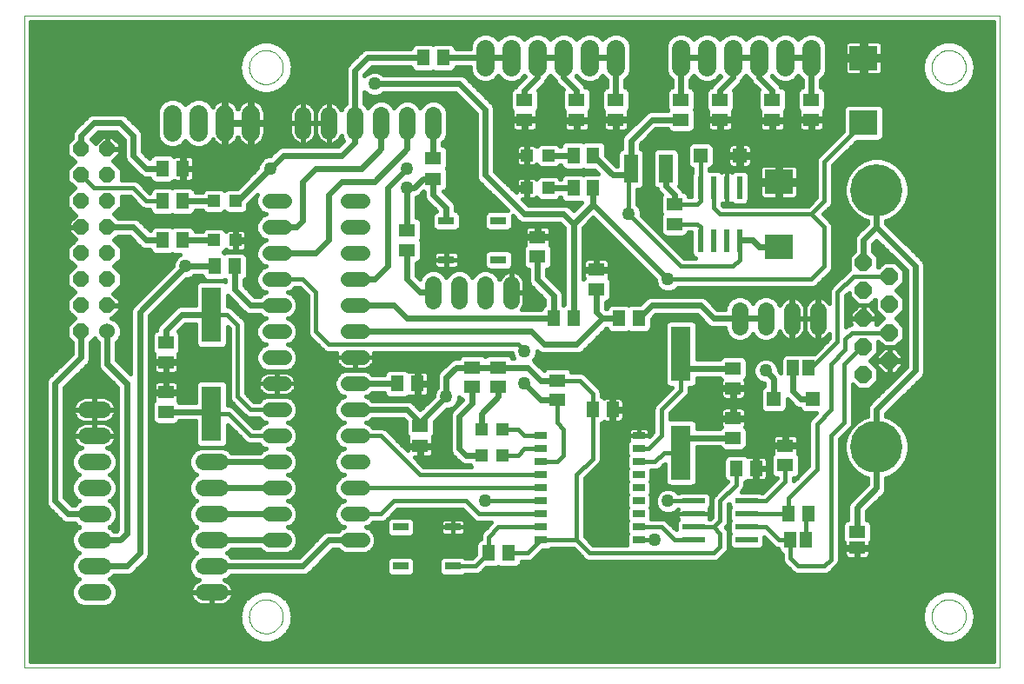
<source format=gtl>
G75*
G70*
%OFA0B0*%
%FSLAX24Y24*%
%IPPOS*%
%LPD*%
%AMOC8*
5,1,8,0,0,1.08239X$1,22.5*
%
%ADD10C,0.0000*%
%ADD11C,0.0600*%
%ADD12OC8,0.0600*%
%ADD13R,0.0472X0.0472*%
%ADD14R,0.0512X0.0630*%
%ADD15R,0.0630X0.0512*%
%ADD16C,0.0560*%
%ADD17C,0.0640*%
%ADD18R,0.0450X0.0300*%
%ADD19R,0.0866X0.0236*%
%ADD20R,0.0760X0.2100*%
%ADD21R,0.0591X0.0512*%
%ADD22R,0.0512X0.0591*%
%ADD23R,0.0600X0.0300*%
%ADD24R,0.0236X0.0866*%
%ADD25R,0.1102X0.0945*%
%ADD26C,0.0712*%
%ADD27OC8,0.0640*%
%ADD28C,0.2000*%
%ADD29R,0.0460X0.0630*%
%ADD30R,0.0630X0.0460*%
%ADD31R,0.0551X0.0551*%
%ADD32R,0.0551X0.1102*%
%ADD33C,0.0160*%
%ADD34C,0.0500*%
%ADD35C,0.0240*%
D10*
X001218Y000692D02*
X001218Y025692D01*
X038632Y025692D01*
X038632Y000692D01*
X001218Y000692D01*
X009832Y002660D02*
X009834Y002710D01*
X009840Y002760D01*
X009850Y002810D01*
X009863Y002858D01*
X009880Y002906D01*
X009901Y002952D01*
X009925Y002996D01*
X009953Y003038D01*
X009984Y003078D01*
X010018Y003115D01*
X010055Y003150D01*
X010094Y003181D01*
X010135Y003210D01*
X010179Y003235D01*
X010225Y003257D01*
X010272Y003275D01*
X010320Y003289D01*
X010369Y003300D01*
X010419Y003307D01*
X010469Y003310D01*
X010520Y003309D01*
X010570Y003304D01*
X010620Y003295D01*
X010668Y003283D01*
X010716Y003266D01*
X010762Y003246D01*
X010807Y003223D01*
X010850Y003196D01*
X010890Y003166D01*
X010928Y003133D01*
X010963Y003097D01*
X010996Y003058D01*
X011025Y003017D01*
X011051Y002974D01*
X011074Y002929D01*
X011093Y002882D01*
X011108Y002834D01*
X011120Y002785D01*
X011128Y002735D01*
X011132Y002685D01*
X011132Y002635D01*
X011128Y002585D01*
X011120Y002535D01*
X011108Y002486D01*
X011093Y002438D01*
X011074Y002391D01*
X011051Y002346D01*
X011025Y002303D01*
X010996Y002262D01*
X010963Y002223D01*
X010928Y002187D01*
X010890Y002154D01*
X010850Y002124D01*
X010807Y002097D01*
X010762Y002074D01*
X010716Y002054D01*
X010668Y002037D01*
X010620Y002025D01*
X010570Y002016D01*
X010520Y002011D01*
X010469Y002010D01*
X010419Y002013D01*
X010369Y002020D01*
X010320Y002031D01*
X010272Y002045D01*
X010225Y002063D01*
X010179Y002085D01*
X010135Y002110D01*
X010094Y002139D01*
X010055Y002170D01*
X010018Y002205D01*
X009984Y002242D01*
X009953Y002282D01*
X009925Y002324D01*
X009901Y002368D01*
X009880Y002414D01*
X009863Y002462D01*
X009850Y002510D01*
X009840Y002560D01*
X009834Y002610D01*
X009832Y002660D01*
X036013Y002660D02*
X036015Y002710D01*
X036021Y002760D01*
X036031Y002810D01*
X036044Y002858D01*
X036061Y002906D01*
X036082Y002952D01*
X036106Y002996D01*
X036134Y003038D01*
X036165Y003078D01*
X036199Y003115D01*
X036236Y003150D01*
X036275Y003181D01*
X036316Y003210D01*
X036360Y003235D01*
X036406Y003257D01*
X036453Y003275D01*
X036501Y003289D01*
X036550Y003300D01*
X036600Y003307D01*
X036650Y003310D01*
X036701Y003309D01*
X036751Y003304D01*
X036801Y003295D01*
X036849Y003283D01*
X036897Y003266D01*
X036943Y003246D01*
X036988Y003223D01*
X037031Y003196D01*
X037071Y003166D01*
X037109Y003133D01*
X037144Y003097D01*
X037177Y003058D01*
X037206Y003017D01*
X037232Y002974D01*
X037255Y002929D01*
X037274Y002882D01*
X037289Y002834D01*
X037301Y002785D01*
X037309Y002735D01*
X037313Y002685D01*
X037313Y002635D01*
X037309Y002585D01*
X037301Y002535D01*
X037289Y002486D01*
X037274Y002438D01*
X037255Y002391D01*
X037232Y002346D01*
X037206Y002303D01*
X037177Y002262D01*
X037144Y002223D01*
X037109Y002187D01*
X037071Y002154D01*
X037031Y002124D01*
X036988Y002097D01*
X036943Y002074D01*
X036897Y002054D01*
X036849Y002037D01*
X036801Y002025D01*
X036751Y002016D01*
X036701Y002011D01*
X036650Y002010D01*
X036600Y002013D01*
X036550Y002020D01*
X036501Y002031D01*
X036453Y002045D01*
X036406Y002063D01*
X036360Y002085D01*
X036316Y002110D01*
X036275Y002139D01*
X036236Y002170D01*
X036199Y002205D01*
X036165Y002242D01*
X036134Y002282D01*
X036106Y002324D01*
X036082Y002368D01*
X036061Y002414D01*
X036044Y002462D01*
X036031Y002510D01*
X036021Y002560D01*
X036015Y002610D01*
X036013Y002660D01*
X036013Y023723D02*
X036015Y023773D01*
X036021Y023823D01*
X036031Y023873D01*
X036044Y023921D01*
X036061Y023969D01*
X036082Y024015D01*
X036106Y024059D01*
X036134Y024101D01*
X036165Y024141D01*
X036199Y024178D01*
X036236Y024213D01*
X036275Y024244D01*
X036316Y024273D01*
X036360Y024298D01*
X036406Y024320D01*
X036453Y024338D01*
X036501Y024352D01*
X036550Y024363D01*
X036600Y024370D01*
X036650Y024373D01*
X036701Y024372D01*
X036751Y024367D01*
X036801Y024358D01*
X036849Y024346D01*
X036897Y024329D01*
X036943Y024309D01*
X036988Y024286D01*
X037031Y024259D01*
X037071Y024229D01*
X037109Y024196D01*
X037144Y024160D01*
X037177Y024121D01*
X037206Y024080D01*
X037232Y024037D01*
X037255Y023992D01*
X037274Y023945D01*
X037289Y023897D01*
X037301Y023848D01*
X037309Y023798D01*
X037313Y023748D01*
X037313Y023698D01*
X037309Y023648D01*
X037301Y023598D01*
X037289Y023549D01*
X037274Y023501D01*
X037255Y023454D01*
X037232Y023409D01*
X037206Y023366D01*
X037177Y023325D01*
X037144Y023286D01*
X037109Y023250D01*
X037071Y023217D01*
X037031Y023187D01*
X036988Y023160D01*
X036943Y023137D01*
X036897Y023117D01*
X036849Y023100D01*
X036801Y023088D01*
X036751Y023079D01*
X036701Y023074D01*
X036650Y023073D01*
X036600Y023076D01*
X036550Y023083D01*
X036501Y023094D01*
X036453Y023108D01*
X036406Y023126D01*
X036360Y023148D01*
X036316Y023173D01*
X036275Y023202D01*
X036236Y023233D01*
X036199Y023268D01*
X036165Y023305D01*
X036134Y023345D01*
X036106Y023387D01*
X036082Y023431D01*
X036061Y023477D01*
X036044Y023525D01*
X036031Y023573D01*
X036021Y023623D01*
X036015Y023673D01*
X036013Y023723D01*
X009832Y023723D02*
X009834Y023773D01*
X009840Y023823D01*
X009850Y023873D01*
X009863Y023921D01*
X009880Y023969D01*
X009901Y024015D01*
X009925Y024059D01*
X009953Y024101D01*
X009984Y024141D01*
X010018Y024178D01*
X010055Y024213D01*
X010094Y024244D01*
X010135Y024273D01*
X010179Y024298D01*
X010225Y024320D01*
X010272Y024338D01*
X010320Y024352D01*
X010369Y024363D01*
X010419Y024370D01*
X010469Y024373D01*
X010520Y024372D01*
X010570Y024367D01*
X010620Y024358D01*
X010668Y024346D01*
X010716Y024329D01*
X010762Y024309D01*
X010807Y024286D01*
X010850Y024259D01*
X010890Y024229D01*
X010928Y024196D01*
X010963Y024160D01*
X010996Y024121D01*
X011025Y024080D01*
X011051Y024037D01*
X011074Y023992D01*
X011093Y023945D01*
X011108Y023897D01*
X011120Y023848D01*
X011128Y023798D01*
X011132Y023748D01*
X011132Y023698D01*
X011128Y023648D01*
X011120Y023598D01*
X011108Y023549D01*
X011093Y023501D01*
X011074Y023454D01*
X011051Y023409D01*
X011025Y023366D01*
X010996Y023325D01*
X010963Y023286D01*
X010928Y023250D01*
X010890Y023217D01*
X010850Y023187D01*
X010807Y023160D01*
X010762Y023137D01*
X010716Y023117D01*
X010668Y023100D01*
X010620Y023088D01*
X010570Y023079D01*
X010520Y023074D01*
X010469Y023073D01*
X010419Y023076D01*
X010369Y023083D01*
X010320Y023094D01*
X010272Y023108D01*
X010225Y023126D01*
X010179Y023148D01*
X010135Y023173D01*
X010094Y023202D01*
X010055Y023233D01*
X010018Y023268D01*
X009984Y023305D01*
X009953Y023345D01*
X009925Y023387D01*
X009901Y023431D01*
X009880Y023477D01*
X009863Y023525D01*
X009850Y023573D01*
X009840Y023623D01*
X009834Y023673D01*
X009832Y023723D01*
D11*
X004399Y013585D03*
D12*
X003399Y013585D03*
X003399Y014585D03*
X004399Y014585D03*
X004399Y015585D03*
X003399Y015585D03*
X003399Y016585D03*
X004399Y016585D03*
X004399Y017585D03*
X003399Y017585D03*
X003399Y018585D03*
X004399Y018585D03*
X004399Y019585D03*
X003399Y019585D03*
X003399Y020585D03*
X004399Y020585D03*
D13*
X008486Y018585D03*
X009313Y018585D03*
X009313Y017085D03*
X008486Y017085D03*
X018736Y009835D03*
X019563Y009835D03*
X019563Y008835D03*
X018736Y008835D03*
X020486Y019085D03*
X021313Y019085D03*
X021313Y020335D03*
X020486Y020335D03*
D14*
X022275Y020335D03*
X023023Y020335D03*
X023023Y019085D03*
X022275Y019085D03*
X022273Y014085D03*
X021525Y014085D03*
X024025Y014085D03*
X024773Y014085D03*
X016293Y011585D03*
X015506Y011585D03*
X009273Y016085D03*
X008525Y016085D03*
X007273Y017085D03*
X006525Y017085D03*
X006525Y018585D03*
X007273Y018585D03*
X007293Y019835D03*
X006506Y019835D03*
X016525Y024085D03*
X017273Y024085D03*
X030525Y006585D03*
X031273Y006585D03*
X019773Y005085D03*
X019025Y005085D03*
D15*
X016399Y009192D03*
X016399Y009979D03*
X018399Y011461D03*
X018399Y012209D03*
X019399Y012209D03*
X019399Y011461D03*
X021649Y011709D03*
X021649Y010961D03*
X023149Y015211D03*
X023149Y015959D03*
X020899Y016461D03*
X020899Y017209D03*
X016899Y019442D03*
X016899Y020229D03*
X020399Y021711D03*
X020399Y022459D03*
X022399Y022479D03*
X022399Y021692D03*
X023899Y021711D03*
X023899Y022459D03*
X026399Y022459D03*
X026399Y021711D03*
X027899Y021711D03*
X027899Y022459D03*
X029899Y022479D03*
X029899Y021692D03*
X031399Y021711D03*
X031399Y022459D03*
X015899Y017459D03*
X015899Y016711D03*
X030399Y009209D03*
X030399Y008461D03*
D16*
X014179Y008585D02*
X013619Y008585D01*
X013619Y007585D02*
X014179Y007585D01*
X014179Y006585D02*
X013619Y006585D01*
X013619Y005585D02*
X014179Y005585D01*
X011179Y005585D02*
X010619Y005585D01*
X010619Y006585D02*
X011179Y006585D01*
X011179Y007585D02*
X010619Y007585D01*
X010619Y008585D02*
X011179Y008585D01*
X011179Y009585D02*
X010619Y009585D01*
X010619Y010585D02*
X011179Y010585D01*
X011179Y011585D02*
X010619Y011585D01*
X010619Y012585D02*
X011179Y012585D01*
X011179Y013585D02*
X010619Y013585D01*
X010619Y014585D02*
X011179Y014585D01*
X011179Y015585D02*
X010619Y015585D01*
X010619Y016585D02*
X011179Y016585D01*
X011179Y017585D02*
X010619Y017585D01*
X010619Y018585D02*
X011179Y018585D01*
X013619Y018585D02*
X014179Y018585D01*
X014179Y017585D02*
X013619Y017585D01*
X013619Y016585D02*
X014179Y016585D01*
X014179Y015585D02*
X013619Y015585D01*
X013619Y014585D02*
X014179Y014585D01*
X014179Y013585D02*
X013619Y013585D01*
X013619Y012585D02*
X014179Y012585D01*
X014179Y011585D02*
X013619Y011585D01*
X013619Y010585D02*
X014179Y010585D01*
X014179Y009585D02*
X013619Y009585D01*
D17*
X008719Y008585D02*
X008079Y008585D01*
X008079Y007585D02*
X008719Y007585D01*
X008719Y006585D02*
X008079Y006585D01*
X008079Y005585D02*
X008719Y005585D01*
X008719Y004585D02*
X008079Y004585D01*
X008079Y003585D02*
X008719Y003585D01*
X004219Y003585D02*
X003579Y003585D01*
X003579Y004585D02*
X004219Y004585D01*
X004219Y005585D02*
X003579Y005585D01*
X003579Y006585D02*
X004219Y006585D01*
X004219Y007585D02*
X003579Y007585D01*
X003579Y008585D02*
X004219Y008585D01*
X004219Y009585D02*
X003579Y009585D01*
X003579Y010585D02*
X004219Y010585D01*
X016899Y014765D02*
X016899Y015405D01*
X017899Y015405D02*
X017899Y014765D01*
X018899Y014765D02*
X018899Y015405D01*
X019899Y015405D02*
X019899Y014765D01*
X028649Y014405D02*
X028649Y013765D01*
X029649Y013765D02*
X029649Y014405D01*
X030649Y014405D02*
X030649Y013765D01*
X031649Y013765D02*
X031649Y014405D01*
X016899Y021265D02*
X016899Y021905D01*
X015899Y021905D02*
X015899Y021265D01*
X014899Y021265D02*
X014899Y021905D01*
X013899Y021905D02*
X013899Y021265D01*
X012899Y021265D02*
X012899Y021905D01*
X011899Y021905D02*
X011899Y021265D01*
D18*
X021014Y009585D03*
X021014Y009085D03*
X021014Y008585D03*
X021014Y008085D03*
X021014Y007585D03*
X021014Y007085D03*
X021014Y006585D03*
X021014Y006085D03*
X021014Y005585D03*
X024784Y005585D03*
X024784Y006085D03*
X024784Y006585D03*
X024784Y007085D03*
X024784Y007585D03*
X024784Y008085D03*
X024784Y008585D03*
X024784Y009085D03*
X024784Y009585D03*
D19*
X026876Y007085D03*
X026876Y006585D03*
X026876Y006085D03*
X026876Y005585D03*
X028923Y005585D03*
X028923Y006085D03*
X028923Y006585D03*
X028923Y007085D03*
D20*
X026399Y008935D03*
X026399Y012735D03*
X008399Y014235D03*
X008399Y010435D03*
D21*
X006649Y010511D03*
X006649Y011259D03*
X006649Y012411D03*
X006649Y013159D03*
X026149Y017711D03*
X026149Y018459D03*
X028399Y012159D03*
X028399Y011411D03*
X028399Y010259D03*
X028399Y009511D03*
D22*
X028525Y008335D03*
X029273Y008335D03*
X023773Y010585D03*
X023025Y010585D03*
D23*
X017649Y006085D03*
X015649Y006085D03*
X015649Y004585D03*
X017649Y004585D03*
X017399Y016335D03*
X019399Y016335D03*
X019399Y017835D03*
X017399Y017835D03*
D24*
X027149Y017062D03*
X027649Y017062D03*
X028149Y017062D03*
X028649Y017062D03*
X028649Y019109D03*
X028149Y019109D03*
X027649Y019109D03*
X027149Y019109D03*
D25*
X030149Y019326D03*
X033399Y021595D03*
X033399Y024076D03*
X030149Y016845D03*
D26*
X030399Y023729D02*
X030399Y024442D01*
X031399Y024442D02*
X031399Y023729D01*
X029399Y023729D02*
X029399Y024442D01*
X028399Y024442D02*
X028399Y023729D01*
X027399Y023729D02*
X027399Y024442D01*
X026399Y024442D02*
X026399Y023729D01*
X023899Y023729D02*
X023899Y024442D01*
X022899Y024442D02*
X022899Y023729D01*
X021899Y023729D02*
X021899Y024442D01*
X020899Y024442D02*
X020899Y023729D01*
X019899Y023729D02*
X019899Y024442D01*
X018899Y024442D02*
X018899Y023729D01*
X009899Y021942D02*
X009899Y021229D01*
X008899Y021229D02*
X008899Y021942D01*
X007899Y021942D02*
X007899Y021229D01*
X006899Y021229D02*
X006899Y021942D01*
D27*
X033399Y016245D03*
X034399Y015705D03*
X033399Y015165D03*
X034399Y014625D03*
X033399Y014085D03*
X034399Y013545D03*
X033399Y013005D03*
X034399Y012465D03*
X033399Y011925D03*
D28*
X033899Y009155D03*
X033899Y019015D03*
D29*
X031299Y012185D03*
X030699Y012185D03*
X030599Y005585D03*
X031199Y005585D03*
D30*
X033149Y005285D03*
X033149Y005885D03*
D31*
X031447Y010985D03*
X029951Y010985D03*
X028647Y020335D03*
X027151Y020335D03*
D32*
X025819Y019835D03*
X024480Y019835D03*
D33*
X024399Y019585D02*
X024399Y018085D01*
X026399Y016085D01*
X028399Y016085D01*
X028649Y016335D01*
X028649Y017062D01*
X028673Y017085D01*
X027899Y018085D02*
X031399Y018085D01*
X031899Y018585D01*
X031899Y020095D01*
X033399Y021595D01*
X033139Y020883D02*
X033998Y020883D01*
X034086Y020919D01*
X034154Y020987D01*
X034191Y021075D01*
X034191Y022115D01*
X034154Y022204D01*
X034086Y022271D01*
X033998Y022308D01*
X032800Y022308D01*
X032712Y022271D01*
X032645Y022204D01*
X032608Y022115D01*
X032608Y021257D01*
X031628Y020276D01*
X031579Y020159D01*
X031579Y020031D01*
X031579Y018718D01*
X031267Y018405D01*
X028032Y018405D01*
X027969Y018468D01*
X027969Y018506D01*
X028008Y018496D01*
X028149Y018496D01*
X028149Y019109D01*
X028149Y019722D01*
X028008Y019722D01*
X027962Y019710D01*
X027947Y019701D01*
X027903Y019745D01*
X027815Y019782D01*
X027484Y019782D01*
X027471Y019777D01*
X027471Y019820D01*
X027475Y019820D01*
X027563Y019856D01*
X027630Y019924D01*
X027667Y020012D01*
X027667Y020659D01*
X027630Y020747D01*
X027563Y020814D01*
X027475Y020851D01*
X026828Y020851D01*
X026740Y020814D01*
X026672Y020747D01*
X026636Y020659D01*
X026636Y020012D01*
X026672Y019924D01*
X026740Y019856D01*
X026828Y019820D01*
X026831Y019820D01*
X026831Y019682D01*
X026828Y019678D01*
X026791Y019590D01*
X026791Y018779D01*
X026678Y018779D01*
X026648Y018851D01*
X026581Y018919D01*
X026492Y018955D01*
X026489Y018955D01*
X026455Y019039D01*
X026312Y019182D01*
X026334Y019236D01*
X026334Y020434D01*
X026298Y020522D01*
X026230Y020590D01*
X026142Y020626D01*
X025495Y020626D01*
X025407Y020590D01*
X025340Y020522D01*
X025303Y020434D01*
X025303Y019236D01*
X025340Y019148D01*
X025407Y019081D01*
X025476Y019052D01*
X025513Y018962D01*
X025643Y018833D01*
X025614Y018763D01*
X025614Y018156D01*
X025643Y018085D01*
X025614Y018015D01*
X025614Y017408D01*
X025651Y017319D01*
X025718Y017252D01*
X025806Y017215D01*
X026492Y017215D01*
X026581Y017252D01*
X026648Y017319D01*
X026678Y017391D01*
X026791Y017391D01*
X026791Y016581D01*
X026828Y016493D01*
X026895Y016425D01*
X026943Y016405D01*
X026532Y016405D01*
X024889Y018048D01*
X024889Y018183D01*
X024815Y018363D01*
X024719Y018458D01*
X024719Y019044D01*
X024803Y019044D01*
X024892Y019081D01*
X024959Y019148D01*
X024996Y019236D01*
X024996Y020434D01*
X024959Y020522D01*
X024892Y020590D01*
X024840Y020611D01*
X024840Y020767D01*
X025424Y021351D01*
X025868Y021351D01*
X025881Y021319D01*
X025948Y021252D01*
X026037Y021215D01*
X026762Y021215D01*
X026850Y021252D01*
X026918Y021319D01*
X026954Y021408D01*
X026954Y022015D01*
X026925Y022085D01*
X026954Y022156D01*
X026954Y022763D01*
X026918Y022851D01*
X026850Y022919D01*
X026762Y022955D01*
X026759Y022955D01*
X026759Y023246D01*
X026899Y023386D01*
X027062Y023224D01*
X027281Y023133D01*
X027518Y023133D01*
X027737Y023224D01*
X027899Y023386D01*
X027920Y023365D01*
X027594Y023039D01*
X027559Y022955D01*
X027537Y022955D01*
X027448Y022919D01*
X027381Y022851D01*
X027344Y022763D01*
X027344Y022156D01*
X027381Y022067D01*
X027416Y022033D01*
X027404Y021991D01*
X027404Y021759D01*
X027851Y021759D01*
X027851Y021663D01*
X027404Y021663D01*
X027404Y021432D01*
X027417Y021386D01*
X027440Y021345D01*
X027474Y021311D01*
X027515Y021288D01*
X027561Y021275D01*
X027851Y021275D01*
X027851Y021663D01*
X027947Y021663D01*
X027947Y021275D01*
X028238Y021275D01*
X028284Y021288D01*
X028325Y021311D01*
X028358Y021345D01*
X028382Y021386D01*
X028394Y021432D01*
X028394Y021663D01*
X027948Y021663D01*
X027948Y021759D01*
X028394Y021759D01*
X028394Y021991D01*
X028383Y022033D01*
X028418Y022067D01*
X028454Y022156D01*
X028454Y022763D01*
X028420Y022847D01*
X028603Y023030D01*
X028603Y023030D01*
X028705Y023131D01*
X028747Y023233D01*
X028899Y023386D01*
X029052Y023233D01*
X029094Y023131D01*
X029373Y022852D01*
X029344Y022783D01*
X029344Y022175D01*
X029381Y022087D01*
X029429Y022039D01*
X029417Y022017D01*
X029404Y021971D01*
X029404Y021740D01*
X029851Y021740D01*
X029851Y021644D01*
X029404Y021644D01*
X029404Y021412D01*
X029417Y021366D01*
X029440Y021325D01*
X029474Y021292D01*
X029515Y021268D01*
X029561Y021256D01*
X029851Y021256D01*
X029851Y021643D01*
X029947Y021643D01*
X029947Y021256D01*
X030238Y021256D01*
X030284Y021268D01*
X030325Y021292D01*
X030358Y021325D01*
X030382Y021366D01*
X030394Y021412D01*
X030394Y021644D01*
X029948Y021644D01*
X029948Y021740D01*
X030394Y021740D01*
X030394Y021971D01*
X030382Y022017D01*
X030369Y022039D01*
X030418Y022087D01*
X030454Y022175D01*
X030454Y022783D01*
X030418Y022871D01*
X030350Y022938D01*
X030262Y022975D01*
X030231Y022975D01*
X030205Y023039D01*
X030103Y023141D01*
X029879Y023365D01*
X029899Y023386D01*
X030062Y023224D01*
X030281Y023133D01*
X030518Y023133D01*
X030737Y023224D01*
X030899Y023386D01*
X031039Y023246D01*
X031039Y022955D01*
X031037Y022955D01*
X030948Y022919D01*
X030881Y022851D01*
X030844Y022763D01*
X030844Y022156D01*
X030881Y022067D01*
X030916Y022033D01*
X030904Y021991D01*
X030904Y021759D01*
X031351Y021759D01*
X031351Y021663D01*
X030904Y021663D01*
X030904Y021432D01*
X030917Y021386D01*
X030940Y021345D01*
X030974Y021311D01*
X031015Y021288D01*
X031061Y021275D01*
X031351Y021275D01*
X031351Y021663D01*
X031447Y021663D01*
X031447Y021275D01*
X031738Y021275D01*
X031784Y021288D01*
X031825Y021311D01*
X031858Y021345D01*
X031882Y021386D01*
X031894Y021432D01*
X031894Y021663D01*
X031448Y021663D01*
X031448Y021759D01*
X031894Y021759D01*
X031894Y021991D01*
X031883Y022033D01*
X031918Y022067D01*
X031954Y022156D01*
X031954Y022763D01*
X031918Y022851D01*
X031850Y022919D01*
X031762Y022955D01*
X031759Y022955D01*
X031759Y023246D01*
X031905Y023391D01*
X031996Y023611D01*
X031996Y024560D01*
X031905Y024779D01*
X031737Y024947D01*
X031518Y025038D01*
X031281Y025038D01*
X031062Y024947D01*
X030899Y024785D01*
X030737Y024947D01*
X030518Y025038D01*
X030281Y025038D01*
X030062Y024947D01*
X029899Y024785D01*
X029737Y024947D01*
X029518Y025038D01*
X029281Y025038D01*
X029062Y024947D01*
X028899Y024785D01*
X028737Y024947D01*
X028518Y025038D01*
X028281Y025038D01*
X028062Y024947D01*
X027899Y024785D01*
X027737Y024947D01*
X027518Y025038D01*
X027281Y025038D01*
X027062Y024947D01*
X026899Y024785D01*
X026737Y024947D01*
X026518Y025038D01*
X026281Y025038D01*
X026062Y024947D01*
X025894Y024779D01*
X025803Y024560D01*
X025803Y023611D01*
X025894Y023391D01*
X026039Y023246D01*
X026039Y022955D01*
X026037Y022955D01*
X025948Y022919D01*
X025881Y022851D01*
X025844Y022763D01*
X025844Y022156D01*
X025874Y022085D01*
X025868Y022071D01*
X025347Y022071D01*
X025204Y022071D01*
X025071Y022016D01*
X024175Y021120D01*
X024120Y020988D01*
X024120Y020844D01*
X024120Y020611D01*
X024069Y020590D01*
X024001Y020522D01*
X023964Y020434D01*
X023964Y019945D01*
X023922Y019945D01*
X023519Y020349D01*
X023519Y020698D01*
X023483Y020786D01*
X023415Y020854D01*
X023327Y020890D01*
X022720Y020890D01*
X022649Y020861D01*
X022579Y020890D01*
X021972Y020890D01*
X021883Y020854D01*
X021816Y020786D01*
X021779Y020698D01*
X021779Y020695D01*
X021757Y020695D01*
X021752Y020708D01*
X021685Y020775D01*
X021597Y020812D01*
X021029Y020812D01*
X020941Y020775D01*
X020873Y020708D01*
X020864Y020685D01*
X020833Y020716D01*
X020792Y020739D01*
X020746Y020752D01*
X020524Y020752D01*
X020524Y020374D01*
X020448Y020374D01*
X020448Y020752D01*
X020226Y020752D01*
X020180Y020739D01*
X020139Y020716D01*
X020106Y020682D01*
X020082Y020641D01*
X020070Y020595D01*
X020070Y020373D01*
X020448Y020373D01*
X020448Y020297D01*
X020524Y020297D01*
X020524Y019919D01*
X020746Y019919D01*
X020792Y019931D01*
X020833Y019955D01*
X020864Y019986D01*
X020873Y019963D01*
X020941Y019896D01*
X021029Y019859D01*
X021597Y019859D01*
X021685Y019896D01*
X021752Y019963D01*
X021757Y019975D01*
X021779Y019975D01*
X021779Y019973D01*
X021816Y019884D01*
X021883Y019817D01*
X021972Y019780D01*
X022579Y019780D01*
X022649Y019810D01*
X022720Y019780D01*
X023069Y019780D01*
X023209Y019640D01*
X022720Y019640D01*
X022649Y019611D01*
X022579Y019640D01*
X021972Y019640D01*
X021883Y019604D01*
X021816Y019536D01*
X021779Y019448D01*
X021779Y019445D01*
X021757Y019445D01*
X021752Y019458D01*
X021685Y019525D01*
X021597Y019562D01*
X021029Y019562D01*
X020941Y019525D01*
X020873Y019458D01*
X020864Y019435D01*
X020833Y019466D01*
X020792Y019489D01*
X020746Y019502D01*
X020524Y019502D01*
X020524Y019124D01*
X020448Y019124D01*
X020448Y019502D01*
X020226Y019502D01*
X020180Y019489D01*
X020139Y019466D01*
X020106Y019432D01*
X020082Y019391D01*
X020070Y019345D01*
X020070Y019123D01*
X020448Y019123D01*
X020448Y019047D01*
X020524Y019047D01*
X020524Y018669D01*
X020746Y018669D01*
X020792Y018681D01*
X020833Y018705D01*
X020864Y018736D01*
X020873Y018713D01*
X020941Y018646D01*
X021029Y018609D01*
X021597Y018609D01*
X021685Y018646D01*
X021752Y018713D01*
X021757Y018725D01*
X021779Y018725D01*
X021779Y018723D01*
X021816Y018634D01*
X021883Y018567D01*
X021972Y018530D01*
X022579Y018530D01*
X022590Y018535D01*
X022273Y018218D01*
X022101Y018391D01*
X021969Y018445D01*
X021826Y018445D01*
X020548Y018445D01*
X020325Y018669D01*
X020448Y018669D01*
X020448Y019047D01*
X020070Y019047D01*
X020070Y018924D01*
X019259Y019734D01*
X019259Y022014D01*
X019259Y022157D01*
X019205Y022289D01*
X018103Y023391D01*
X017971Y023445D01*
X017828Y023445D01*
X014982Y023445D01*
X014927Y023501D01*
X014747Y023575D01*
X014552Y023575D01*
X014372Y023501D01*
X014259Y023388D01*
X014259Y023436D01*
X014548Y023725D01*
X016029Y023725D01*
X016029Y023723D01*
X016066Y023634D01*
X016133Y023567D01*
X016222Y023530D01*
X016829Y023530D01*
X016899Y023560D01*
X016970Y023530D01*
X017577Y023530D01*
X017665Y023567D01*
X017733Y023634D01*
X017769Y023723D01*
X017769Y023725D01*
X018303Y023725D01*
X018303Y023611D01*
X018394Y023391D01*
X018562Y023224D01*
X018781Y023133D01*
X019018Y023133D01*
X019237Y023224D01*
X019399Y023386D01*
X019562Y023224D01*
X019781Y023133D01*
X020018Y023133D01*
X020237Y023224D01*
X020399Y023386D01*
X020420Y023365D01*
X020195Y023141D01*
X020094Y023039D01*
X020059Y022955D01*
X020037Y022955D01*
X019948Y022919D01*
X019881Y022851D01*
X019844Y022763D01*
X019844Y022156D01*
X019881Y022067D01*
X019916Y022033D01*
X019904Y021991D01*
X019904Y021759D01*
X020351Y021759D01*
X020351Y021663D01*
X019904Y021663D01*
X019904Y021432D01*
X019917Y021386D01*
X019940Y021345D01*
X019974Y021311D01*
X020015Y021288D01*
X020061Y021275D01*
X020351Y021275D01*
X020351Y021663D01*
X020447Y021663D01*
X020447Y021275D01*
X020738Y021275D01*
X020784Y021288D01*
X020825Y021311D01*
X020858Y021345D01*
X020882Y021386D01*
X020894Y021432D01*
X020894Y021663D01*
X020448Y021663D01*
X020448Y021759D01*
X020894Y021759D01*
X020894Y021991D01*
X020883Y022033D01*
X020918Y022067D01*
X020954Y022156D01*
X020954Y022763D01*
X020920Y022847D01*
X021205Y023131D01*
X021247Y023233D01*
X021399Y023386D01*
X021552Y023233D01*
X021594Y023131D01*
X021695Y023030D01*
X021873Y022852D01*
X021844Y022783D01*
X021844Y022175D01*
X021881Y022087D01*
X021929Y022039D01*
X021917Y022017D01*
X021904Y021971D01*
X021904Y021740D01*
X022351Y021740D01*
X022351Y021644D01*
X021904Y021644D01*
X021904Y021412D01*
X021917Y021366D01*
X021940Y021325D01*
X021974Y021292D01*
X022015Y021268D01*
X022061Y021256D01*
X022351Y021256D01*
X022351Y021643D01*
X022447Y021643D01*
X022447Y021256D01*
X022738Y021256D01*
X022784Y021268D01*
X022825Y021292D01*
X022858Y021325D01*
X022882Y021366D01*
X022894Y021412D01*
X022894Y021644D01*
X022448Y021644D01*
X022448Y021740D01*
X022894Y021740D01*
X022894Y021971D01*
X022882Y022017D01*
X022869Y022039D01*
X022918Y022087D01*
X022954Y022175D01*
X022954Y022783D01*
X022918Y022871D01*
X022850Y022938D01*
X022762Y022975D01*
X022731Y022975D01*
X022705Y023039D01*
X022603Y023141D01*
X022379Y023365D01*
X022399Y023386D01*
X022562Y023224D01*
X022781Y023133D01*
X023018Y023133D01*
X023237Y023224D01*
X023399Y023386D01*
X023539Y023246D01*
X023539Y022955D01*
X023537Y022955D01*
X023448Y022919D01*
X023381Y022851D01*
X023344Y022763D01*
X023344Y022156D01*
X023381Y022067D01*
X023416Y022033D01*
X023404Y021991D01*
X023404Y021759D01*
X023851Y021759D01*
X023851Y021663D01*
X023404Y021663D01*
X023404Y021432D01*
X023417Y021386D01*
X023440Y021345D01*
X023474Y021311D01*
X023515Y021288D01*
X023561Y021275D01*
X023851Y021275D01*
X023851Y021663D01*
X023947Y021663D01*
X023947Y021275D01*
X024238Y021275D01*
X024284Y021288D01*
X024325Y021311D01*
X024358Y021345D01*
X024382Y021386D01*
X024394Y021432D01*
X024394Y021663D01*
X023948Y021663D01*
X023948Y021759D01*
X024394Y021759D01*
X024394Y021991D01*
X024383Y022033D01*
X024418Y022067D01*
X024454Y022156D01*
X024454Y022763D01*
X024418Y022851D01*
X024350Y022919D01*
X024262Y022955D01*
X024259Y022955D01*
X024259Y023246D01*
X024405Y023391D01*
X024496Y023611D01*
X024496Y024560D01*
X024405Y024779D01*
X024237Y024947D01*
X024018Y025038D01*
X023781Y025038D01*
X023562Y024947D01*
X023399Y024785D01*
X023237Y024947D01*
X023018Y025038D01*
X022781Y025038D01*
X022562Y024947D01*
X022399Y024785D01*
X022237Y024947D01*
X022018Y025038D01*
X021781Y025038D01*
X021562Y024947D01*
X021399Y024785D01*
X021237Y024947D01*
X021018Y025038D01*
X020781Y025038D01*
X020562Y024947D01*
X020399Y024785D01*
X020237Y024947D01*
X020018Y025038D01*
X019781Y025038D01*
X019562Y024947D01*
X019399Y024785D01*
X019237Y024947D01*
X019018Y025038D01*
X018781Y025038D01*
X018562Y024947D01*
X018394Y024779D01*
X018303Y024560D01*
X018303Y024445D01*
X017769Y024445D01*
X017769Y024448D01*
X017733Y024536D01*
X017665Y024604D01*
X017577Y024640D01*
X016970Y024640D01*
X016899Y024611D01*
X016829Y024640D01*
X016222Y024640D01*
X016133Y024604D01*
X016066Y024536D01*
X016029Y024448D01*
X016029Y024445D01*
X014471Y024445D01*
X014328Y024445D01*
X014195Y024391D01*
X013695Y023891D01*
X013594Y023789D01*
X013539Y023657D01*
X013539Y022337D01*
X013425Y022223D01*
X013367Y022084D01*
X013363Y022097D01*
X013327Y022167D01*
X013281Y022231D01*
X013225Y022287D01*
X013161Y022333D01*
X013091Y022369D01*
X013016Y022393D01*
X012939Y022405D01*
X012919Y022405D01*
X012919Y021606D01*
X012879Y021606D01*
X012879Y022405D01*
X012860Y022405D01*
X012782Y022393D01*
X012707Y022369D01*
X012637Y022333D01*
X012574Y022287D01*
X012518Y022231D01*
X012472Y022167D01*
X012436Y022097D01*
X012412Y022022D01*
X012399Y021945D01*
X012387Y022022D01*
X012363Y022097D01*
X012327Y022167D01*
X012281Y022231D01*
X012225Y022287D01*
X012161Y022333D01*
X012091Y022369D01*
X012016Y022393D01*
X011939Y022405D01*
X011919Y022405D01*
X011919Y021606D01*
X011879Y021606D01*
X011879Y022405D01*
X011860Y022405D01*
X011782Y022393D01*
X011707Y022369D01*
X011637Y022333D01*
X011574Y022287D01*
X011518Y022231D01*
X011472Y022167D01*
X011436Y022097D01*
X011412Y022022D01*
X011399Y021945D01*
X011399Y021605D01*
X011879Y021605D01*
X011879Y021565D01*
X011919Y021565D01*
X011919Y020765D01*
X011939Y020765D01*
X012016Y020778D01*
X012091Y020802D01*
X012161Y020838D01*
X012225Y020884D01*
X012281Y020940D01*
X012327Y021003D01*
X012363Y021073D01*
X012387Y021148D01*
X012399Y021226D01*
X012399Y021565D01*
X011920Y021565D01*
X011920Y021605D01*
X012399Y021605D01*
X012879Y021605D01*
X012879Y021565D01*
X012919Y021565D01*
X012919Y020765D01*
X012939Y020765D01*
X013016Y020778D01*
X013091Y020802D01*
X013161Y020838D01*
X013225Y020884D01*
X013281Y020940D01*
X013327Y021003D01*
X013363Y021073D01*
X013367Y021087D01*
X013425Y020948D01*
X013464Y020909D01*
X013250Y020695D01*
X011221Y020695D01*
X011078Y020695D01*
X010945Y020641D01*
X010630Y020325D01*
X010552Y020325D01*
X010372Y020251D01*
X010234Y020113D01*
X010159Y019933D01*
X010159Y019854D01*
X009366Y019062D01*
X009029Y019062D01*
X008941Y019025D01*
X008899Y018984D01*
X008858Y019025D01*
X008770Y019062D01*
X008202Y019062D01*
X008114Y019025D01*
X008046Y018958D01*
X008041Y018945D01*
X007769Y018945D01*
X007769Y018948D01*
X007733Y019036D01*
X007665Y019104D01*
X007577Y019140D01*
X006970Y019140D01*
X006899Y019111D01*
X006829Y019140D01*
X006222Y019140D01*
X006133Y019104D01*
X006066Y019036D01*
X006029Y018948D01*
X006029Y018908D01*
X005581Y019357D01*
X005463Y019405D01*
X005336Y019405D01*
X004939Y019405D01*
X004939Y019809D01*
X004623Y020125D01*
X004618Y020125D01*
X004879Y020387D01*
X004879Y020575D01*
X004410Y020575D01*
X004410Y020595D01*
X004879Y020595D01*
X004879Y020784D01*
X004598Y021065D01*
X004409Y021065D01*
X004409Y020596D01*
X004389Y020596D01*
X004389Y021065D01*
X004201Y021065D01*
X003939Y020804D01*
X003939Y020809D01*
X003786Y020963D01*
X004048Y021225D01*
X004750Y021225D01*
X005039Y020936D01*
X005039Y020264D01*
X005094Y020131D01*
X005195Y020030D01*
X005594Y019631D01*
X005695Y019530D01*
X005828Y019475D01*
X006010Y019475D01*
X006010Y019473D01*
X006046Y019384D01*
X006114Y019317D01*
X006202Y019280D01*
X006809Y019280D01*
X006898Y019317D01*
X006946Y019365D01*
X006968Y019353D01*
X007013Y019340D01*
X007245Y019340D01*
X007245Y019787D01*
X007341Y019787D01*
X007341Y019340D01*
X007573Y019340D01*
X007618Y019353D01*
X007659Y019376D01*
X007693Y019410D01*
X007717Y019451D01*
X007729Y019497D01*
X007729Y019787D01*
X007341Y019787D01*
X007341Y019883D01*
X007729Y019883D01*
X007729Y020174D01*
X007717Y020220D01*
X007693Y020261D01*
X007659Y020294D01*
X007618Y020318D01*
X007573Y020330D01*
X007341Y020330D01*
X007341Y019884D01*
X007245Y019884D01*
X007245Y020330D01*
X007013Y020330D01*
X006968Y020318D01*
X006946Y020305D01*
X006898Y020354D01*
X006809Y020390D01*
X006202Y020390D01*
X006114Y020354D01*
X006046Y020286D01*
X006020Y020223D01*
X005759Y020484D01*
X005759Y021157D01*
X005705Y021289D01*
X005603Y021391D01*
X005103Y021891D01*
X004971Y021945D01*
X004828Y021945D01*
X003971Y021945D01*
X003828Y021945D01*
X003695Y021891D01*
X003195Y021391D01*
X003094Y021289D01*
X003039Y021157D01*
X003039Y020989D01*
X002859Y020809D01*
X002859Y020362D01*
X003136Y020085D01*
X002859Y019809D01*
X002859Y019362D01*
X003136Y019085D01*
X002859Y018809D01*
X002859Y018362D01*
X003176Y018045D01*
X003181Y018045D01*
X002919Y017784D01*
X002919Y017595D01*
X003389Y017595D01*
X003389Y017575D01*
X002919Y017575D01*
X002919Y017387D01*
X003181Y017125D01*
X003176Y017125D01*
X002859Y016809D01*
X002859Y016362D01*
X003136Y016085D01*
X002859Y015809D01*
X002859Y015362D01*
X003136Y015085D01*
X002859Y014809D01*
X002859Y014362D01*
X003136Y014085D01*
X002859Y013809D01*
X002859Y013362D01*
X003039Y013182D01*
X003039Y012734D01*
X002094Y011789D01*
X002039Y011657D01*
X002039Y011514D01*
X002039Y007014D01*
X002094Y006881D01*
X002195Y006780D01*
X002695Y006280D01*
X002828Y006225D01*
X002971Y006225D01*
X003147Y006225D01*
X003262Y006111D01*
X003323Y006085D01*
X003262Y006060D01*
X003105Y005903D01*
X003019Y005697D01*
X003019Y005474D01*
X003105Y005268D01*
X003262Y005111D01*
X003323Y005085D01*
X003262Y005060D01*
X003105Y004903D01*
X003019Y004697D01*
X003019Y004474D01*
X003105Y004268D01*
X003262Y004111D01*
X003323Y004085D01*
X003262Y004060D01*
X003105Y003903D01*
X003019Y003697D01*
X003019Y003474D01*
X003105Y003268D01*
X003262Y003111D01*
X003468Y003025D01*
X004331Y003025D01*
X004537Y003111D01*
X004694Y003268D01*
X004779Y003474D01*
X004779Y003697D01*
X004694Y003903D01*
X004537Y004060D01*
X004476Y004085D01*
X004537Y004111D01*
X004651Y004225D01*
X005078Y004225D01*
X005221Y004225D01*
X005353Y004280D01*
X005955Y004881D01*
X006009Y005014D01*
X006009Y005157D01*
X006009Y014186D01*
X007418Y015595D01*
X007497Y015595D01*
X007677Y015670D01*
X007732Y015725D01*
X008029Y015725D01*
X008029Y015723D01*
X008066Y015634D01*
X008133Y015567D01*
X008222Y015530D01*
X008829Y015530D01*
X008899Y015560D01*
X008913Y015554D01*
X008913Y015490D01*
X008827Y015525D01*
X007972Y015525D01*
X007883Y015489D01*
X007816Y015421D01*
X007779Y015333D01*
X007779Y014595D01*
X007321Y014595D01*
X007178Y014595D01*
X007045Y014541D01*
X006344Y013839D01*
X006289Y013707D01*
X006289Y013648D01*
X006218Y013619D01*
X006151Y013551D01*
X006114Y013463D01*
X006114Y012856D01*
X006151Y012767D01*
X006185Y012733D01*
X006174Y012691D01*
X006174Y012459D01*
X006601Y012459D01*
X006601Y012363D01*
X006174Y012363D01*
X006174Y012132D01*
X006186Y012086D01*
X006210Y012045D01*
X006244Y012011D01*
X006285Y011988D01*
X006330Y011975D01*
X006601Y011975D01*
X006601Y012363D01*
X006697Y012363D01*
X006697Y011975D01*
X006968Y011975D01*
X007014Y011988D01*
X007055Y012011D01*
X007089Y012045D01*
X007112Y012086D01*
X007125Y012132D01*
X007125Y012363D01*
X006698Y012363D01*
X006698Y012459D01*
X007125Y012459D01*
X007125Y012691D01*
X007113Y012733D01*
X007148Y012767D01*
X007185Y012856D01*
X007185Y013463D01*
X007148Y013551D01*
X007111Y013588D01*
X007398Y013875D01*
X007779Y013875D01*
X007779Y013138D01*
X007816Y013049D01*
X007883Y012982D01*
X007972Y012945D01*
X008827Y012945D01*
X008915Y012982D01*
X008983Y013049D01*
X009019Y013138D01*
X009019Y013763D01*
X009079Y013703D01*
X009079Y011149D01*
X009079Y011022D01*
X009128Y010904D01*
X009628Y010404D01*
X009718Y010314D01*
X009836Y010265D01*
X010204Y010265D01*
X010325Y010145D01*
X010468Y010085D01*
X010325Y010026D01*
X010204Y009905D01*
X010032Y009905D01*
X009231Y010707D01*
X009113Y010755D01*
X009019Y010755D01*
X009019Y011533D01*
X008983Y011621D01*
X008915Y011689D01*
X008827Y011725D01*
X007972Y011725D01*
X007883Y011689D01*
X007816Y011621D01*
X007779Y011533D01*
X007779Y010871D01*
X007161Y010871D01*
X007148Y010903D01*
X007113Y010938D01*
X007125Y010980D01*
X007125Y011211D01*
X006698Y011211D01*
X006698Y011307D01*
X007125Y011307D01*
X007125Y011539D01*
X007112Y011585D01*
X007089Y011626D01*
X007055Y011659D01*
X007014Y011683D01*
X006968Y011695D01*
X006697Y011695D01*
X006697Y011308D01*
X006601Y011308D01*
X006601Y011695D01*
X006330Y011695D01*
X006285Y011683D01*
X006244Y011659D01*
X006210Y011626D01*
X006186Y011585D01*
X006174Y011539D01*
X006174Y011307D01*
X006601Y011307D01*
X006601Y011211D01*
X006174Y011211D01*
X006174Y010980D01*
X006185Y010938D01*
X006151Y010903D01*
X006114Y010815D01*
X006114Y010208D01*
X006151Y010119D01*
X006218Y010052D01*
X006306Y010015D01*
X006992Y010015D01*
X007081Y010052D01*
X007148Y010119D01*
X007161Y010151D01*
X007779Y010151D01*
X007779Y009338D01*
X007816Y009249D01*
X007883Y009182D01*
X007972Y009145D01*
X008827Y009145D01*
X008915Y009182D01*
X008983Y009249D01*
X009019Y009338D01*
X009019Y010013D01*
X009718Y009314D01*
X009836Y009265D01*
X009963Y009265D01*
X010204Y009265D01*
X010325Y009145D01*
X010468Y009085D01*
X010325Y009026D01*
X010244Y008945D01*
X009151Y008945D01*
X009037Y009060D01*
X008831Y009145D01*
X007968Y009145D01*
X007762Y009060D01*
X007605Y008903D01*
X007519Y008697D01*
X007519Y008474D01*
X007605Y008268D01*
X007762Y008111D01*
X007823Y008085D01*
X007762Y008060D01*
X007605Y007903D01*
X007519Y007697D01*
X007519Y007474D01*
X007605Y007268D01*
X007762Y007111D01*
X007823Y007085D01*
X007762Y007060D01*
X007605Y006903D01*
X007519Y006697D01*
X007519Y006474D01*
X007605Y006268D01*
X007762Y006111D01*
X007823Y006085D01*
X007762Y006060D01*
X007605Y005903D01*
X007519Y005697D01*
X007519Y005474D01*
X007605Y005268D01*
X007762Y005111D01*
X007823Y005085D01*
X007762Y005060D01*
X007605Y004903D01*
X007519Y004697D01*
X007519Y004474D01*
X007605Y004268D01*
X007762Y004111D01*
X007901Y004053D01*
X007887Y004049D01*
X007817Y004013D01*
X007754Y003967D01*
X007698Y003911D01*
X007652Y003847D01*
X007616Y003777D01*
X007592Y003702D01*
X007579Y003625D01*
X007579Y003605D01*
X008379Y003605D01*
X008379Y003565D01*
X008419Y003565D01*
X008419Y003085D01*
X008759Y003085D01*
X008836Y003098D01*
X008911Y003122D01*
X008981Y003158D01*
X009045Y003204D01*
X009101Y003260D01*
X009147Y003323D01*
X009183Y003393D01*
X009207Y003468D01*
X009219Y003546D01*
X009219Y003565D01*
X008420Y003565D01*
X008420Y003605D01*
X009219Y003605D01*
X009219Y003625D01*
X009207Y003702D01*
X009183Y003777D01*
X009147Y003847D01*
X009101Y003911D01*
X009045Y003967D01*
X008981Y004013D01*
X008911Y004049D01*
X008898Y004053D01*
X009037Y004111D01*
X009151Y004225D01*
X011828Y004225D01*
X011971Y004225D01*
X012103Y004280D01*
X013048Y005225D01*
X013244Y005225D01*
X013325Y005145D01*
X013516Y005065D01*
X014283Y005065D01*
X014474Y005145D01*
X014620Y005291D01*
X014699Y005482D01*
X014699Y005689D01*
X014620Y005880D01*
X014474Y006026D01*
X014331Y006085D01*
X014474Y006145D01*
X014595Y006265D01*
X014836Y006265D01*
X014963Y006265D01*
X015081Y006314D01*
X015532Y006765D01*
X018017Y006765D01*
X018378Y006404D01*
X018468Y006314D01*
X018586Y006265D01*
X019127Y006265D01*
X018754Y005893D01*
X018705Y005775D01*
X018705Y005648D01*
X018705Y005634D01*
X018633Y005604D01*
X018566Y005536D01*
X018529Y005448D01*
X018529Y005042D01*
X018393Y004905D01*
X018119Y004905D01*
X018085Y004939D01*
X017997Y004975D01*
X017302Y004975D01*
X017213Y004939D01*
X017146Y004871D01*
X017109Y004783D01*
X017109Y004388D01*
X017146Y004299D01*
X017213Y004232D01*
X017302Y004195D01*
X017997Y004195D01*
X018085Y004232D01*
X018119Y004265D01*
X018462Y004265D01*
X018589Y004265D01*
X018707Y004314D01*
X018923Y004530D01*
X019329Y004530D01*
X019399Y004560D01*
X019470Y004530D01*
X020077Y004530D01*
X020165Y004567D01*
X020233Y004634D01*
X020269Y004723D01*
X020269Y004765D01*
X020451Y004765D01*
X020578Y004765D01*
X020696Y004814D01*
X021077Y005195D01*
X021287Y005195D01*
X021375Y005232D01*
X021409Y005265D01*
X022267Y005265D01*
X022718Y004814D01*
X022836Y004765D01*
X022963Y004765D01*
X027713Y004765D01*
X027831Y004814D01*
X027921Y004904D01*
X028171Y005154D01*
X028219Y005272D01*
X028219Y005399D01*
X028219Y005899D01*
X028171Y006017D01*
X028102Y006085D01*
X028171Y006154D01*
X028219Y006272D01*
X028219Y006953D01*
X028250Y006983D01*
X028250Y006919D01*
X028285Y006835D01*
X028250Y006751D01*
X028250Y006419D01*
X028285Y006335D01*
X028250Y006251D01*
X028250Y005919D01*
X028285Y005835D01*
X028250Y005751D01*
X028250Y005419D01*
X028286Y005331D01*
X028354Y005264D01*
X028442Y005227D01*
X029404Y005227D01*
X029492Y005264D01*
X029559Y005331D01*
X029596Y005419D01*
X029596Y005686D01*
X029968Y005314D01*
X030086Y005265D01*
X030129Y005265D01*
X030129Y005223D01*
X030166Y005134D01*
X030233Y005067D01*
X030279Y005048D01*
X030279Y004949D01*
X030279Y004822D01*
X030328Y004704D01*
X030628Y004404D01*
X030718Y004314D01*
X030836Y004265D01*
X031836Y004265D01*
X031963Y004265D01*
X032081Y004314D01*
X032331Y004564D01*
X032421Y004654D01*
X032469Y004772D01*
X032469Y009453D01*
X032871Y009855D01*
X032744Y009634D01*
X032659Y009319D01*
X032659Y008992D01*
X032744Y008677D01*
X032907Y008394D01*
X033138Y008163D01*
X033421Y008000D01*
X033539Y007968D01*
X033539Y007734D01*
X032844Y007039D01*
X032789Y006907D01*
X032789Y006764D01*
X032789Y006355D01*
X032787Y006355D01*
X032698Y006319D01*
X032631Y006251D01*
X032594Y006163D01*
X032594Y005608D01*
X032631Y005519D01*
X032654Y005496D01*
X032654Y005320D01*
X033114Y005320D01*
X033114Y005250D01*
X033184Y005250D01*
X033184Y004875D01*
X033488Y004875D01*
X033534Y004888D01*
X033575Y004911D01*
X033608Y004945D01*
X033632Y004986D01*
X033644Y005032D01*
X033644Y005250D01*
X033185Y005250D01*
X033185Y005320D01*
X033644Y005320D01*
X033644Y005496D01*
X033668Y005519D01*
X033704Y005608D01*
X033704Y006163D01*
X033668Y006251D01*
X033600Y006319D01*
X033512Y006355D01*
X033509Y006355D01*
X033509Y006686D01*
X034103Y007280D01*
X034205Y007381D01*
X034259Y007514D01*
X034259Y007968D01*
X034378Y008000D01*
X034661Y008163D01*
X034892Y008394D01*
X035055Y008677D01*
X035139Y008992D01*
X035139Y009319D01*
X035055Y009634D01*
X034892Y009917D01*
X034661Y010148D01*
X034378Y010311D01*
X034259Y010343D01*
X034259Y010436D01*
X035603Y011780D01*
X035603Y011780D01*
X035705Y011881D01*
X035759Y012014D01*
X035759Y016014D01*
X035759Y016157D01*
X035705Y016289D01*
X034259Y017734D01*
X034259Y017828D01*
X034378Y017860D01*
X034661Y018023D01*
X034892Y018254D01*
X035055Y018537D01*
X035139Y018852D01*
X035139Y019179D01*
X035055Y019494D01*
X034892Y019777D01*
X034661Y020008D01*
X034378Y020171D01*
X034063Y020255D01*
X033736Y020255D01*
X033421Y020171D01*
X033138Y020008D01*
X032907Y019777D01*
X032744Y019494D01*
X032659Y019179D01*
X032659Y018852D01*
X032744Y018537D01*
X032907Y018254D01*
X033138Y018023D01*
X033421Y017860D01*
X033539Y017828D01*
X033539Y017734D01*
X033094Y017289D01*
X033039Y017157D01*
X033039Y017014D01*
X033039Y016677D01*
X032839Y016477D01*
X032839Y016013D01*
X032865Y015988D01*
X032838Y015977D01*
X032218Y015357D01*
X032128Y015267D01*
X032079Y015149D01*
X032079Y014663D01*
X032077Y014667D01*
X032031Y014731D01*
X031975Y014787D01*
X031911Y014833D01*
X031841Y014869D01*
X031766Y014893D01*
X031689Y014905D01*
X031669Y014905D01*
X031669Y014106D01*
X031629Y014106D01*
X031629Y014905D01*
X031610Y014905D01*
X031532Y014893D01*
X031457Y014869D01*
X031387Y014833D01*
X031324Y014787D01*
X031268Y014731D01*
X031222Y014667D01*
X031186Y014597D01*
X031162Y014522D01*
X031149Y014445D01*
X031137Y014522D01*
X031113Y014597D01*
X031077Y014667D01*
X031031Y014731D01*
X030975Y014787D01*
X030911Y014833D01*
X030841Y014869D01*
X030766Y014893D01*
X030689Y014905D01*
X030669Y014905D01*
X030669Y014106D01*
X030629Y014106D01*
X030629Y014905D01*
X030610Y014905D01*
X030532Y014893D01*
X030457Y014869D01*
X030387Y014833D01*
X030324Y014787D01*
X030268Y014731D01*
X030222Y014667D01*
X030186Y014597D01*
X030182Y014584D01*
X030124Y014723D01*
X029967Y014880D01*
X029761Y014965D01*
X029538Y014965D01*
X029332Y014880D01*
X029175Y014723D01*
X029149Y014662D01*
X029124Y014723D01*
X028967Y014880D01*
X028761Y014965D01*
X028538Y014965D01*
X028332Y014880D01*
X028175Y014723D01*
X028089Y014517D01*
X028089Y014445D01*
X027798Y014445D01*
X027455Y014789D01*
X027353Y014891D01*
X027221Y014945D01*
X025202Y014945D01*
X025069Y014891D01*
X024968Y014789D01*
X024819Y014640D01*
X024470Y014640D01*
X024399Y014611D01*
X024329Y014640D01*
X023722Y014640D01*
X023633Y014604D01*
X023566Y014536D01*
X023534Y014460D01*
X023509Y014484D01*
X023509Y014715D01*
X023512Y014715D01*
X023600Y014752D01*
X023668Y014819D01*
X023704Y014908D01*
X023704Y015515D01*
X023668Y015603D01*
X023633Y015638D01*
X023644Y015680D01*
X023644Y015911D01*
X023198Y015911D01*
X023198Y016007D01*
X023644Y016007D01*
X023644Y016239D01*
X023632Y016285D01*
X023608Y016326D01*
X023575Y016359D01*
X023534Y016383D01*
X023488Y016395D01*
X023197Y016395D01*
X023197Y016008D01*
X023101Y016008D01*
X023101Y016395D01*
X022811Y016395D01*
X022765Y016383D01*
X022724Y016359D01*
X022690Y016326D01*
X022667Y016285D01*
X022654Y016239D01*
X022654Y016007D01*
X023101Y016007D01*
X023101Y015911D01*
X022654Y015911D01*
X022654Y015680D01*
X022666Y015638D01*
X022633Y015606D01*
X022633Y017560D01*
X023024Y017951D01*
X025409Y015566D01*
X025409Y015488D01*
X025484Y015308D01*
X025622Y015170D01*
X025802Y015095D01*
X025997Y015095D01*
X026177Y015170D01*
X026272Y015265D01*
X031336Y015265D01*
X031463Y015265D01*
X031581Y015314D01*
X032081Y015814D01*
X032171Y015904D01*
X032219Y016022D01*
X032219Y017522D01*
X032219Y017649D01*
X032171Y017767D01*
X031852Y018085D01*
X032081Y018314D01*
X032171Y018404D01*
X032219Y018522D01*
X032219Y019963D01*
X033139Y020883D01*
X033077Y020820D02*
X038392Y020820D01*
X038392Y020662D02*
X032919Y020662D01*
X032760Y020503D02*
X038392Y020503D01*
X038392Y020345D02*
X032601Y020345D01*
X032443Y020186D02*
X033478Y020186D01*
X033173Y020028D02*
X032284Y020028D01*
X032219Y019869D02*
X033000Y019869D01*
X032869Y019711D02*
X032219Y019711D01*
X032219Y019552D02*
X032777Y019552D01*
X032717Y019393D02*
X032219Y019393D01*
X032219Y019235D02*
X032674Y019235D01*
X032659Y019076D02*
X032219Y019076D01*
X032219Y018918D02*
X032659Y018918D01*
X032684Y018759D02*
X032219Y018759D01*
X032219Y018601D02*
X032727Y018601D01*
X032798Y018442D02*
X032186Y018442D01*
X032050Y018284D02*
X032890Y018284D01*
X033036Y018125D02*
X031892Y018125D01*
X031971Y017967D02*
X033236Y017967D01*
X033539Y017808D02*
X032129Y017808D01*
X032219Y017649D02*
X033454Y017649D01*
X033296Y017491D02*
X032219Y017491D01*
X032219Y017332D02*
X033137Y017332D01*
X033046Y017174D02*
X032219Y017174D01*
X032219Y017015D02*
X033039Y017015D01*
X033039Y016857D02*
X032219Y016857D01*
X032219Y016698D02*
X033039Y016698D01*
X032902Y016540D02*
X032219Y016540D01*
X032219Y016381D02*
X032839Y016381D01*
X032839Y016223D02*
X032219Y016223D01*
X032219Y016064D02*
X032839Y016064D01*
X032767Y015906D02*
X032171Y015906D01*
X032014Y015747D02*
X032608Y015747D01*
X032450Y015588D02*
X031855Y015588D01*
X031696Y015430D02*
X032291Y015430D01*
X032133Y015271D02*
X031477Y015271D01*
X031336Y014796D02*
X030963Y014796D01*
X031092Y014637D02*
X031206Y014637D01*
X031155Y014479D02*
X031144Y014479D01*
X031149Y014445D02*
X031149Y014105D01*
X031629Y014105D01*
X031629Y014065D01*
X031149Y014065D01*
X030670Y014065D01*
X030670Y014105D01*
X031149Y014105D01*
X031149Y014445D01*
X031149Y014320D02*
X031149Y014320D01*
X031149Y014162D02*
X031149Y014162D01*
X031149Y014065D02*
X031149Y013726D01*
X031149Y014065D01*
X031149Y014003D02*
X031149Y014003D01*
X031149Y013844D02*
X031149Y013844D01*
X031149Y013726D02*
X031162Y013648D01*
X031186Y013573D01*
X031222Y013503D01*
X031268Y013440D01*
X031324Y013384D01*
X031387Y013338D01*
X031457Y013302D01*
X031532Y013278D01*
X031610Y013265D01*
X031629Y013265D01*
X031629Y014065D01*
X031669Y014065D01*
X031669Y013265D01*
X031689Y013265D01*
X031766Y013278D01*
X031841Y013302D01*
X031911Y013338D01*
X031975Y013384D01*
X032031Y013440D01*
X032077Y013503D01*
X032079Y013508D01*
X032079Y013318D01*
X031502Y012740D01*
X031022Y012740D01*
X030999Y012731D01*
X030977Y012740D01*
X030422Y012740D01*
X030333Y012704D01*
X030266Y012636D01*
X030229Y012548D01*
X030229Y012014D01*
X030139Y012104D01*
X030139Y012183D01*
X030065Y012363D01*
X029927Y012501D01*
X029747Y012575D01*
X029552Y012575D01*
X029372Y012501D01*
X029234Y012363D01*
X029159Y012183D01*
X029159Y011988D01*
X029234Y011808D01*
X029372Y011670D01*
X029552Y011595D01*
X029591Y011595D01*
X029591Y011486D01*
X029540Y011464D01*
X029472Y011397D01*
X029436Y011309D01*
X029436Y010662D01*
X029472Y010574D01*
X029540Y010506D01*
X029628Y010470D01*
X030275Y010470D01*
X030363Y010506D01*
X030430Y010574D01*
X030467Y010662D01*
X030467Y011009D01*
X030694Y010781D01*
X030795Y010680D01*
X030928Y010625D01*
X030947Y010625D01*
X030968Y010574D01*
X031036Y010506D01*
X031124Y010470D01*
X031581Y010470D01*
X031338Y010227D01*
X031289Y010109D01*
X031289Y009982D01*
X031289Y008428D01*
X030719Y007858D01*
X030719Y007899D01*
X030719Y007965D01*
X030762Y007965D01*
X030850Y008002D01*
X030918Y008069D01*
X030954Y008158D01*
X030954Y008765D01*
X030918Y008853D01*
X030883Y008888D01*
X030894Y008930D01*
X030894Y009161D01*
X030448Y009161D01*
X030448Y009257D01*
X030894Y009257D01*
X030894Y009489D01*
X030882Y009535D01*
X030858Y009576D01*
X030825Y009609D01*
X030784Y009633D01*
X030738Y009645D01*
X030447Y009645D01*
X030447Y009258D01*
X030351Y009258D01*
X030351Y009645D01*
X030061Y009645D01*
X030015Y009633D01*
X029974Y009609D01*
X029940Y009576D01*
X029917Y009535D01*
X029904Y009489D01*
X029904Y009257D01*
X030351Y009257D01*
X030351Y009161D01*
X029904Y009161D01*
X029904Y008930D01*
X029916Y008888D01*
X029881Y008853D01*
X029844Y008765D01*
X029844Y008158D01*
X029881Y008069D01*
X029948Y008002D01*
X030037Y007965D01*
X030077Y007965D01*
X029517Y007405D01*
X029494Y007405D01*
X029492Y007407D01*
X029404Y007443D01*
X028710Y007443D01*
X028797Y007530D01*
X028845Y007648D01*
X028845Y007775D01*
X028845Y007807D01*
X028917Y007837D01*
X028952Y007871D01*
X028994Y007860D01*
X029225Y007860D01*
X029225Y008287D01*
X029321Y008287D01*
X029321Y007860D01*
X029553Y007860D01*
X029599Y007872D01*
X029640Y007896D01*
X029673Y007930D01*
X029697Y007971D01*
X029709Y008016D01*
X029709Y008287D01*
X029322Y008287D01*
X029322Y008383D01*
X029709Y008383D01*
X029709Y008654D01*
X029697Y008700D01*
X029673Y008741D01*
X029640Y008775D01*
X029599Y008798D01*
X029553Y008811D01*
X029321Y008811D01*
X029321Y008384D01*
X029225Y008384D01*
X029225Y008811D01*
X028994Y008811D01*
X028952Y008799D01*
X028917Y008834D01*
X028829Y008871D01*
X028222Y008871D01*
X028133Y008834D01*
X028066Y008767D01*
X028029Y008678D01*
X028029Y007992D01*
X028066Y007904D01*
X028133Y007837D01*
X028179Y007818D01*
X027628Y007267D01*
X027579Y007149D01*
X027579Y007022D01*
X027579Y006468D01*
X027517Y006405D01*
X027479Y006405D01*
X027489Y006444D01*
X027489Y006585D01*
X026876Y006585D01*
X026876Y006586D01*
X027489Y006586D01*
X027489Y006727D01*
X027476Y006773D01*
X027468Y006787D01*
X027512Y006831D01*
X027549Y006919D01*
X027549Y007251D01*
X027512Y007339D01*
X027445Y007407D01*
X027357Y007443D01*
X026395Y007443D01*
X026307Y007407D01*
X026305Y007405D01*
X026272Y007405D01*
X026177Y007501D01*
X025997Y007575D01*
X025802Y007575D01*
X025622Y007501D01*
X025484Y007363D01*
X025409Y007183D01*
X025409Y006988D01*
X025484Y006808D01*
X025622Y006670D01*
X025802Y006595D01*
X025997Y006595D01*
X026177Y006670D01*
X026272Y006765D01*
X026273Y006765D01*
X026263Y006727D01*
X026263Y006586D01*
X026875Y006586D01*
X026875Y006585D01*
X026263Y006585D01*
X026263Y006444D01*
X026275Y006398D01*
X026283Y006383D01*
X026239Y006339D01*
X026203Y006251D01*
X026203Y005985D01*
X025831Y006357D01*
X025713Y006405D01*
X025586Y006405D01*
X025249Y006405D01*
X025249Y006783D01*
X025228Y006835D01*
X025249Y006888D01*
X025249Y007283D01*
X025228Y007335D01*
X025249Y007388D01*
X025249Y007783D01*
X025228Y007835D01*
X025249Y007888D01*
X025249Y008265D01*
X025336Y008265D01*
X025463Y008265D01*
X025581Y008314D01*
X025779Y008513D01*
X025779Y007838D01*
X025816Y007749D01*
X025883Y007682D01*
X025972Y007645D01*
X026827Y007645D01*
X026915Y007682D01*
X026983Y007749D01*
X027019Y007838D01*
X027019Y009151D01*
X027887Y009151D01*
X027901Y009119D01*
X027968Y009052D01*
X028056Y009015D01*
X028742Y009015D01*
X028831Y009052D01*
X028898Y009119D01*
X028935Y009208D01*
X028935Y009815D01*
X028898Y009903D01*
X028863Y009938D01*
X028875Y009980D01*
X028875Y010211D01*
X028448Y010211D01*
X028448Y010307D01*
X028875Y010307D01*
X028875Y010539D01*
X028862Y010585D01*
X028839Y010626D01*
X028805Y010659D01*
X028764Y010683D01*
X028718Y010695D01*
X028447Y010695D01*
X028447Y010308D01*
X028351Y010308D01*
X028351Y010695D01*
X028080Y010695D01*
X028035Y010683D01*
X027994Y010659D01*
X027960Y010626D01*
X027936Y010585D01*
X027924Y010539D01*
X027924Y010307D01*
X028351Y010307D01*
X028351Y010211D01*
X027924Y010211D01*
X027924Y009980D01*
X027935Y009938D01*
X027901Y009903D01*
X027887Y009871D01*
X027019Y009871D01*
X027019Y010033D01*
X026983Y010121D01*
X026915Y010189D01*
X026827Y010225D01*
X025972Y010225D01*
X025969Y010224D01*
X025969Y010453D01*
X026581Y011064D01*
X026671Y011154D01*
X026719Y011272D01*
X026719Y011445D01*
X026827Y011445D01*
X026915Y011482D01*
X026983Y011549D01*
X027019Y011638D01*
X027019Y011799D01*
X027887Y011799D01*
X027901Y011767D01*
X027935Y011733D01*
X027924Y011691D01*
X027924Y011459D01*
X028351Y011459D01*
X028351Y011363D01*
X027924Y011363D01*
X027924Y011132D01*
X027936Y011086D01*
X027960Y011045D01*
X027994Y011011D01*
X028035Y010988D01*
X028080Y010975D01*
X028351Y010975D01*
X028351Y011363D01*
X028447Y011363D01*
X028447Y010975D01*
X028718Y010975D01*
X028764Y010988D01*
X028805Y011011D01*
X028839Y011045D01*
X028862Y011086D01*
X028875Y011132D01*
X028875Y011363D01*
X028448Y011363D01*
X028448Y011459D01*
X028875Y011459D01*
X028875Y011691D01*
X028863Y011733D01*
X028898Y011767D01*
X028935Y011856D01*
X028935Y012463D01*
X028898Y012551D01*
X028831Y012619D01*
X028742Y012655D01*
X028056Y012655D01*
X027968Y012619D01*
X027901Y012551D01*
X027887Y012519D01*
X027019Y012519D01*
X027019Y013833D01*
X026983Y013921D01*
X026915Y013989D01*
X026827Y014025D01*
X025972Y014025D01*
X025883Y013989D01*
X025816Y013921D01*
X025779Y013833D01*
X025779Y011638D01*
X025816Y011549D01*
X025883Y011482D01*
X025972Y011445D01*
X026057Y011445D01*
X025378Y010767D01*
X025329Y010649D01*
X025329Y010522D01*
X025329Y009718D01*
X025189Y009578D01*
X025189Y009585D01*
X024785Y009585D01*
X024785Y009586D01*
X024784Y009586D01*
X024784Y009915D01*
X024536Y009915D01*
X024490Y009903D01*
X024449Y009879D01*
X024415Y009846D01*
X024392Y009805D01*
X024379Y009759D01*
X024379Y009586D01*
X024784Y009586D01*
X024784Y009585D01*
X024379Y009585D01*
X024379Y009412D01*
X024383Y009398D01*
X024356Y009371D01*
X024319Y009283D01*
X024319Y008888D01*
X024341Y008835D01*
X024319Y008783D01*
X024319Y008388D01*
X024341Y008335D01*
X024319Y008283D01*
X024319Y007888D01*
X024341Y007835D01*
X024319Y007783D01*
X024319Y007388D01*
X024341Y007335D01*
X024319Y007283D01*
X024319Y006888D01*
X024341Y006835D01*
X024319Y006783D01*
X024319Y006388D01*
X024341Y006335D01*
X024319Y006283D01*
X024319Y005888D01*
X024341Y005835D01*
X024319Y005783D01*
X024319Y005405D01*
X023032Y005405D01*
X022719Y005718D01*
X022719Y007953D01*
X023297Y008530D01*
X023345Y008648D01*
X023345Y008775D01*
X023345Y010057D01*
X023417Y010087D01*
X023452Y010121D01*
X023494Y010110D01*
X023725Y010110D01*
X023725Y010537D01*
X023821Y010537D01*
X023821Y010110D01*
X024053Y010110D01*
X024099Y010122D01*
X024140Y010146D01*
X024173Y010180D01*
X024197Y010221D01*
X024209Y010266D01*
X024209Y010537D01*
X023822Y010537D01*
X023822Y010633D01*
X024209Y010633D01*
X024209Y010904D01*
X024197Y010950D01*
X024173Y010991D01*
X024140Y011025D01*
X024099Y011048D01*
X024053Y011061D01*
X023821Y011061D01*
X023821Y010634D01*
X023725Y010634D01*
X023725Y011061D01*
X023494Y011061D01*
X023452Y011049D01*
X023417Y011084D01*
X023345Y011114D01*
X023345Y011146D01*
X023345Y011273D01*
X023297Y011391D01*
X022797Y011891D01*
X022707Y011981D01*
X022589Y012029D01*
X022198Y012029D01*
X022168Y012101D01*
X022100Y012169D01*
X022012Y012205D01*
X021287Y012205D01*
X021198Y012169D01*
X021137Y012107D01*
X020831Y012413D01*
X020750Y012493D01*
X020815Y012558D01*
X020889Y012738D01*
X020889Y012836D01*
X020945Y012780D01*
X021078Y012725D01*
X022471Y012725D01*
X022603Y012780D01*
X022705Y012881D01*
X023534Y013711D01*
X023566Y013634D01*
X023633Y013567D01*
X023722Y013530D01*
X024329Y013530D01*
X024399Y013560D01*
X024470Y013530D01*
X025077Y013530D01*
X025165Y013567D01*
X025233Y013634D01*
X025269Y013723D01*
X025269Y014072D01*
X025422Y014225D01*
X027000Y014225D01*
X027445Y013780D01*
X027578Y013725D01*
X027721Y013725D01*
X028089Y013725D01*
X028089Y013654D01*
X028175Y013448D01*
X028332Y013291D01*
X028538Y013205D01*
X028761Y013205D01*
X028967Y013291D01*
X029124Y013448D01*
X029149Y013509D01*
X029175Y013448D01*
X029332Y013291D01*
X029538Y013205D01*
X029761Y013205D01*
X029967Y013291D01*
X030124Y013448D01*
X030182Y013587D01*
X030186Y013573D01*
X030222Y013503D01*
X030268Y013440D01*
X030324Y013384D01*
X030387Y013338D01*
X030457Y013302D01*
X030532Y013278D01*
X030610Y013265D01*
X030629Y013265D01*
X030629Y014065D01*
X030669Y014065D01*
X030669Y013265D01*
X030689Y013265D01*
X030766Y013278D01*
X030841Y013302D01*
X030911Y013338D01*
X030975Y013384D01*
X031031Y013440D01*
X031077Y013503D01*
X031113Y013573D01*
X031137Y013648D01*
X031149Y013726D01*
X031143Y013686D02*
X031156Y013686D01*
X031209Y013527D02*
X031089Y013527D01*
X030954Y013369D02*
X031344Y013369D01*
X031629Y013369D02*
X031669Y013369D01*
X031669Y013527D02*
X031629Y013527D01*
X031629Y013686D02*
X031669Y013686D01*
X031669Y013844D02*
X031629Y013844D01*
X031629Y014003D02*
X031669Y014003D01*
X031669Y014162D02*
X031629Y014162D01*
X031629Y014320D02*
X031669Y014320D01*
X031669Y014479D02*
X031629Y014479D01*
X031629Y014637D02*
X031669Y014637D01*
X031669Y014796D02*
X031629Y014796D01*
X031963Y014796D02*
X032079Y014796D01*
X032079Y014954D02*
X029787Y014954D01*
X029511Y014954D02*
X028787Y014954D01*
X028511Y014954D02*
X023704Y014954D01*
X023704Y015113D02*
X025760Y015113D01*
X026039Y015113D02*
X032079Y015113D01*
X032399Y015085D02*
X032399Y013185D01*
X031399Y012185D01*
X031299Y012185D01*
X031008Y012735D02*
X030991Y012735D01*
X030408Y012735D02*
X027019Y012735D01*
X027019Y012893D02*
X031655Y012893D01*
X031813Y013052D02*
X027019Y013052D01*
X027019Y013210D02*
X028526Y013210D01*
X028773Y013210D02*
X029526Y013210D01*
X029773Y013210D02*
X031972Y013210D01*
X031954Y013369D02*
X032079Y013369D01*
X032699Y013285D02*
X032959Y013545D01*
X034399Y013545D01*
X034959Y013527D02*
X035039Y013527D01*
X035039Y013369D02*
X034959Y013369D01*
X034959Y013313D02*
X034959Y013777D01*
X034651Y014085D01*
X034959Y014393D01*
X034959Y014857D01*
X034651Y015165D01*
X034959Y015473D01*
X034959Y015937D01*
X034631Y016265D01*
X034167Y016265D01*
X033959Y016057D01*
X033959Y016477D01*
X033759Y016677D01*
X033759Y016936D01*
X033899Y017076D01*
X035039Y015936D01*
X035039Y012234D01*
X033695Y010891D01*
X033594Y010789D01*
X033539Y010657D01*
X033539Y010343D01*
X033421Y010311D01*
X033138Y010148D01*
X032939Y009949D01*
X032969Y010022D01*
X032969Y010149D01*
X032969Y011563D01*
X033167Y011365D01*
X033631Y011365D01*
X033959Y011693D01*
X033959Y012157D01*
X033651Y012465D01*
X033959Y012773D01*
X033959Y013193D01*
X034167Y012985D01*
X034631Y012985D01*
X034959Y013313D01*
X035039Y013210D02*
X034856Y013210D01*
X034698Y013052D02*
X035039Y013052D01*
X035039Y012893D02*
X034679Y012893D01*
X034606Y012965D02*
X034419Y012965D01*
X034419Y012486D01*
X034379Y012486D01*
X034379Y012965D01*
X034192Y012965D01*
X033899Y012672D01*
X033899Y012485D01*
X034379Y012485D01*
X034379Y012445D01*
X033899Y012445D01*
X033899Y012258D01*
X034192Y011965D01*
X034379Y011965D01*
X034379Y012445D01*
X034419Y012445D01*
X034419Y011965D01*
X034606Y011965D01*
X034899Y012258D01*
X034899Y012445D01*
X034420Y012445D01*
X034420Y012485D01*
X034899Y012485D01*
X034899Y012672D01*
X034606Y012965D01*
X034419Y012893D02*
X034379Y012893D01*
X034379Y012735D02*
X034419Y012735D01*
X034419Y012576D02*
X034379Y012576D01*
X034379Y012418D02*
X034419Y012418D01*
X034419Y012259D02*
X034379Y012259D01*
X034379Y012100D02*
X034419Y012100D01*
X034742Y012100D02*
X034905Y012100D01*
X034899Y012259D02*
X035039Y012259D01*
X035039Y012418D02*
X034899Y012418D01*
X034899Y012576D02*
X035039Y012576D01*
X035039Y012735D02*
X034837Y012735D01*
X034120Y012893D02*
X033959Y012893D01*
X033962Y012735D02*
X033921Y012735D01*
X033899Y012576D02*
X033762Y012576D01*
X033699Y012418D02*
X033899Y012418D01*
X033899Y012259D02*
X033858Y012259D01*
X033959Y012100D02*
X034057Y012100D01*
X033959Y011942D02*
X034747Y011942D01*
X034588Y011783D02*
X033959Y011783D01*
X033891Y011625D02*
X034430Y011625D01*
X034271Y011466D02*
X033732Y011466D01*
X033954Y011149D02*
X032969Y011149D01*
X032969Y010991D02*
X033796Y010991D01*
X033695Y010891D02*
X033695Y010891D01*
X033637Y010832D02*
X032969Y010832D01*
X032969Y010674D02*
X033546Y010674D01*
X033539Y010515D02*
X032969Y010515D01*
X032969Y010356D02*
X033539Y010356D01*
X033225Y010198D02*
X032969Y010198D01*
X032969Y010039D02*
X033030Y010039D01*
X032649Y010085D02*
X032149Y009585D01*
X032149Y004835D01*
X031899Y004585D01*
X030899Y004585D01*
X030599Y004885D01*
X030599Y005585D01*
X030149Y005585D01*
X029649Y006085D01*
X028923Y006085D01*
X028923Y006585D02*
X030525Y006585D01*
X030525Y007211D01*
X031609Y008295D01*
X031609Y010045D01*
X032149Y010585D01*
X032149Y012335D01*
X032699Y012885D01*
X032699Y013285D01*
X032719Y013758D02*
X032719Y014953D01*
X032839Y015073D01*
X032839Y014933D01*
X033167Y014605D01*
X033631Y014605D01*
X033839Y014813D01*
X033839Y014393D01*
X034147Y014085D01*
X033927Y013865D01*
X033886Y013865D01*
X033899Y013878D01*
X033899Y014065D01*
X033420Y014065D01*
X033420Y014105D01*
X033899Y014105D01*
X033899Y014292D01*
X033606Y014585D01*
X033419Y014585D01*
X033419Y014106D01*
X033379Y014106D01*
X033379Y014585D01*
X033192Y014585D01*
X032899Y014292D01*
X032899Y014105D01*
X033379Y014105D01*
X033379Y014065D01*
X032899Y014065D01*
X032899Y013878D01*
X032912Y013865D01*
X032896Y013865D01*
X032778Y013817D01*
X032719Y013758D01*
X032719Y013844D02*
X032845Y013844D01*
X032899Y014003D02*
X032719Y014003D01*
X032719Y014162D02*
X032899Y014162D01*
X032927Y014320D02*
X032719Y014320D01*
X032719Y014479D02*
X033086Y014479D01*
X033136Y014637D02*
X032719Y014637D01*
X032719Y014796D02*
X032977Y014796D01*
X032839Y014954D02*
X032721Y014954D01*
X032399Y015085D02*
X033019Y015705D01*
X034399Y015705D01*
X034959Y015747D02*
X035039Y015747D01*
X035039Y015906D02*
X034959Y015906D01*
X034912Y016064D02*
X034833Y016064D01*
X034753Y016223D02*
X034674Y016223D01*
X034594Y016381D02*
X033959Y016381D01*
X033959Y016223D02*
X034125Y016223D01*
X033966Y016064D02*
X033959Y016064D01*
X033897Y016540D02*
X034436Y016540D01*
X034277Y016698D02*
X033759Y016698D01*
X033759Y016857D02*
X034119Y016857D01*
X033960Y017015D02*
X033838Y017015D01*
X034344Y017649D02*
X038392Y017649D01*
X038392Y017491D02*
X034503Y017491D01*
X034661Y017332D02*
X038392Y017332D01*
X038392Y017174D02*
X034820Y017174D01*
X034978Y017015D02*
X038392Y017015D01*
X038392Y016857D02*
X035137Y016857D01*
X035296Y016698D02*
X038392Y016698D01*
X038392Y016540D02*
X035454Y016540D01*
X035613Y016381D02*
X038392Y016381D01*
X038392Y016223D02*
X035732Y016223D01*
X035759Y016064D02*
X038392Y016064D01*
X038392Y015906D02*
X035759Y015906D01*
X035759Y015747D02*
X038392Y015747D01*
X038392Y015588D02*
X035759Y015588D01*
X035759Y015430D02*
X038392Y015430D01*
X038392Y015271D02*
X035759Y015271D01*
X035759Y015113D02*
X038392Y015113D01*
X038392Y014954D02*
X035759Y014954D01*
X035759Y014796D02*
X038392Y014796D01*
X038392Y014637D02*
X035759Y014637D01*
X035759Y014479D02*
X038392Y014479D01*
X038392Y014320D02*
X035759Y014320D01*
X035759Y014162D02*
X038392Y014162D01*
X038392Y014003D02*
X035759Y014003D01*
X035759Y013844D02*
X038392Y013844D01*
X038392Y013686D02*
X035759Y013686D01*
X035759Y013527D02*
X038392Y013527D01*
X038392Y013369D02*
X035759Y013369D01*
X035759Y013210D02*
X038392Y013210D01*
X038392Y013052D02*
X035759Y013052D01*
X035759Y012893D02*
X038392Y012893D01*
X038392Y012735D02*
X035759Y012735D01*
X035759Y012576D02*
X038392Y012576D01*
X038392Y012418D02*
X035759Y012418D01*
X035759Y012259D02*
X038392Y012259D01*
X038392Y012100D02*
X035759Y012100D01*
X035730Y011942D02*
X038392Y011942D01*
X038392Y011783D02*
X035606Y011783D01*
X035448Y011625D02*
X038392Y011625D01*
X038392Y011466D02*
X035289Y011466D01*
X035131Y011308D02*
X038392Y011308D01*
X038392Y011149D02*
X034972Y011149D01*
X034814Y010991D02*
X038392Y010991D01*
X038392Y010832D02*
X034655Y010832D01*
X034497Y010674D02*
X038392Y010674D01*
X038392Y010515D02*
X034338Y010515D01*
X034259Y010356D02*
X038392Y010356D01*
X038392Y010198D02*
X034573Y010198D01*
X034769Y010039D02*
X038392Y010039D01*
X038392Y009881D02*
X034912Y009881D01*
X035004Y009722D02*
X038392Y009722D01*
X038392Y009564D02*
X035074Y009564D01*
X035116Y009405D02*
X038392Y009405D01*
X038392Y009247D02*
X035139Y009247D01*
X035139Y009088D02*
X038392Y009088D01*
X038392Y008930D02*
X035123Y008930D01*
X035080Y008771D02*
X038392Y008771D01*
X038392Y008613D02*
X035018Y008613D01*
X034926Y008454D02*
X038392Y008454D01*
X038392Y008295D02*
X034793Y008295D01*
X034615Y008137D02*
X038392Y008137D01*
X038392Y007978D02*
X034298Y007978D01*
X034259Y007820D02*
X038392Y007820D01*
X038392Y007661D02*
X034259Y007661D01*
X034255Y007503D02*
X038392Y007503D01*
X038392Y007344D02*
X034167Y007344D01*
X034009Y007186D02*
X038392Y007186D01*
X038392Y007027D02*
X033850Y007027D01*
X033692Y006869D02*
X038392Y006869D01*
X038392Y006710D02*
X033533Y006710D01*
X033509Y006551D02*
X038392Y006551D01*
X038392Y006393D02*
X033509Y006393D01*
X033675Y006234D02*
X038392Y006234D01*
X038392Y006076D02*
X033704Y006076D01*
X033704Y005917D02*
X038392Y005917D01*
X038392Y005759D02*
X033704Y005759D01*
X033701Y005600D02*
X038392Y005600D01*
X038392Y005442D02*
X033644Y005442D01*
X033644Y005125D02*
X038392Y005125D01*
X038392Y005283D02*
X033185Y005283D01*
X033114Y005283D02*
X032469Y005283D01*
X032469Y005125D02*
X032654Y005125D01*
X032654Y005032D02*
X032667Y004986D01*
X032690Y004945D01*
X032724Y004911D01*
X032765Y004888D01*
X032811Y004875D01*
X033114Y004875D01*
X033114Y005250D01*
X032654Y005250D01*
X032654Y005032D01*
X032678Y004966D02*
X032469Y004966D01*
X032469Y004807D02*
X038392Y004807D01*
X038392Y004649D02*
X032416Y004649D01*
X032257Y004490D02*
X038392Y004490D01*
X038392Y004332D02*
X032098Y004332D01*
X033114Y004966D02*
X033184Y004966D01*
X033184Y005125D02*
X033114Y005125D01*
X032654Y005442D02*
X032469Y005442D01*
X032469Y005600D02*
X032597Y005600D01*
X032594Y005759D02*
X032469Y005759D01*
X032469Y005917D02*
X032594Y005917D01*
X032594Y006076D02*
X032469Y006076D01*
X032469Y006234D02*
X032624Y006234D01*
X032469Y006393D02*
X032789Y006393D01*
X032789Y006551D02*
X032469Y006551D01*
X032469Y006710D02*
X032789Y006710D01*
X032789Y006869D02*
X032469Y006869D01*
X032469Y007027D02*
X032839Y007027D01*
X032991Y007186D02*
X032469Y007186D01*
X032469Y007344D02*
X033149Y007344D01*
X033308Y007503D02*
X032469Y007503D01*
X032469Y007661D02*
X033466Y007661D01*
X033539Y007820D02*
X032469Y007820D01*
X032469Y007978D02*
X033501Y007978D01*
X033183Y008137D02*
X032469Y008137D01*
X032469Y008295D02*
X033006Y008295D01*
X032872Y008454D02*
X032469Y008454D01*
X032469Y008613D02*
X032781Y008613D01*
X032719Y008771D02*
X032469Y008771D01*
X032469Y008930D02*
X032676Y008930D01*
X032659Y009088D02*
X032469Y009088D01*
X032469Y009247D02*
X032659Y009247D01*
X032683Y009405D02*
X032469Y009405D01*
X032580Y009564D02*
X032725Y009564D01*
X032739Y009722D02*
X032795Y009722D01*
X032649Y010085D02*
X032649Y012335D01*
X033319Y013005D01*
X033399Y013005D01*
X033959Y013052D02*
X034101Y013052D01*
X034959Y013686D02*
X035039Y013686D01*
X035039Y013844D02*
X034892Y013844D01*
X035039Y014003D02*
X034734Y014003D01*
X034727Y014162D02*
X035039Y014162D01*
X035039Y014320D02*
X034886Y014320D01*
X034959Y014479D02*
X035039Y014479D01*
X035039Y014637D02*
X034959Y014637D01*
X034959Y014796D02*
X035039Y014796D01*
X035039Y014954D02*
X034862Y014954D01*
X034704Y015113D02*
X035039Y015113D01*
X035039Y015271D02*
X034757Y015271D01*
X034916Y015430D02*
X035039Y015430D01*
X035039Y015588D02*
X034959Y015588D01*
X033839Y014796D02*
X033822Y014796D01*
X033839Y014637D02*
X033663Y014637D01*
X033713Y014479D02*
X033839Y014479D01*
X033872Y014320D02*
X033913Y014320D01*
X033899Y014162D02*
X034071Y014162D01*
X034065Y014003D02*
X033899Y014003D01*
X033419Y014162D02*
X033379Y014162D01*
X033379Y014320D02*
X033419Y014320D01*
X033419Y014479D02*
X033379Y014479D01*
X031899Y016085D02*
X031399Y015585D01*
X025899Y015585D01*
X025433Y015430D02*
X023704Y015430D01*
X023704Y015271D02*
X025520Y015271D01*
X024975Y014796D02*
X023644Y014796D01*
X023714Y014637D02*
X023509Y014637D01*
X023515Y014479D02*
X023542Y014479D01*
X024336Y014637D02*
X024462Y014637D01*
X024968Y014789D02*
X024968Y014789D01*
X025359Y014162D02*
X027064Y014162D01*
X027223Y014003D02*
X026881Y014003D01*
X027015Y013844D02*
X027381Y013844D01*
X027019Y013686D02*
X028089Y013686D01*
X028142Y013527D02*
X027019Y013527D01*
X027019Y013369D02*
X028254Y013369D01*
X029045Y013369D02*
X029254Y013369D01*
X030045Y013369D02*
X030344Y013369D01*
X030209Y013527D02*
X030157Y013527D01*
X030629Y013527D02*
X030669Y013527D01*
X030669Y013369D02*
X030629Y013369D01*
X030629Y013686D02*
X030669Y013686D01*
X030669Y013844D02*
X030629Y013844D01*
X030629Y014003D02*
X030669Y014003D01*
X030669Y014162D02*
X030629Y014162D01*
X030629Y014320D02*
X030669Y014320D01*
X030669Y014479D02*
X030629Y014479D01*
X030629Y014637D02*
X030669Y014637D01*
X030669Y014796D02*
X030629Y014796D01*
X030336Y014796D02*
X030051Y014796D01*
X030159Y014637D02*
X030206Y014637D01*
X029248Y014796D02*
X029051Y014796D01*
X028248Y014796D02*
X027448Y014796D01*
X027607Y014637D02*
X028139Y014637D01*
X028089Y014479D02*
X027765Y014479D01*
X025918Y014003D02*
X025269Y014003D01*
X025269Y013844D02*
X025784Y013844D01*
X025779Y013686D02*
X025254Y013686D01*
X025779Y013527D02*
X023350Y013527D01*
X023192Y013369D02*
X025779Y013369D01*
X025779Y013210D02*
X023033Y013210D01*
X022875Y013052D02*
X025779Y013052D01*
X025779Y012893D02*
X022716Y012893D01*
X022493Y012735D02*
X025779Y012735D01*
X025779Y012576D02*
X020822Y012576D01*
X020826Y012418D02*
X025779Y012418D01*
X025779Y012259D02*
X020985Y012259D01*
X020831Y012413D02*
X020831Y012413D01*
X020888Y012735D02*
X021055Y012735D01*
X020399Y012835D02*
X020149Y013085D01*
X012899Y013085D01*
X012399Y013585D01*
X012399Y015085D01*
X011899Y015585D01*
X010899Y015585D01*
X010468Y016085D02*
X010325Y016026D01*
X010179Y015880D01*
X010099Y015689D01*
X010099Y015482D01*
X010179Y015291D01*
X010325Y015145D01*
X010468Y015085D01*
X010325Y015026D01*
X010244Y014945D01*
X010048Y014945D01*
X009633Y015360D01*
X009633Y015554D01*
X009665Y015567D01*
X009733Y015634D01*
X009769Y015723D01*
X009769Y016448D01*
X009733Y016536D01*
X009665Y016604D01*
X009577Y016640D01*
X008970Y016640D01*
X008899Y016611D01*
X008837Y016637D01*
X008858Y016646D01*
X008926Y016713D01*
X008935Y016736D01*
X008966Y016705D01*
X009007Y016681D01*
X009053Y016669D01*
X009275Y016669D01*
X009275Y017047D01*
X009351Y017047D01*
X009351Y016669D01*
X009573Y016669D01*
X009618Y016681D01*
X009659Y016705D01*
X009693Y016739D01*
X009717Y016780D01*
X009729Y016825D01*
X009729Y017047D01*
X009351Y017047D01*
X009351Y017123D01*
X009729Y017123D01*
X009729Y017345D01*
X009717Y017391D01*
X009693Y017432D01*
X009659Y017466D01*
X009618Y017489D01*
X009573Y017502D01*
X009351Y017502D01*
X009351Y017124D01*
X009275Y017124D01*
X009275Y017502D01*
X009053Y017502D01*
X009007Y017489D01*
X008966Y017466D01*
X008935Y017435D01*
X008926Y017458D01*
X008858Y017525D01*
X008770Y017562D01*
X008202Y017562D01*
X008114Y017525D01*
X008046Y017458D01*
X008041Y017445D01*
X007769Y017445D01*
X007769Y017448D01*
X007733Y017536D01*
X007665Y017604D01*
X007577Y017640D01*
X006970Y017640D01*
X006899Y017611D01*
X006829Y017640D01*
X006222Y017640D01*
X006133Y017604D01*
X006066Y017536D01*
X006034Y017460D01*
X005603Y017891D01*
X005471Y017945D01*
X005328Y017945D01*
X004803Y017945D01*
X004663Y018085D01*
X004939Y018362D01*
X004939Y018765D01*
X005267Y018765D01*
X005628Y018404D01*
X005718Y018314D01*
X005836Y018265D01*
X006029Y018265D01*
X006029Y018223D01*
X006066Y018134D01*
X006133Y018067D01*
X006222Y018030D01*
X006829Y018030D01*
X006899Y018060D01*
X006970Y018030D01*
X007577Y018030D01*
X007665Y018067D01*
X007733Y018134D01*
X007769Y018223D01*
X007769Y018225D01*
X008041Y018225D01*
X008046Y018213D01*
X008114Y018146D01*
X008202Y018109D01*
X008770Y018109D01*
X008858Y018146D01*
X008899Y018187D01*
X008941Y018146D01*
X009029Y018109D01*
X009597Y018109D01*
X009685Y018146D01*
X009752Y018213D01*
X009789Y018301D01*
X009789Y018466D01*
X010161Y018838D01*
X010099Y018689D01*
X010099Y018482D01*
X010179Y018291D01*
X010325Y018145D01*
X010468Y018085D01*
X010325Y018026D01*
X010179Y017880D01*
X010099Y017689D01*
X010099Y017482D01*
X010179Y017291D01*
X010325Y017145D01*
X010468Y017085D01*
X010325Y017026D01*
X010179Y016880D01*
X010099Y016689D01*
X010099Y016482D01*
X010179Y016291D01*
X010325Y016145D01*
X010468Y016085D01*
X010416Y016064D02*
X009769Y016064D01*
X009769Y015906D02*
X010204Y015906D01*
X010124Y015747D02*
X009769Y015747D01*
X009687Y015588D02*
X010099Y015588D01*
X010121Y015430D02*
X009633Y015430D01*
X009722Y015271D02*
X010198Y015271D01*
X010401Y015113D02*
X009881Y015113D01*
X010040Y014954D02*
X010253Y014954D01*
X009828Y014225D02*
X009695Y014280D01*
X009594Y014381D01*
X009019Y014956D01*
X009019Y014555D01*
X009063Y014555D01*
X009181Y014507D01*
X009671Y014017D01*
X009719Y013899D01*
X009719Y013772D01*
X009719Y011218D01*
X010032Y010905D01*
X010204Y010905D01*
X010325Y011026D01*
X010516Y011105D01*
X011283Y011105D01*
X011474Y011026D01*
X011620Y010880D01*
X011699Y010689D01*
X011699Y010482D01*
X011620Y010291D01*
X011474Y010145D01*
X011331Y010085D01*
X011474Y010026D01*
X011620Y009880D01*
X011699Y009689D01*
X011699Y009482D01*
X011620Y009291D01*
X011474Y009145D01*
X011331Y009085D01*
X011474Y009026D01*
X011620Y008880D01*
X011699Y008689D01*
X011699Y008482D01*
X011620Y008291D01*
X011474Y008145D01*
X011331Y008085D01*
X011474Y008026D01*
X011620Y007880D01*
X011699Y007689D01*
X011699Y007482D01*
X011620Y007291D01*
X011474Y007145D01*
X011331Y007085D01*
X011474Y007026D01*
X011620Y006880D01*
X011699Y006689D01*
X011699Y006482D01*
X011620Y006291D01*
X011474Y006145D01*
X011331Y006085D01*
X011474Y006026D01*
X011620Y005880D01*
X011699Y005689D01*
X011699Y005482D01*
X011620Y005291D01*
X011474Y005145D01*
X011283Y005065D01*
X010516Y005065D01*
X010325Y005145D01*
X010244Y005225D01*
X009151Y005225D01*
X009037Y005111D01*
X008976Y005085D01*
X009037Y005060D01*
X009151Y004945D01*
X011750Y004945D01*
X012594Y005789D01*
X012695Y005891D01*
X012828Y005945D01*
X013244Y005945D01*
X013325Y006026D01*
X013468Y006085D01*
X013325Y006145D01*
X013179Y006291D01*
X013099Y006482D01*
X013099Y006689D01*
X013179Y006880D01*
X013325Y007026D01*
X013468Y007085D01*
X013325Y007145D01*
X013179Y007291D01*
X013099Y007482D01*
X013099Y007689D01*
X013179Y007880D01*
X013325Y008026D01*
X013468Y008085D01*
X013325Y008145D01*
X013179Y008291D01*
X013099Y008482D01*
X013099Y008689D01*
X013179Y008880D01*
X013325Y009026D01*
X013468Y009085D01*
X013325Y009145D01*
X013179Y009291D01*
X013099Y009482D01*
X013099Y009689D01*
X013179Y009880D01*
X013325Y010026D01*
X013468Y010085D01*
X013325Y010145D01*
X013179Y010291D01*
X013099Y010482D01*
X013099Y010689D01*
X013179Y010880D01*
X013325Y011026D01*
X013468Y011085D01*
X013325Y011145D01*
X013179Y011291D01*
X013099Y011482D01*
X013099Y011689D01*
X013179Y011880D01*
X013325Y012026D01*
X013516Y012105D01*
X014283Y012105D01*
X014474Y012026D01*
X014555Y011945D01*
X015010Y011945D01*
X015010Y011948D01*
X015046Y012036D01*
X015114Y012104D01*
X015202Y012140D01*
X015809Y012140D01*
X015898Y012104D01*
X015946Y012055D01*
X015968Y012068D01*
X016013Y012080D01*
X016245Y012080D01*
X016245Y011634D01*
X016341Y011634D01*
X016341Y012080D01*
X016573Y012080D01*
X016618Y012068D01*
X016659Y012044D01*
X016693Y012011D01*
X016717Y011970D01*
X016729Y011924D01*
X016729Y011633D01*
X016341Y011633D01*
X016341Y011537D01*
X016341Y011090D01*
X016573Y011090D01*
X016618Y011103D01*
X016659Y011126D01*
X016693Y011160D01*
X016717Y011201D01*
X016729Y011247D01*
X016729Y011537D01*
X016341Y011537D01*
X016245Y011537D01*
X016245Y011090D01*
X016013Y011090D01*
X015968Y011103D01*
X015946Y011115D01*
X015898Y011067D01*
X015809Y011030D01*
X015202Y011030D01*
X015114Y011067D01*
X015046Y011134D01*
X015010Y011223D01*
X015010Y011225D01*
X014555Y011225D01*
X014474Y011145D01*
X014331Y011085D01*
X014474Y011026D01*
X014555Y010945D01*
X015828Y010945D01*
X015971Y010945D01*
X016103Y010891D01*
X016399Y010594D01*
X016909Y011104D01*
X016909Y011183D01*
X016984Y011363D01*
X017039Y011418D01*
X017039Y011907D01*
X017094Y012039D01*
X017195Y012141D01*
X017195Y012141D01*
X017468Y012413D01*
X017468Y012413D01*
X017569Y012515D01*
X017702Y012569D01*
X017868Y012569D01*
X017881Y012601D01*
X017948Y012669D01*
X018037Y012705D01*
X018762Y012705D01*
X018850Y012669D01*
X018899Y012620D01*
X018948Y012669D01*
X019037Y012705D01*
X019762Y012705D01*
X019850Y012669D01*
X019918Y012601D01*
X019931Y012569D01*
X019979Y012569D01*
X019909Y012738D01*
X019909Y012765D01*
X014604Y012765D01*
X014606Y012762D01*
X014628Y012693D01*
X014639Y012622D01*
X014639Y012586D01*
X013900Y012586D01*
X013900Y012585D01*
X014639Y012585D01*
X014639Y012549D01*
X014628Y012478D01*
X014606Y012409D01*
X014573Y012344D01*
X014530Y012286D01*
X014479Y012234D01*
X014420Y012192D01*
X014356Y012159D01*
X014287Y012137D01*
X014216Y012125D01*
X013900Y012125D01*
X013900Y012585D01*
X013899Y012585D01*
X013899Y012125D01*
X013583Y012125D01*
X013512Y012137D01*
X013443Y012159D01*
X013378Y012192D01*
X013320Y012234D01*
X013269Y012286D01*
X013226Y012344D01*
X013193Y012409D01*
X013171Y012478D01*
X013159Y012549D01*
X013159Y012585D01*
X013899Y012585D01*
X013899Y012586D01*
X013159Y012586D01*
X013159Y012622D01*
X013171Y012693D01*
X013193Y012762D01*
X013195Y012765D01*
X012836Y012765D01*
X012718Y012814D01*
X012628Y012904D01*
X012128Y013404D01*
X012079Y013522D01*
X012079Y013649D01*
X012079Y014953D01*
X011767Y015265D01*
X011595Y015265D01*
X011474Y015145D01*
X011331Y015085D01*
X011474Y015026D01*
X011620Y014880D01*
X011699Y014689D01*
X011699Y014482D01*
X011620Y014291D01*
X011474Y014145D01*
X011331Y014085D01*
X011474Y014026D01*
X011620Y013880D01*
X011699Y013689D01*
X011699Y013482D01*
X011620Y013291D01*
X011474Y013145D01*
X011331Y013085D01*
X011474Y013026D01*
X011620Y012880D01*
X011699Y012689D01*
X011699Y012482D01*
X011620Y012291D01*
X011474Y012145D01*
X011283Y012065D01*
X010516Y012065D01*
X010325Y012145D01*
X010179Y012291D01*
X010099Y012482D01*
X010099Y012689D01*
X010179Y012880D01*
X010325Y013026D01*
X010468Y013085D01*
X010325Y013145D01*
X010179Y013291D01*
X010099Y013482D01*
X010099Y013689D01*
X010179Y013880D01*
X010325Y014026D01*
X010468Y014085D01*
X010325Y014145D01*
X010244Y014225D01*
X009828Y014225D01*
X009656Y014320D02*
X009367Y014320D01*
X009497Y014479D02*
X009209Y014479D01*
X009338Y014637D02*
X009019Y014637D01*
X009019Y014796D02*
X009180Y014796D01*
X009021Y014954D02*
X009019Y014954D01*
X008999Y014235D02*
X008399Y014235D01*
X008999Y014235D02*
X009399Y013835D01*
X009399Y011085D01*
X009899Y010585D01*
X010899Y010585D01*
X010289Y010991D02*
X009947Y010991D01*
X009788Y011149D02*
X010473Y011149D01*
X010443Y011159D02*
X010512Y011137D01*
X010583Y011125D01*
X010899Y011125D01*
X010899Y011585D01*
X010900Y011585D01*
X010900Y011586D01*
X010899Y011586D01*
X010899Y012045D01*
X010583Y012045D01*
X010512Y012034D01*
X010443Y012012D01*
X010378Y011979D01*
X010320Y011936D01*
X010269Y011885D01*
X010226Y011826D01*
X010193Y011762D01*
X010171Y011693D01*
X010159Y011622D01*
X010159Y011586D01*
X010899Y011586D01*
X010899Y011585D01*
X010159Y011585D01*
X010159Y011549D01*
X010171Y011478D01*
X010193Y011409D01*
X010226Y011344D01*
X010269Y011286D01*
X010320Y011234D01*
X010378Y011192D01*
X010443Y011159D01*
X010252Y011308D02*
X009719Y011308D01*
X009719Y011466D02*
X010174Y011466D01*
X010160Y011625D02*
X009719Y011625D01*
X009719Y011783D02*
X010204Y011783D01*
X010328Y011942D02*
X009719Y011942D01*
X009719Y012100D02*
X010431Y012100D01*
X010210Y012259D02*
X009719Y012259D01*
X009719Y012418D02*
X010126Y012418D01*
X010099Y012576D02*
X009719Y012576D01*
X009719Y012735D02*
X010118Y012735D01*
X010192Y012893D02*
X009719Y012893D01*
X009719Y013052D02*
X010387Y013052D01*
X010259Y013210D02*
X009719Y013210D01*
X009719Y013369D02*
X010146Y013369D01*
X010099Y013527D02*
X009719Y013527D01*
X009719Y013686D02*
X010099Y013686D01*
X010164Y013844D02*
X009719Y013844D01*
X009676Y014003D02*
X010302Y014003D01*
X010308Y014162D02*
X009526Y014162D01*
X009079Y013686D02*
X009019Y013686D01*
X009019Y013527D02*
X009079Y013527D01*
X009079Y013369D02*
X009019Y013369D01*
X009019Y013210D02*
X009079Y013210D01*
X009079Y013052D02*
X008984Y013052D01*
X009079Y012893D02*
X007185Y012893D01*
X007185Y013052D02*
X007815Y013052D01*
X007779Y013210D02*
X007185Y013210D01*
X007185Y013369D02*
X007779Y013369D01*
X007779Y013527D02*
X007158Y013527D01*
X007209Y013686D02*
X007779Y013686D01*
X007779Y013844D02*
X007368Y013844D01*
X006666Y014162D02*
X006009Y014162D01*
X006009Y014003D02*
X006508Y014003D01*
X006349Y013844D02*
X006009Y013844D01*
X006009Y013686D02*
X006289Y013686D01*
X006141Y013527D02*
X006009Y013527D01*
X006009Y013369D02*
X006114Y013369D01*
X006114Y013210D02*
X006009Y013210D01*
X006009Y013052D02*
X006114Y013052D01*
X006114Y012893D02*
X006009Y012893D01*
X006009Y012735D02*
X006183Y012735D01*
X006174Y012576D02*
X006009Y012576D01*
X006009Y012418D02*
X006601Y012418D01*
X006698Y012418D02*
X009079Y012418D01*
X009079Y012576D02*
X007125Y012576D01*
X007115Y012735D02*
X009079Y012735D01*
X009079Y012259D02*
X007125Y012259D01*
X007116Y012100D02*
X009079Y012100D01*
X009079Y011942D02*
X006009Y011942D01*
X006009Y012100D02*
X006182Y012100D01*
X006174Y012259D02*
X006009Y012259D01*
X006009Y011783D02*
X009079Y011783D01*
X009079Y011625D02*
X008979Y011625D01*
X009019Y011466D02*
X009079Y011466D01*
X009079Y011308D02*
X009019Y011308D01*
X009019Y011149D02*
X009079Y011149D01*
X009092Y010991D02*
X009019Y010991D01*
X009019Y010832D02*
X009200Y010832D01*
X009264Y010674D02*
X009359Y010674D01*
X009422Y010515D02*
X009517Y010515D01*
X009628Y010404D02*
X009628Y010404D01*
X009581Y010356D02*
X009676Y010356D01*
X009739Y010198D02*
X010271Y010198D01*
X010357Y010039D02*
X009898Y010039D01*
X009899Y009585D02*
X009049Y010435D01*
X008399Y010435D01*
X007779Y010039D02*
X007050Y010039D01*
X007779Y009881D02*
X006009Y009881D01*
X006009Y010039D02*
X006248Y010039D01*
X006118Y010198D02*
X006009Y010198D01*
X006009Y010356D02*
X006114Y010356D01*
X006114Y010515D02*
X006009Y010515D01*
X006009Y010674D02*
X006114Y010674D01*
X006121Y010832D02*
X006009Y010832D01*
X006009Y010991D02*
X006174Y010991D01*
X006174Y011149D02*
X006009Y011149D01*
X006009Y011308D02*
X006174Y011308D01*
X006174Y011466D02*
X006009Y011466D01*
X006009Y011625D02*
X006210Y011625D01*
X006601Y011625D02*
X006697Y011625D01*
X006697Y011466D02*
X006601Y011466D01*
X006601Y011308D02*
X006697Y011308D01*
X007125Y011308D02*
X007779Y011308D01*
X007779Y011466D02*
X007125Y011466D01*
X007089Y011625D02*
X007819Y011625D01*
X007779Y011149D02*
X007125Y011149D01*
X007125Y010991D02*
X007779Y010991D01*
X006697Y012100D02*
X006601Y012100D01*
X006601Y012259D02*
X006697Y012259D01*
X005289Y012259D02*
X004985Y012259D01*
X005143Y012100D02*
X005289Y012100D01*
X005289Y011954D02*
X004759Y012484D01*
X004759Y013182D01*
X004857Y013279D01*
X004939Y013478D01*
X004939Y013693D01*
X004857Y013891D01*
X004705Y014043D01*
X004555Y014105D01*
X004598Y014105D01*
X004879Y014387D01*
X004879Y014575D01*
X004410Y014575D01*
X004410Y014595D01*
X004879Y014595D01*
X004879Y014784D01*
X004618Y015045D01*
X004623Y015045D01*
X004939Y015362D01*
X004939Y015809D01*
X004663Y016085D01*
X004939Y016362D01*
X004939Y016809D01*
X004663Y017085D01*
X004803Y017225D01*
X005250Y017225D01*
X005594Y016881D01*
X005695Y016780D01*
X005828Y016725D01*
X006029Y016725D01*
X006029Y016723D01*
X006066Y016634D01*
X006133Y016567D01*
X006222Y016530D01*
X006829Y016530D01*
X006899Y016560D01*
X006970Y016530D01*
X007194Y016530D01*
X007122Y016501D01*
X006984Y016363D01*
X006909Y016183D01*
X006909Y016104D01*
X005445Y014641D01*
X005344Y014539D01*
X005289Y014407D01*
X005289Y011954D01*
X004601Y011625D02*
X002948Y011625D01*
X003106Y011783D02*
X004442Y011783D01*
X004284Y011942D02*
X003265Y011942D01*
X003424Y012100D02*
X004125Y012100D01*
X004094Y012131D02*
X004195Y012030D01*
X004789Y011436D01*
X004789Y005984D01*
X004750Y005945D01*
X004651Y005945D01*
X004537Y006060D01*
X004476Y006085D01*
X004537Y006111D01*
X004694Y006268D01*
X004779Y006474D01*
X004779Y006697D01*
X004694Y006903D01*
X004537Y007060D01*
X004476Y007085D01*
X004537Y007111D01*
X004694Y007268D01*
X004779Y007474D01*
X004779Y007697D01*
X004694Y007903D01*
X004537Y008060D01*
X004476Y008085D01*
X004537Y008111D01*
X004694Y008268D01*
X004779Y008474D01*
X004779Y008697D01*
X004694Y008903D01*
X004537Y009060D01*
X004398Y009118D01*
X004411Y009122D01*
X004481Y009158D01*
X004545Y009204D01*
X004601Y009260D01*
X004647Y009323D01*
X004683Y009393D01*
X004707Y009468D01*
X004719Y009546D01*
X004719Y009565D01*
X003920Y009565D01*
X003920Y009605D01*
X004719Y009605D01*
X004719Y009625D01*
X004707Y009702D01*
X004683Y009777D01*
X004647Y009847D01*
X004601Y009911D01*
X004545Y009967D01*
X004481Y010013D01*
X004411Y010049D01*
X004336Y010073D01*
X004259Y010085D01*
X003919Y010085D01*
X004259Y010085D01*
X004336Y010098D01*
X004411Y010122D01*
X004481Y010158D01*
X004545Y010204D01*
X004601Y010260D01*
X004647Y010323D01*
X004683Y010393D01*
X004707Y010468D01*
X004719Y010546D01*
X004719Y010565D01*
X003920Y010565D01*
X003920Y010605D01*
X004719Y010605D01*
X004719Y010625D01*
X004707Y010702D01*
X004683Y010777D01*
X004647Y010847D01*
X004601Y010911D01*
X004545Y010967D01*
X004481Y011013D01*
X004411Y011049D01*
X004336Y011073D01*
X004259Y011085D01*
X003919Y011085D01*
X003919Y010606D01*
X003879Y010606D01*
X003879Y011085D01*
X003540Y011085D01*
X003462Y011073D01*
X003387Y011049D01*
X003317Y011013D01*
X003254Y010967D01*
X003198Y010911D01*
X003152Y010847D01*
X003116Y010777D01*
X003092Y010702D01*
X003079Y010625D01*
X003079Y010605D01*
X003879Y010605D01*
X003879Y010565D01*
X003919Y010565D01*
X003919Y010085D01*
X003919Y009606D01*
X003879Y009606D01*
X003879Y010085D01*
X003540Y010085D01*
X003462Y010073D01*
X003387Y010049D01*
X003317Y010013D01*
X003254Y009967D01*
X003198Y009911D01*
X003152Y009847D01*
X003116Y009777D01*
X003092Y009702D01*
X003079Y009625D01*
X003079Y009605D01*
X003879Y009605D01*
X003879Y009565D01*
X003079Y009565D01*
X003079Y009546D01*
X003092Y009468D01*
X003116Y009393D01*
X003152Y009323D01*
X003198Y009260D01*
X003254Y009204D01*
X003317Y009158D01*
X003387Y009122D01*
X003401Y009118D01*
X003262Y009060D01*
X003105Y008903D01*
X003019Y008697D01*
X003019Y008474D01*
X003105Y008268D01*
X003262Y008111D01*
X003323Y008085D01*
X003262Y008060D01*
X003105Y007903D01*
X003019Y007697D01*
X003019Y007474D01*
X003105Y007268D01*
X003262Y007111D01*
X003323Y007085D01*
X003262Y007060D01*
X003147Y006945D01*
X003048Y006945D01*
X002759Y007234D01*
X002759Y011436D01*
X003705Y012381D01*
X003759Y012514D01*
X003759Y012657D01*
X003759Y013182D01*
X003917Y013339D01*
X003942Y013279D01*
X004039Y013182D01*
X004039Y012264D01*
X004094Y012131D01*
X004041Y012259D02*
X003582Y012259D01*
X003719Y012418D02*
X004039Y012418D01*
X004039Y012576D02*
X003759Y012576D01*
X003759Y012735D02*
X004039Y012735D01*
X004039Y012893D02*
X003759Y012893D01*
X003759Y013052D02*
X004039Y013052D01*
X004011Y013210D02*
X003788Y013210D01*
X003039Y013052D02*
X001458Y013052D01*
X001458Y013210D02*
X003011Y013210D01*
X002859Y013369D02*
X001458Y013369D01*
X001458Y013527D02*
X002859Y013527D01*
X002859Y013686D02*
X001458Y013686D01*
X001458Y013844D02*
X002895Y013844D01*
X003053Y014003D02*
X001458Y014003D01*
X001458Y014162D02*
X003060Y014162D01*
X002901Y014320D02*
X001458Y014320D01*
X001458Y014479D02*
X002859Y014479D01*
X002859Y014637D02*
X001458Y014637D01*
X001458Y014796D02*
X002859Y014796D01*
X003005Y014954D02*
X001458Y014954D01*
X001458Y015113D02*
X003108Y015113D01*
X002950Y015271D02*
X001458Y015271D01*
X001458Y015430D02*
X002859Y015430D01*
X002859Y015588D02*
X001458Y015588D01*
X001458Y015747D02*
X002859Y015747D01*
X002956Y015906D02*
X001458Y015906D01*
X001458Y016064D02*
X003114Y016064D01*
X002998Y016223D02*
X001458Y016223D01*
X001458Y016381D02*
X002859Y016381D01*
X002859Y016540D02*
X001458Y016540D01*
X001458Y016698D02*
X002859Y016698D01*
X002907Y016857D02*
X001458Y016857D01*
X001458Y017015D02*
X003066Y017015D01*
X003132Y017174D02*
X001458Y017174D01*
X001458Y017332D02*
X002974Y017332D01*
X002919Y017491D02*
X001458Y017491D01*
X001458Y017649D02*
X002919Y017649D01*
X002943Y017808D02*
X001458Y017808D01*
X001458Y017967D02*
X003102Y017967D01*
X003096Y018125D02*
X001458Y018125D01*
X001458Y018284D02*
X002937Y018284D01*
X002859Y018442D02*
X001458Y018442D01*
X001458Y018601D02*
X002859Y018601D01*
X002859Y018759D02*
X001458Y018759D01*
X001458Y018918D02*
X002968Y018918D01*
X003127Y019076D02*
X001458Y019076D01*
X001458Y019235D02*
X002986Y019235D01*
X002859Y019393D02*
X001458Y019393D01*
X001458Y019552D02*
X002859Y019552D01*
X002859Y019711D02*
X001458Y019711D01*
X001458Y019869D02*
X002920Y019869D01*
X003078Y020028D02*
X001458Y020028D01*
X001458Y020186D02*
X003035Y020186D01*
X002876Y020345D02*
X001458Y020345D01*
X001458Y020503D02*
X002859Y020503D01*
X002859Y020662D02*
X001458Y020662D01*
X001458Y020820D02*
X002871Y020820D01*
X003029Y020979D02*
X001458Y020979D01*
X001458Y021137D02*
X003039Y021137D01*
X003101Y021296D02*
X001458Y021296D01*
X001458Y021455D02*
X003259Y021455D01*
X003418Y021613D02*
X001458Y021613D01*
X001458Y021772D02*
X003577Y021772D01*
X003791Y021930D02*
X001458Y021930D01*
X001458Y022089D02*
X006315Y022089D01*
X006303Y022060D02*
X006303Y021111D01*
X006394Y020891D01*
X006562Y020724D01*
X006781Y020633D01*
X007018Y020633D01*
X007237Y020724D01*
X007399Y020886D01*
X007562Y020724D01*
X007781Y020633D01*
X008018Y020633D01*
X008237Y020724D01*
X008405Y020891D01*
X008434Y020962D01*
X008441Y020948D01*
X008490Y020880D01*
X008550Y020820D01*
X008618Y020771D01*
X008694Y020732D01*
X008774Y020706D01*
X008857Y020693D01*
X008861Y020693D01*
X008861Y021547D01*
X008937Y021547D01*
X008937Y020693D01*
X008942Y020693D01*
X009025Y020706D01*
X009105Y020732D01*
X009180Y020771D01*
X009249Y020820D01*
X009550Y020820D01*
X009618Y020771D01*
X009694Y020732D01*
X009774Y020706D01*
X009857Y020693D01*
X009861Y020693D01*
X009861Y021547D01*
X009363Y021547D01*
X008938Y021547D01*
X008938Y021623D01*
X009363Y021623D01*
X009861Y021623D01*
X009861Y021547D01*
X009937Y021547D01*
X009937Y020693D01*
X009942Y020693D01*
X010025Y020706D01*
X010105Y020732D01*
X010180Y020771D01*
X010249Y020820D01*
X011671Y020820D01*
X011637Y020838D02*
X011707Y020802D01*
X011782Y020778D01*
X011860Y020765D01*
X011879Y020765D01*
X011879Y021565D01*
X011399Y021565D01*
X011399Y021226D01*
X011412Y021148D01*
X011436Y021073D01*
X011472Y021003D01*
X011518Y020940D01*
X011574Y020884D01*
X011637Y020838D01*
X011489Y020979D02*
X010374Y020979D01*
X010358Y020948D02*
X010396Y021023D01*
X010422Y021104D01*
X010436Y021187D01*
X010436Y021547D01*
X009938Y021547D01*
X009938Y021623D01*
X010436Y021623D01*
X010436Y021984D01*
X010422Y022067D01*
X010396Y022147D01*
X010358Y022223D01*
X010308Y022291D01*
X010249Y022351D01*
X010180Y022400D01*
X010105Y022438D01*
X010025Y022465D01*
X009942Y022478D01*
X009937Y022478D01*
X009937Y021624D01*
X009861Y021624D01*
X009861Y022478D01*
X009857Y022478D01*
X009774Y022465D01*
X009694Y022438D01*
X009618Y022400D01*
X009550Y022351D01*
X009490Y022291D01*
X009441Y022223D01*
X009402Y022147D01*
X009399Y022138D01*
X009396Y022147D01*
X009358Y022223D01*
X009308Y022291D01*
X009249Y022351D01*
X009180Y022400D01*
X009105Y022438D01*
X009025Y022465D01*
X008942Y022478D01*
X008937Y022478D01*
X008937Y021624D01*
X008861Y021624D01*
X008861Y022478D01*
X008857Y022478D01*
X008774Y022465D01*
X008694Y022438D01*
X008618Y022400D01*
X008550Y022351D01*
X008490Y022291D01*
X008441Y022223D01*
X008434Y022209D01*
X008405Y022279D01*
X008237Y022447D01*
X008018Y022538D01*
X007781Y022538D01*
X007562Y022447D01*
X007399Y022285D01*
X007237Y022447D01*
X007018Y022538D01*
X006781Y022538D01*
X006562Y022447D01*
X006394Y022279D01*
X006303Y022060D01*
X006303Y021930D02*
X005008Y021930D01*
X005222Y021772D02*
X006303Y021772D01*
X006303Y021613D02*
X005381Y021613D01*
X005539Y021455D02*
X006303Y021455D01*
X006303Y021296D02*
X005698Y021296D01*
X005759Y021137D02*
X006303Y021137D01*
X006358Y020979D02*
X005759Y020979D01*
X005759Y020820D02*
X006465Y020820D01*
X006711Y020662D02*
X005759Y020662D01*
X005759Y020503D02*
X010808Y020503D01*
X010650Y020345D02*
X006907Y020345D01*
X007088Y020662D02*
X007711Y020662D01*
X007465Y020820D02*
X007334Y020820D01*
X007341Y020186D02*
X007245Y020186D01*
X007245Y020028D02*
X007341Y020028D01*
X007341Y019869D02*
X010159Y019869D01*
X010199Y020028D02*
X007729Y020028D01*
X007726Y020186D02*
X010307Y020186D01*
X010015Y019711D02*
X007729Y019711D01*
X007729Y019552D02*
X009857Y019552D01*
X009698Y019393D02*
X007677Y019393D01*
X007693Y019076D02*
X009381Y019076D01*
X009540Y019235D02*
X005702Y019235D01*
X005861Y019076D02*
X006106Y019076D01*
X006029Y018918D02*
X006019Y018918D01*
X005899Y018585D02*
X005399Y019085D01*
X003899Y019085D01*
X003399Y019585D01*
X004721Y020028D02*
X005198Y020028D01*
X005071Y020186D02*
X004679Y020186D01*
X004837Y020345D02*
X005039Y020345D01*
X005039Y020503D02*
X004879Y020503D01*
X004879Y020662D02*
X005039Y020662D01*
X005039Y020820D02*
X004843Y020820D01*
X004997Y020979D02*
X004685Y020979D01*
X004838Y021137D02*
X003961Y021137D01*
X004114Y020979D02*
X003802Y020979D01*
X003928Y020820D02*
X003956Y020820D01*
X004389Y020820D02*
X004409Y020820D01*
X004409Y020662D02*
X004389Y020662D01*
X004389Y020979D02*
X004409Y020979D01*
X004879Y019869D02*
X005356Y019869D01*
X005515Y019711D02*
X004939Y019711D01*
X004939Y019552D02*
X005674Y019552D01*
X005492Y019393D02*
X006043Y019393D01*
X006506Y019835D02*
X006506Y019979D01*
X006105Y020345D02*
X005899Y020345D01*
X007245Y019711D02*
X007341Y019711D01*
X007341Y019552D02*
X007245Y019552D01*
X007245Y019393D02*
X007341Y019393D01*
X006525Y018585D02*
X005899Y018585D01*
X005791Y018284D02*
X004861Y018284D01*
X004939Y018442D02*
X005590Y018442D01*
X005431Y018601D02*
X004939Y018601D01*
X004939Y018759D02*
X005273Y018759D01*
X004703Y018125D02*
X006075Y018125D01*
X005686Y017808D02*
X010149Y017808D01*
X010099Y017649D02*
X005844Y017649D01*
X006003Y017491D02*
X006047Y017491D01*
X005460Y017015D02*
X004733Y017015D01*
X004751Y017174D02*
X005302Y017174D01*
X005619Y016857D02*
X004892Y016857D01*
X004939Y016698D02*
X006040Y016698D01*
X006199Y016540D02*
X004939Y016540D01*
X004939Y016381D02*
X007002Y016381D01*
X006947Y016540D02*
X006851Y016540D01*
X006926Y016223D02*
X004800Y016223D01*
X004684Y016064D02*
X006869Y016064D01*
X006710Y015906D02*
X004843Y015906D01*
X004939Y015747D02*
X006552Y015747D01*
X006393Y015588D02*
X004939Y015588D01*
X004939Y015430D02*
X006235Y015430D01*
X006076Y015271D02*
X004849Y015271D01*
X004690Y015113D02*
X005918Y015113D01*
X005759Y014954D02*
X004709Y014954D01*
X004868Y014796D02*
X005601Y014796D01*
X005445Y014641D02*
X005445Y014641D01*
X005442Y014637D02*
X004879Y014637D01*
X004879Y014479D02*
X005319Y014479D01*
X005289Y014320D02*
X004813Y014320D01*
X004654Y014162D02*
X005289Y014162D01*
X005289Y014003D02*
X004745Y014003D01*
X004877Y013844D02*
X005289Y013844D01*
X005289Y013686D02*
X004939Y013686D01*
X004939Y013527D02*
X005289Y013527D01*
X005289Y013369D02*
X004894Y013369D01*
X004788Y013210D02*
X005289Y013210D01*
X005289Y013052D02*
X004759Y013052D01*
X004759Y012893D02*
X005289Y012893D01*
X005289Y012735D02*
X004759Y012735D01*
X004759Y012576D02*
X005289Y012576D01*
X005289Y012418D02*
X004826Y012418D01*
X004759Y011466D02*
X002789Y011466D01*
X002759Y011308D02*
X004789Y011308D01*
X004789Y011149D02*
X002759Y011149D01*
X002759Y010991D02*
X003287Y010991D01*
X003144Y010832D02*
X002759Y010832D01*
X002759Y010674D02*
X003087Y010674D01*
X003079Y010565D02*
X003079Y010546D01*
X003092Y010468D01*
X003116Y010393D01*
X003152Y010323D01*
X003198Y010260D01*
X003254Y010204D01*
X003317Y010158D01*
X003387Y010122D01*
X003462Y010098D01*
X003540Y010085D01*
X003879Y010085D01*
X003879Y010565D01*
X003079Y010565D01*
X003084Y010515D02*
X002759Y010515D01*
X002759Y010356D02*
X003135Y010356D01*
X003262Y010198D02*
X002759Y010198D01*
X002759Y010039D02*
X003369Y010039D01*
X003176Y009881D02*
X002759Y009881D01*
X002759Y009722D02*
X003098Y009722D01*
X003079Y009564D02*
X002759Y009564D01*
X002759Y009405D02*
X003112Y009405D01*
X003211Y009247D02*
X002759Y009247D01*
X002759Y009088D02*
X003330Y009088D01*
X003132Y008930D02*
X002759Y008930D01*
X002759Y008771D02*
X003050Y008771D01*
X003019Y008613D02*
X002759Y008613D01*
X002759Y008454D02*
X003028Y008454D01*
X003093Y008295D02*
X002759Y008295D01*
X002759Y008137D02*
X003236Y008137D01*
X003180Y007978D02*
X002759Y007978D01*
X002759Y007820D02*
X003070Y007820D01*
X003019Y007661D02*
X002759Y007661D01*
X002759Y007503D02*
X003019Y007503D01*
X003073Y007344D02*
X002759Y007344D01*
X002808Y007186D02*
X003187Y007186D01*
X003229Y007027D02*
X002967Y007027D01*
X002424Y006551D02*
X001458Y006551D01*
X001458Y006393D02*
X002583Y006393D01*
X002806Y006234D02*
X001458Y006234D01*
X001458Y006076D02*
X003300Y006076D01*
X003119Y005917D02*
X001458Y005917D01*
X001458Y005759D02*
X003045Y005759D01*
X003019Y005600D02*
X001458Y005600D01*
X001458Y005442D02*
X003033Y005442D01*
X003098Y005283D02*
X001458Y005283D01*
X001458Y005125D02*
X003248Y005125D01*
X003168Y004966D02*
X001458Y004966D01*
X001458Y004807D02*
X003065Y004807D01*
X003019Y004649D02*
X001458Y004649D01*
X001458Y004490D02*
X003019Y004490D01*
X003078Y004332D02*
X001458Y004332D01*
X001458Y004173D02*
X003199Y004173D01*
X003217Y004015D02*
X001458Y004015D01*
X001458Y003856D02*
X003085Y003856D01*
X003020Y003698D02*
X001458Y003698D01*
X001458Y003539D02*
X003019Y003539D01*
X003058Y003381D02*
X001458Y003381D01*
X001458Y003222D02*
X003151Y003222D01*
X003376Y003064D02*
X001458Y003064D01*
X001458Y002905D02*
X009500Y002905D01*
X009518Y003011D02*
X009456Y002660D01*
X009518Y002309D01*
X009696Y002001D01*
X009969Y001772D01*
X009969Y001772D01*
X010304Y001650D01*
X010426Y001650D01*
X010426Y001650D01*
X010482Y001650D01*
X010498Y001650D01*
X010538Y001650D01*
X010660Y001650D01*
X010995Y001772D01*
X011268Y002001D01*
X011446Y002309D01*
X011446Y002309D01*
X011508Y002660D01*
X011446Y003011D01*
X011268Y003319D01*
X011268Y003319D01*
X010995Y003548D01*
X010995Y003548D01*
X010660Y003670D01*
X010538Y003670D01*
X010482Y003670D01*
X010479Y003670D01*
X010426Y003670D01*
X010304Y003670D01*
X009969Y003548D01*
X009696Y003319D01*
X009518Y003011D01*
X009518Y003011D01*
X009549Y003064D02*
X004423Y003064D01*
X004648Y003222D02*
X007736Y003222D01*
X007754Y003204D02*
X007817Y003158D01*
X007887Y003122D01*
X007962Y003098D01*
X008040Y003085D01*
X008379Y003085D01*
X008379Y003565D01*
X007579Y003565D01*
X007579Y003546D01*
X007592Y003468D01*
X007616Y003393D01*
X007652Y003323D01*
X007698Y003260D01*
X007754Y003204D01*
X007622Y003381D02*
X004741Y003381D01*
X004779Y003539D02*
X007580Y003539D01*
X007591Y003698D02*
X004779Y003698D01*
X004713Y003856D02*
X007658Y003856D01*
X007821Y004015D02*
X004582Y004015D01*
X004599Y004173D02*
X007699Y004173D01*
X007578Y004332D02*
X005405Y004332D01*
X005564Y004490D02*
X007519Y004490D01*
X007519Y004649D02*
X005722Y004649D01*
X005881Y004807D02*
X007565Y004807D01*
X007668Y004966D02*
X005990Y004966D01*
X006009Y005125D02*
X007748Y005125D01*
X007598Y005283D02*
X006009Y005283D01*
X006009Y005442D02*
X007533Y005442D01*
X007519Y005600D02*
X006009Y005600D01*
X006009Y005759D02*
X007545Y005759D01*
X007619Y005917D02*
X006009Y005917D01*
X006009Y006076D02*
X007800Y006076D01*
X007638Y006234D02*
X006009Y006234D01*
X006009Y006393D02*
X007553Y006393D01*
X007519Y006551D02*
X006009Y006551D01*
X006009Y006710D02*
X007525Y006710D01*
X007591Y006869D02*
X006009Y006869D01*
X006009Y007027D02*
X007729Y007027D01*
X007687Y007186D02*
X006009Y007186D01*
X006009Y007344D02*
X007573Y007344D01*
X007519Y007503D02*
X006009Y007503D01*
X006009Y007661D02*
X007519Y007661D01*
X007570Y007820D02*
X006009Y007820D01*
X006009Y007978D02*
X007680Y007978D01*
X007736Y008137D02*
X006009Y008137D01*
X006009Y008295D02*
X007593Y008295D01*
X007528Y008454D02*
X006009Y008454D01*
X006009Y008613D02*
X007519Y008613D01*
X007550Y008771D02*
X006009Y008771D01*
X006009Y008930D02*
X007632Y008930D01*
X007830Y009088D02*
X006009Y009088D01*
X006009Y009247D02*
X007819Y009247D01*
X007779Y009405D02*
X006009Y009405D01*
X006009Y009564D02*
X007779Y009564D01*
X007779Y009722D02*
X006009Y009722D01*
X004789Y009722D02*
X004701Y009722D01*
X004719Y009564D02*
X004789Y009564D01*
X004789Y009405D02*
X004687Y009405D01*
X004588Y009247D02*
X004789Y009247D01*
X004789Y009088D02*
X004469Y009088D01*
X004667Y008930D02*
X004789Y008930D01*
X004789Y008771D02*
X004749Y008771D01*
X004779Y008613D02*
X004789Y008613D01*
X004789Y008454D02*
X004771Y008454D01*
X004789Y008295D02*
X004705Y008295D01*
X004789Y008137D02*
X004563Y008137D01*
X004618Y007978D02*
X004789Y007978D01*
X004789Y007820D02*
X004728Y007820D01*
X004779Y007661D02*
X004789Y007661D01*
X004779Y007503D02*
X004789Y007503D01*
X004789Y007344D02*
X004726Y007344D01*
X004789Y007186D02*
X004612Y007186D01*
X004570Y007027D02*
X004789Y007027D01*
X004789Y006869D02*
X004708Y006869D01*
X004774Y006710D02*
X004789Y006710D01*
X004779Y006551D02*
X004789Y006551D01*
X004789Y006393D02*
X004746Y006393D01*
X004789Y006234D02*
X004660Y006234D01*
X004789Y006076D02*
X004499Y006076D01*
X002266Y006710D02*
X001458Y006710D01*
X001458Y006869D02*
X002107Y006869D01*
X002039Y007027D02*
X001458Y007027D01*
X001458Y007186D02*
X002039Y007186D01*
X002039Y007344D02*
X001458Y007344D01*
X001458Y007503D02*
X002039Y007503D01*
X002039Y007661D02*
X001458Y007661D01*
X001458Y007820D02*
X002039Y007820D01*
X002039Y007978D02*
X001458Y007978D01*
X001458Y008137D02*
X002039Y008137D01*
X002039Y008295D02*
X001458Y008295D01*
X001458Y008454D02*
X002039Y008454D01*
X002039Y008613D02*
X001458Y008613D01*
X001458Y008771D02*
X002039Y008771D01*
X002039Y008930D02*
X001458Y008930D01*
X001458Y009088D02*
X002039Y009088D01*
X002039Y009247D02*
X001458Y009247D01*
X001458Y009405D02*
X002039Y009405D01*
X002039Y009564D02*
X001458Y009564D01*
X001458Y009722D02*
X002039Y009722D01*
X002039Y009881D02*
X001458Y009881D01*
X001458Y010039D02*
X002039Y010039D01*
X002039Y010198D02*
X001458Y010198D01*
X001458Y010356D02*
X002039Y010356D01*
X002039Y010515D02*
X001458Y010515D01*
X001458Y010674D02*
X002039Y010674D01*
X002039Y010832D02*
X001458Y010832D01*
X001458Y010991D02*
X002039Y010991D01*
X002039Y011149D02*
X001458Y011149D01*
X001458Y011308D02*
X002039Y011308D01*
X002039Y011466D02*
X001458Y011466D01*
X001458Y011625D02*
X002039Y011625D01*
X002092Y011783D02*
X001458Y011783D01*
X001458Y011942D02*
X002247Y011942D01*
X002405Y012100D02*
X001458Y012100D01*
X001458Y012259D02*
X002564Y012259D01*
X002722Y012418D02*
X001458Y012418D01*
X001458Y012576D02*
X002881Y012576D01*
X003039Y012735D02*
X001458Y012735D01*
X001458Y012893D02*
X003039Y012893D01*
X003879Y010991D02*
X003919Y010991D01*
X003919Y010832D02*
X003879Y010832D01*
X003879Y010674D02*
X003919Y010674D01*
X003919Y010515D02*
X003879Y010515D01*
X003879Y010356D02*
X003919Y010356D01*
X003919Y010198D02*
X003879Y010198D01*
X003879Y010039D02*
X003919Y010039D01*
X003919Y009881D02*
X003879Y009881D01*
X003879Y009722D02*
X003919Y009722D01*
X004430Y010039D02*
X004789Y010039D01*
X004789Y009881D02*
X004623Y009881D01*
X004537Y010198D02*
X004789Y010198D01*
X004789Y010356D02*
X004664Y010356D01*
X004714Y010515D02*
X004789Y010515D01*
X004789Y010674D02*
X004712Y010674D01*
X004655Y010832D02*
X004789Y010832D01*
X004789Y010991D02*
X004512Y010991D01*
X008980Y009247D02*
X010223Y009247D01*
X010461Y009088D02*
X008969Y009088D01*
X009019Y009405D02*
X009627Y009405D01*
X009468Y009564D02*
X009019Y009564D01*
X009019Y009722D02*
X009310Y009722D01*
X009151Y009881D02*
X009019Y009881D01*
X009899Y009585D02*
X010899Y009585D01*
X011338Y009088D02*
X013461Y009088D01*
X013228Y008930D02*
X011570Y008930D01*
X011665Y008771D02*
X013133Y008771D01*
X013099Y008613D02*
X011699Y008613D01*
X011688Y008454D02*
X013111Y008454D01*
X013177Y008295D02*
X011622Y008295D01*
X011455Y008137D02*
X013343Y008137D01*
X013277Y007978D02*
X011522Y007978D01*
X011645Y007820D02*
X013154Y007820D01*
X013099Y007661D02*
X011699Y007661D01*
X011699Y007503D02*
X013099Y007503D01*
X013156Y007344D02*
X011642Y007344D01*
X011515Y007186D02*
X013284Y007186D01*
X013327Y007027D02*
X011472Y007027D01*
X011625Y006869D02*
X013174Y006869D01*
X013108Y006710D02*
X011691Y006710D01*
X011699Y006551D02*
X013099Y006551D01*
X013136Y006393D02*
X011662Y006393D01*
X011564Y006234D02*
X013235Y006234D01*
X013445Y006076D02*
X011354Y006076D01*
X011583Y005917D02*
X012760Y005917D01*
X012564Y005759D02*
X011670Y005759D01*
X011699Y005600D02*
X012405Y005600D01*
X012247Y005442D02*
X011683Y005442D01*
X011612Y005283D02*
X012088Y005283D01*
X011929Y005125D02*
X011426Y005125D01*
X011771Y004966D02*
X009131Y004966D01*
X009051Y005125D02*
X010373Y005125D01*
X009099Y004173D02*
X038392Y004173D01*
X038392Y004015D02*
X008978Y004015D01*
X009141Y003856D02*
X038392Y003856D01*
X038392Y003698D02*
X009208Y003698D01*
X009218Y003539D02*
X009958Y003539D01*
X009969Y003548D02*
X009969Y003548D01*
X009769Y003381D02*
X009176Y003381D01*
X009063Y003222D02*
X009640Y003222D01*
X009696Y003319D02*
X009696Y003319D01*
X009696Y003319D01*
X009472Y002746D02*
X001458Y002746D01*
X001458Y002588D02*
X009469Y002588D01*
X009456Y002660D02*
X009456Y002660D01*
X009497Y002429D02*
X001458Y002429D01*
X001458Y002271D02*
X009541Y002271D01*
X009518Y002309D02*
X009518Y002309D01*
X009632Y002112D02*
X001458Y002112D01*
X001458Y001954D02*
X009753Y001954D01*
X009696Y002001D02*
X009696Y002001D01*
X009942Y001795D02*
X001458Y001795D01*
X001458Y001637D02*
X038392Y001637D01*
X038392Y001795D02*
X037203Y001795D01*
X037176Y001772D02*
X037449Y002001D01*
X037627Y002309D01*
X037627Y002309D01*
X037689Y002660D01*
X037627Y003011D01*
X037449Y003319D01*
X037449Y003319D01*
X037176Y003548D01*
X036841Y003670D01*
X036719Y003670D01*
X036719Y003670D01*
X036663Y003670D01*
X036663Y003670D01*
X036607Y003670D01*
X036485Y003670D01*
X036150Y003548D01*
X035878Y003319D01*
X035699Y003011D01*
X035638Y002660D01*
X035699Y002309D01*
X035878Y002001D01*
X036150Y001772D01*
X036485Y001650D01*
X036607Y001650D01*
X036607Y001650D01*
X036663Y001650D01*
X036682Y001650D01*
X036719Y001650D01*
X036719Y001650D01*
X036841Y001650D01*
X037176Y001772D01*
X037176Y001772D01*
X037392Y001954D02*
X038392Y001954D01*
X038392Y002112D02*
X037513Y002112D01*
X037449Y002001D02*
X037449Y002001D01*
X037449Y002001D01*
X037605Y002271D02*
X038392Y002271D01*
X038392Y002429D02*
X037648Y002429D01*
X037676Y002588D02*
X038392Y002588D01*
X038392Y002746D02*
X037673Y002746D01*
X037689Y002660D02*
X037689Y002660D01*
X037646Y002905D02*
X038392Y002905D01*
X038392Y003064D02*
X037596Y003064D01*
X037627Y003011D02*
X037627Y003011D01*
X037505Y003222D02*
X038392Y003222D01*
X038392Y003381D02*
X037376Y003381D01*
X037187Y003539D02*
X038392Y003539D01*
X037176Y003548D02*
X037176Y003548D01*
X036841Y003670D02*
X036841Y003670D01*
X036607Y003670D02*
X036607Y003670D01*
X036485Y003670D02*
X036485Y003670D01*
X036150Y003548D02*
X036150Y003548D01*
X036139Y003539D02*
X011006Y003539D01*
X011195Y003381D02*
X035951Y003381D01*
X035878Y003319D02*
X035878Y003319D01*
X035878Y003319D01*
X035821Y003222D02*
X011324Y003222D01*
X011415Y003064D02*
X035730Y003064D01*
X035699Y003011D02*
X035699Y003011D01*
X035681Y002905D02*
X011464Y002905D01*
X011446Y003011D02*
X011446Y003011D01*
X011492Y002746D02*
X035653Y002746D01*
X035638Y002660D02*
X035638Y002660D01*
X035650Y002588D02*
X011495Y002588D01*
X011508Y002660D02*
X011508Y002660D01*
X011467Y002429D02*
X035678Y002429D01*
X035699Y002309D02*
X035699Y002309D01*
X035722Y002271D02*
X011423Y002271D01*
X011332Y002112D02*
X035813Y002112D01*
X035878Y002001D02*
X035878Y002001D01*
X035934Y001954D02*
X011211Y001954D01*
X011268Y002001D02*
X011268Y002001D01*
X011268Y002001D01*
X011022Y001795D02*
X036123Y001795D01*
X036841Y001650D02*
X036841Y001650D01*
X038392Y001478D02*
X001458Y001478D01*
X001458Y001320D02*
X038392Y001320D01*
X038392Y001161D02*
X001458Y001161D01*
X001458Y001002D02*
X038392Y001002D01*
X038392Y000932D02*
X001458Y000932D01*
X001458Y025452D01*
X038392Y025452D01*
X038392Y000932D01*
X038392Y004966D02*
X033621Y004966D01*
X031199Y005585D02*
X031199Y006511D01*
X031273Y006585D01*
X030399Y007835D02*
X029649Y007085D01*
X028923Y007085D01*
X028271Y006869D02*
X028219Y006869D01*
X028219Y006710D02*
X028250Y006710D01*
X028250Y006551D02*
X028219Y006551D01*
X028219Y006393D02*
X028261Y006393D01*
X028250Y006234D02*
X028204Y006234D01*
X028250Y006076D02*
X028111Y006076D01*
X028212Y005917D02*
X028251Y005917D01*
X028253Y005759D02*
X028219Y005759D01*
X028219Y005600D02*
X028250Y005600D01*
X028250Y005442D02*
X028219Y005442D01*
X028219Y005283D02*
X028335Y005283D01*
X028141Y005125D02*
X030176Y005125D01*
X030279Y004966D02*
X027983Y004966D01*
X027815Y004807D02*
X030285Y004807D01*
X030383Y004649D02*
X020239Y004649D01*
X020680Y004807D02*
X022734Y004807D01*
X022566Y004966D02*
X020848Y004966D01*
X021006Y005125D02*
X022408Y005125D01*
X022399Y005585D02*
X022899Y005085D01*
X027649Y005085D01*
X027899Y005335D01*
X027899Y005835D01*
X027649Y006085D01*
X027899Y006335D01*
X027899Y007085D01*
X028525Y007711D01*
X028525Y008335D01*
X028029Y008295D02*
X027019Y008295D01*
X027019Y008137D02*
X028029Y008137D01*
X028035Y007978D02*
X027019Y007978D01*
X027012Y007820D02*
X028174Y007820D01*
X028023Y007661D02*
X026865Y007661D01*
X026172Y007503D02*
X027864Y007503D01*
X027706Y007344D02*
X027507Y007344D01*
X027549Y007186D02*
X027595Y007186D01*
X027579Y007027D02*
X027549Y007027D01*
X027528Y006869D02*
X027579Y006869D01*
X027579Y006710D02*
X027489Y006710D01*
X027489Y006551D02*
X027579Y006551D01*
X027649Y006085D02*
X026876Y006085D01*
X026278Y006393D02*
X025743Y006393D01*
X025953Y006234D02*
X026203Y006234D01*
X026203Y006076D02*
X026111Y006076D01*
X025649Y006085D02*
X026149Y005585D01*
X026876Y005585D01*
X026263Y006551D02*
X025249Y006551D01*
X025249Y006710D02*
X025582Y006710D01*
X025459Y006869D02*
X025241Y006869D01*
X025249Y007027D02*
X025409Y007027D01*
X025411Y007186D02*
X025249Y007186D01*
X025231Y007344D02*
X025476Y007344D01*
X025627Y007503D02*
X025249Y007503D01*
X025249Y007661D02*
X025933Y007661D01*
X025787Y007820D02*
X025234Y007820D01*
X025249Y007978D02*
X025779Y007978D01*
X025779Y008137D02*
X025249Y008137D01*
X025536Y008295D02*
X025779Y008295D01*
X025779Y008454D02*
X025721Y008454D01*
X025399Y008585D02*
X025749Y008935D01*
X026149Y008935D01*
X026149Y009585D01*
X026275Y009711D01*
X025649Y009585D02*
X025649Y010585D01*
X026399Y011335D01*
X026399Y011835D01*
X026523Y011959D01*
X026399Y011835D02*
X026399Y012085D01*
X026399Y012735D01*
X027019Y012576D02*
X027926Y012576D01*
X028873Y012576D02*
X030241Y012576D01*
X030229Y012418D02*
X030010Y012418D01*
X030108Y012259D02*
X030229Y012259D01*
X030229Y012100D02*
X030143Y012100D01*
X029481Y011625D02*
X028875Y011625D01*
X028875Y011466D02*
X029544Y011466D01*
X029436Y011308D02*
X028875Y011308D01*
X028875Y011149D02*
X029436Y011149D01*
X029436Y010991D02*
X028769Y010991D01*
X028780Y010674D02*
X029436Y010674D01*
X029436Y010832D02*
X026349Y010832D01*
X026507Y010991D02*
X028029Y010991D01*
X027924Y011149D02*
X026666Y011149D01*
X026719Y011308D02*
X027924Y011308D01*
X027924Y011466D02*
X026878Y011466D01*
X027014Y011625D02*
X027924Y011625D01*
X027894Y011783D02*
X027019Y011783D01*
X025921Y011466D02*
X023221Y011466D01*
X023331Y011308D02*
X025919Y011308D01*
X025761Y011149D02*
X023345Y011149D01*
X023025Y011209D02*
X022525Y011709D01*
X021649Y011709D01*
X022168Y012100D02*
X025779Y012100D01*
X025779Y011942D02*
X022745Y011942D01*
X022904Y011783D02*
X025779Y011783D01*
X025785Y011625D02*
X023062Y011625D01*
X023025Y011209D02*
X023025Y010585D01*
X023025Y008711D01*
X022399Y008085D01*
X022399Y005585D01*
X021014Y005585D01*
X020514Y005085D01*
X019773Y005085D01*
X019025Y005085D02*
X019025Y005711D01*
X019399Y006085D01*
X021014Y006085D01*
X021014Y006585D02*
X018649Y006585D01*
X018149Y007085D01*
X015399Y007085D01*
X014899Y006585D01*
X013899Y006585D01*
X014354Y006076D02*
X015109Y006076D01*
X015109Y006234D02*
X014564Y006234D01*
X014583Y005917D02*
X015109Y005917D01*
X015109Y005888D02*
X015146Y005799D01*
X015213Y005732D01*
X015302Y005695D01*
X015997Y005695D01*
X016085Y005732D01*
X016153Y005799D01*
X016189Y005888D01*
X016189Y006283D01*
X016153Y006371D01*
X016085Y006439D01*
X015997Y006475D01*
X015302Y006475D01*
X015213Y006439D01*
X015146Y006371D01*
X015109Y006283D01*
X015109Y005888D01*
X015187Y005759D02*
X014670Y005759D01*
X014699Y005600D02*
X018630Y005600D01*
X018705Y005759D02*
X017986Y005759D01*
X017973Y005755D02*
X018019Y005768D01*
X018060Y005791D01*
X018093Y005825D01*
X018117Y005866D01*
X018129Y005912D01*
X018129Y006085D01*
X017650Y006085D01*
X017650Y006086D01*
X017649Y006086D01*
X017649Y006415D01*
X017326Y006415D01*
X017280Y006403D01*
X017239Y006379D01*
X017205Y006346D01*
X017182Y006305D01*
X017169Y006259D01*
X017169Y006086D01*
X017649Y006086D01*
X017649Y006085D01*
X017650Y006085D01*
X017650Y005755D01*
X017973Y005755D01*
X018129Y005917D02*
X018779Y005917D01*
X018937Y006076D02*
X018129Y006076D01*
X018129Y006086D02*
X018129Y006259D01*
X018117Y006305D01*
X018093Y006346D01*
X018060Y006379D01*
X018019Y006403D01*
X017973Y006415D01*
X017650Y006415D01*
X017650Y006086D01*
X018129Y006086D01*
X018129Y006234D02*
X019096Y006234D01*
X018389Y006393D02*
X018036Y006393D01*
X018231Y006551D02*
X015318Y006551D01*
X015168Y006393D02*
X015159Y006393D01*
X015477Y006710D02*
X018072Y006710D01*
X017650Y006393D02*
X017649Y006393D01*
X017649Y006234D02*
X017650Y006234D01*
X017649Y006085D02*
X017169Y006085D01*
X017169Y005912D01*
X017182Y005866D01*
X017205Y005825D01*
X017239Y005791D01*
X017280Y005768D01*
X017326Y005755D01*
X017649Y005755D01*
X017649Y006085D01*
X017649Y006076D02*
X017650Y006076D01*
X017649Y005917D02*
X017650Y005917D01*
X017649Y005759D02*
X017650Y005759D01*
X017313Y005759D02*
X016112Y005759D01*
X016189Y005917D02*
X017169Y005917D01*
X017169Y006076D02*
X016189Y006076D01*
X016189Y006234D02*
X017169Y006234D01*
X017262Y006393D02*
X016131Y006393D01*
X014683Y005442D02*
X018529Y005442D01*
X018529Y005283D02*
X014612Y005283D01*
X014426Y005125D02*
X018529Y005125D01*
X018453Y004966D02*
X018020Y004966D01*
X017649Y004585D02*
X018525Y004585D01*
X019025Y005085D01*
X018883Y004490D02*
X030542Y004490D01*
X030700Y004332D02*
X018724Y004332D01*
X017279Y004966D02*
X016020Y004966D01*
X015997Y004975D02*
X015302Y004975D01*
X015213Y004939D01*
X015146Y004871D01*
X015109Y004783D01*
X015109Y004388D01*
X015146Y004299D01*
X015213Y004232D01*
X015302Y004195D01*
X015997Y004195D01*
X016085Y004232D01*
X016153Y004299D01*
X016189Y004388D01*
X016189Y004783D01*
X016153Y004871D01*
X016085Y004939D01*
X015997Y004975D01*
X016179Y004807D02*
X017119Y004807D01*
X017109Y004649D02*
X016189Y004649D01*
X016189Y004490D02*
X017109Y004490D01*
X017132Y004332D02*
X016166Y004332D01*
X015279Y004966D02*
X012789Y004966D01*
X012631Y004807D02*
X015119Y004807D01*
X015109Y004649D02*
X012472Y004649D01*
X012314Y004490D02*
X015109Y004490D01*
X015132Y004332D02*
X012155Y004332D01*
X012948Y005125D02*
X013373Y005125D01*
X010538Y003670D02*
X010538Y003670D01*
X010426Y003670D02*
X010426Y003670D01*
X010304Y003670D02*
X010304Y003670D01*
X008419Y003539D02*
X008379Y003539D01*
X008379Y003381D02*
X008419Y003381D01*
X008419Y003222D02*
X008379Y003222D01*
X010304Y001650D02*
X010304Y001650D01*
X010538Y001650D02*
X010538Y001650D01*
X010660Y001650D02*
X010660Y001650D01*
X010995Y001772D02*
X010995Y001772D01*
X018899Y007085D02*
X021014Y007085D01*
X021014Y007585D02*
X013899Y007585D01*
X015849Y009088D02*
X015904Y009088D01*
X015904Y009033D02*
X015081Y009857D01*
X014963Y009905D01*
X014836Y009905D01*
X014595Y009905D01*
X014474Y010026D01*
X014331Y010085D01*
X014474Y010145D01*
X014555Y010225D01*
X015750Y010225D01*
X015844Y010131D01*
X015844Y009675D01*
X015881Y009587D01*
X015929Y009539D01*
X015917Y009517D01*
X015904Y009471D01*
X015904Y009240D01*
X016351Y009240D01*
X016351Y009144D01*
X015904Y009144D01*
X015904Y009033D01*
X015904Y009247D02*
X015691Y009247D01*
X015532Y009405D02*
X015904Y009405D01*
X015904Y009564D02*
X015373Y009564D01*
X015215Y009722D02*
X015844Y009722D01*
X015844Y009881D02*
X015022Y009881D01*
X014899Y009585D02*
X016399Y008085D01*
X021014Y008085D01*
X021014Y008585D02*
X021649Y008585D01*
X021899Y008835D01*
X021899Y009835D01*
X021649Y010085D01*
X021649Y010961D01*
X020399Y009585D02*
X020149Y009835D01*
X019563Y009835D01*
X020399Y009585D02*
X021014Y009585D01*
X021014Y009085D02*
X020399Y009085D01*
X020149Y008835D01*
X019563Y008835D01*
X018354Y008405D02*
X016532Y008405D01*
X016181Y008756D01*
X016351Y008756D01*
X016351Y009143D01*
X016447Y009143D01*
X016447Y008756D01*
X016738Y008756D01*
X016784Y008768D01*
X016825Y008792D01*
X016858Y008825D01*
X016882Y008866D01*
X016894Y008912D01*
X016894Y009144D01*
X016448Y009144D01*
X016448Y009240D01*
X016894Y009240D01*
X016894Y009471D01*
X016882Y009517D01*
X016869Y009539D01*
X016918Y009587D01*
X016954Y009675D01*
X016954Y010131D01*
X017418Y010595D01*
X017497Y010595D01*
X017677Y010670D01*
X017815Y010808D01*
X017889Y010988D01*
X017889Y011061D01*
X017948Y011002D01*
X018025Y010970D01*
X017594Y010539D01*
X017539Y010407D01*
X017539Y010264D01*
X017539Y009014D01*
X017594Y008881D01*
X017695Y008780D01*
X017945Y008530D01*
X018078Y008475D01*
X018221Y008475D01*
X018291Y008475D01*
X018296Y008463D01*
X018354Y008405D01*
X018305Y008454D02*
X016483Y008454D01*
X016325Y008613D02*
X017863Y008613D01*
X017705Y008771D02*
X016789Y008771D01*
X016894Y008930D02*
X017574Y008930D01*
X017539Y009088D02*
X016894Y009088D01*
X016894Y009247D02*
X017539Y009247D01*
X017539Y009405D02*
X016894Y009405D01*
X016894Y009564D02*
X017539Y009564D01*
X017539Y009722D02*
X016954Y009722D01*
X016954Y009881D02*
X017539Y009881D01*
X017539Y010039D02*
X016954Y010039D01*
X017021Y010198D02*
X017539Y010198D01*
X017539Y010356D02*
X017180Y010356D01*
X017338Y010515D02*
X017584Y010515D01*
X017681Y010674D02*
X017729Y010674D01*
X017825Y010832D02*
X017887Y010832D01*
X017889Y010991D02*
X017976Y010991D01*
X017039Y011466D02*
X016729Y011466D01*
X016729Y011308D02*
X016961Y011308D01*
X016909Y011149D02*
X016682Y011149D01*
X016796Y010991D02*
X014509Y010991D01*
X014479Y011149D02*
X015040Y011149D01*
X015111Y012100D02*
X014294Y012100D01*
X014504Y012259D02*
X017314Y012259D01*
X017472Y012418D02*
X014608Y012418D01*
X014639Y012576D02*
X017871Y012576D01*
X017773Y012211D02*
X017773Y012209D01*
X018273Y012209D02*
X018399Y012335D01*
X018399Y012209D02*
X018273Y012209D01*
X017155Y012100D02*
X015901Y012100D01*
X016245Y011942D02*
X016341Y011942D01*
X016341Y011783D02*
X016245Y011783D01*
X016341Y011625D02*
X017039Y011625D01*
X017039Y011783D02*
X016729Y011783D01*
X016724Y011942D02*
X017054Y011942D01*
X016341Y011466D02*
X016245Y011466D01*
X016245Y011308D02*
X016341Y011308D01*
X016341Y011149D02*
X016245Y011149D01*
X016162Y010832D02*
X016637Y010832D01*
X016479Y010674D02*
X016320Y010674D01*
X015778Y010198D02*
X014527Y010198D01*
X014442Y010039D02*
X015844Y010039D01*
X014899Y009585D02*
X013899Y009585D01*
X013223Y009247D02*
X011576Y009247D01*
X011668Y009405D02*
X013131Y009405D01*
X013099Y009564D02*
X011699Y009564D01*
X011685Y009722D02*
X013113Y009722D01*
X013180Y009881D02*
X011619Y009881D01*
X011442Y010039D02*
X013357Y010039D01*
X013271Y010198D02*
X011527Y010198D01*
X011647Y010356D02*
X013151Y010356D01*
X013099Y010515D02*
X011699Y010515D01*
X011699Y010674D02*
X013099Y010674D01*
X013159Y010832D02*
X011640Y010832D01*
X011509Y010991D02*
X013289Y010991D01*
X013320Y011149D02*
X011326Y011149D01*
X011356Y011159D02*
X011420Y011192D01*
X011479Y011234D01*
X011530Y011286D01*
X011573Y011344D01*
X011606Y011409D01*
X011628Y011478D01*
X011639Y011549D01*
X011639Y011585D01*
X010900Y011585D01*
X010900Y011125D01*
X011216Y011125D01*
X011287Y011137D01*
X011356Y011159D01*
X011546Y011308D02*
X013171Y011308D01*
X013106Y011466D02*
X011624Y011466D01*
X011639Y011586D02*
X011639Y011622D01*
X011628Y011693D01*
X011606Y011762D01*
X011573Y011826D01*
X011530Y011885D01*
X011479Y011936D01*
X011420Y011979D01*
X011356Y012012D01*
X011287Y012034D01*
X011216Y012045D01*
X010900Y012045D01*
X010900Y011586D01*
X011639Y011586D01*
X011639Y011625D02*
X013099Y011625D01*
X013139Y011783D02*
X011595Y011783D01*
X011471Y011942D02*
X013241Y011942D01*
X013504Y012100D02*
X011368Y012100D01*
X011588Y012259D02*
X013295Y012259D01*
X013190Y012418D02*
X011673Y012418D01*
X011699Y012576D02*
X013159Y012576D01*
X013184Y012735D02*
X011680Y012735D01*
X011607Y012893D02*
X012639Y012893D01*
X012480Y013052D02*
X011412Y013052D01*
X011540Y013210D02*
X012322Y013210D01*
X012163Y013369D02*
X011652Y013369D01*
X011699Y013527D02*
X012079Y013527D01*
X012079Y013686D02*
X011699Y013686D01*
X011635Y013844D02*
X012079Y013844D01*
X012079Y014003D02*
X011497Y014003D01*
X011491Y014162D02*
X012079Y014162D01*
X012079Y014320D02*
X011632Y014320D01*
X011698Y014479D02*
X012079Y014479D01*
X012079Y014637D02*
X011699Y014637D01*
X011655Y014796D02*
X012079Y014796D01*
X012078Y014954D02*
X011546Y014954D01*
X011397Y015113D02*
X011919Y015113D01*
X010247Y016223D02*
X009769Y016223D01*
X009769Y016381D02*
X010141Y016381D01*
X010099Y016540D02*
X009729Y016540D01*
X009648Y016698D02*
X010103Y016698D01*
X010169Y016857D02*
X009729Y016857D01*
X009729Y017015D02*
X010314Y017015D01*
X010295Y017174D02*
X009729Y017174D01*
X009729Y017332D02*
X010161Y017332D01*
X010099Y017491D02*
X009612Y017491D01*
X009351Y017491D02*
X009275Y017491D01*
X009275Y017332D02*
X009351Y017332D01*
X009351Y017174D02*
X009275Y017174D01*
X009275Y017015D02*
X009351Y017015D01*
X009351Y016857D02*
X009275Y016857D01*
X009275Y016698D02*
X009351Y016698D01*
X008978Y016698D02*
X008911Y016698D01*
X008892Y017491D02*
X009013Y017491D01*
X008990Y018125D02*
X008809Y018125D01*
X008163Y018125D02*
X007723Y018125D01*
X007751Y017491D02*
X008080Y017491D01*
X009313Y018585D02*
X009399Y018585D01*
X009789Y018442D02*
X010116Y018442D01*
X010099Y018601D02*
X009924Y018601D01*
X010082Y018759D02*
X010129Y018759D01*
X010186Y018284D02*
X009782Y018284D01*
X009635Y018125D02*
X010372Y018125D01*
X010265Y017967D02*
X004782Y017967D01*
X007411Y015588D02*
X008112Y015588D01*
X007824Y015430D02*
X007253Y015430D01*
X007094Y015271D02*
X007779Y015271D01*
X007779Y015113D02*
X006936Y015113D01*
X006777Y014954D02*
X007779Y014954D01*
X007779Y014796D02*
X006619Y014796D01*
X006460Y014637D02*
X007779Y014637D01*
X006984Y014479D02*
X006302Y014479D01*
X006143Y014320D02*
X006825Y014320D01*
X010899Y011942D02*
X010900Y011942D01*
X010899Y011783D02*
X010900Y011783D01*
X010899Y011625D02*
X010900Y011625D01*
X010899Y011585D02*
X010399Y011585D01*
X010899Y011466D02*
X010900Y011466D01*
X010899Y011308D02*
X010900Y011308D01*
X010899Y011149D02*
X010900Y011149D01*
X013899Y012259D02*
X013900Y012259D01*
X013899Y012418D02*
X013900Y012418D01*
X013899Y012576D02*
X013900Y012576D01*
X014615Y012735D02*
X019911Y012735D01*
X019928Y012576D02*
X019976Y012576D01*
X020285Y014445D02*
X020327Y014503D01*
X020363Y014573D01*
X020387Y014648D01*
X020399Y014726D01*
X020399Y015065D01*
X019920Y015065D01*
X019920Y015105D01*
X020399Y015105D01*
X020399Y015445D01*
X020387Y015522D01*
X020363Y015597D01*
X020327Y015667D01*
X020281Y015731D01*
X020225Y015787D01*
X020161Y015833D01*
X020091Y015869D01*
X020016Y015893D01*
X019939Y015905D01*
X019919Y015905D01*
X019919Y015106D01*
X019879Y015106D01*
X019879Y015905D01*
X019860Y015905D01*
X019782Y015893D01*
X019707Y015869D01*
X019637Y015833D01*
X019574Y015787D01*
X019518Y015731D01*
X019472Y015667D01*
X019436Y015597D01*
X019432Y015584D01*
X019374Y015723D01*
X019217Y015880D01*
X019059Y015945D01*
X019747Y015945D01*
X019835Y015982D01*
X019903Y016049D01*
X019939Y016138D01*
X019939Y016533D01*
X019903Y016621D01*
X019835Y016689D01*
X019747Y016725D01*
X019052Y016725D01*
X018963Y016689D01*
X018896Y016621D01*
X018859Y016533D01*
X018859Y016138D01*
X018896Y016049D01*
X018963Y015982D01*
X019003Y015965D01*
X018788Y015965D01*
X018582Y015880D01*
X018425Y015723D01*
X018399Y015662D01*
X018374Y015723D01*
X018217Y015880D01*
X018011Y015965D01*
X017788Y015965D01*
X017582Y015880D01*
X017425Y015723D01*
X017399Y015662D01*
X017374Y015723D01*
X017217Y015880D01*
X017011Y015965D01*
X016788Y015965D01*
X016582Y015880D01*
X016425Y015723D01*
X016380Y015614D01*
X016259Y015734D01*
X016259Y016215D01*
X016262Y016215D01*
X016350Y016252D01*
X016418Y016319D01*
X016454Y016408D01*
X016454Y017015D01*
X016425Y017085D01*
X016454Y017156D01*
X016454Y017763D01*
X016418Y017851D01*
X016350Y017919D01*
X016262Y017955D01*
X016259Y017955D01*
X016259Y018741D01*
X016353Y018780D01*
X016524Y018951D01*
X016537Y018946D01*
X016539Y018946D01*
X016539Y018764D01*
X016594Y018631D01*
X016695Y018530D01*
X017015Y018210D01*
X016963Y018189D01*
X016896Y018121D01*
X016859Y018033D01*
X016859Y017638D01*
X016896Y017549D01*
X016963Y017482D01*
X017052Y017445D01*
X017747Y017445D01*
X017835Y017482D01*
X017903Y017549D01*
X017939Y017638D01*
X017939Y018033D01*
X017903Y018121D01*
X017835Y018189D01*
X017759Y018220D01*
X017759Y018264D01*
X017759Y018407D01*
X017705Y018539D01*
X017287Y018956D01*
X017350Y018982D01*
X017418Y019050D01*
X017454Y019138D01*
X017454Y019745D01*
X017418Y019834D01*
X017416Y019835D01*
X017418Y019837D01*
X017454Y019925D01*
X017454Y020533D01*
X017418Y020621D01*
X017350Y020688D01*
X017262Y020725D01*
X017259Y020725D01*
X017259Y020833D01*
X017374Y020948D01*
X017459Y021154D01*
X017459Y022017D01*
X017374Y022223D01*
X017217Y022380D01*
X017011Y022465D01*
X016788Y022465D01*
X016582Y022380D01*
X016425Y022223D01*
X016399Y022162D01*
X016374Y022223D01*
X016217Y022380D01*
X016011Y022465D01*
X015788Y022465D01*
X015582Y022380D01*
X015425Y022223D01*
X015399Y022162D01*
X015374Y022223D01*
X015217Y022380D01*
X015011Y022465D01*
X014788Y022465D01*
X014582Y022380D01*
X014425Y022223D01*
X014399Y022162D01*
X014374Y022223D01*
X014259Y022337D01*
X014259Y022782D01*
X014372Y022670D01*
X014552Y022595D01*
X014747Y022595D01*
X014927Y022670D01*
X014982Y022725D01*
X017750Y022725D01*
X018539Y021936D01*
X018539Y019657D01*
X018539Y019514D01*
X018594Y019381D01*
X019753Y018223D01*
X019747Y018225D01*
X019052Y018225D01*
X018963Y018189D01*
X018896Y018121D01*
X018859Y018033D01*
X018859Y017638D01*
X018896Y017549D01*
X018963Y017482D01*
X019052Y017445D01*
X019747Y017445D01*
X019835Y017482D01*
X019903Y017549D01*
X019939Y017638D01*
X019939Y018033D01*
X019937Y018039D01*
X020094Y017881D01*
X020195Y017780D01*
X020328Y017725D01*
X021748Y017725D01*
X021913Y017560D01*
X021913Y014617D01*
X021899Y014611D01*
X021885Y014617D01*
X021885Y014888D01*
X021885Y015031D01*
X021831Y015163D01*
X021259Y015734D01*
X021259Y015965D01*
X021262Y015965D01*
X021350Y016002D01*
X021418Y016069D01*
X021454Y016158D01*
X021454Y016765D01*
X021418Y016853D01*
X021383Y016888D01*
X021394Y016930D01*
X021394Y017161D01*
X020948Y017161D01*
X020948Y017257D01*
X021394Y017257D01*
X021394Y017489D01*
X021382Y017535D01*
X021358Y017576D01*
X021325Y017609D01*
X021284Y017633D01*
X021238Y017645D01*
X020947Y017645D01*
X020947Y017258D01*
X020851Y017258D01*
X020851Y017645D01*
X020561Y017645D01*
X020515Y017633D01*
X020474Y017609D01*
X020440Y017576D01*
X020417Y017535D01*
X020404Y017489D01*
X020404Y017257D01*
X020851Y017257D01*
X020851Y017161D01*
X020404Y017161D01*
X020404Y016930D01*
X020416Y016888D01*
X020381Y016853D01*
X020344Y016765D01*
X020344Y016158D01*
X020381Y016069D01*
X020448Y016002D01*
X020537Y015965D01*
X020539Y015965D01*
X020539Y015657D01*
X020539Y015514D01*
X020594Y015381D01*
X021165Y014810D01*
X021165Y014617D01*
X021133Y014604D01*
X021066Y014536D01*
X021029Y014448D01*
X021029Y014445D01*
X020285Y014445D01*
X020309Y014479D02*
X021042Y014479D01*
X021165Y014637D02*
X020383Y014637D01*
X020399Y014796D02*
X021165Y014796D01*
X021021Y014954D02*
X020399Y014954D01*
X020399Y015113D02*
X020863Y015113D01*
X020704Y015271D02*
X020399Y015271D01*
X020399Y015430D02*
X020574Y015430D01*
X020539Y015588D02*
X020366Y015588D01*
X020265Y015747D02*
X020539Y015747D01*
X020539Y015906D02*
X019155Y015906D01*
X019350Y015747D02*
X019534Y015747D01*
X019433Y015588D02*
X019430Y015588D01*
X019879Y015588D02*
X019919Y015588D01*
X019919Y015430D02*
X019879Y015430D01*
X019879Y015271D02*
X019919Y015271D01*
X019919Y015113D02*
X019879Y015113D01*
X019879Y015747D02*
X019919Y015747D01*
X019909Y016064D02*
X020386Y016064D01*
X020344Y016223D02*
X019939Y016223D01*
X019939Y016381D02*
X020344Y016381D01*
X020344Y016540D02*
X019937Y016540D01*
X019813Y016698D02*
X020344Y016698D01*
X020385Y016857D02*
X016454Y016857D01*
X016454Y017015D02*
X020404Y017015D01*
X020404Y017332D02*
X016454Y017332D01*
X016454Y017174D02*
X020851Y017174D01*
X020948Y017174D02*
X021913Y017174D01*
X021913Y017332D02*
X021394Y017332D01*
X021394Y017491D02*
X021913Y017491D01*
X021824Y017649D02*
X019939Y017649D01*
X019939Y017808D02*
X020168Y017808D01*
X020094Y017881D02*
X020094Y017881D01*
X020009Y017967D02*
X019939Y017967D01*
X019692Y018284D02*
X017759Y018284D01*
X017745Y018442D02*
X019533Y018442D01*
X019375Y018601D02*
X017643Y018601D01*
X017484Y018759D02*
X019216Y018759D01*
X019058Y018918D02*
X017326Y018918D01*
X017429Y019076D02*
X018899Y019076D01*
X018741Y019235D02*
X017454Y019235D01*
X017454Y019393D02*
X018589Y019393D01*
X018539Y019552D02*
X017454Y019552D01*
X017454Y019711D02*
X018539Y019711D01*
X018539Y019869D02*
X017431Y019869D01*
X017454Y020028D02*
X018539Y020028D01*
X018539Y020186D02*
X017454Y020186D01*
X017454Y020345D02*
X018539Y020345D01*
X018539Y020503D02*
X017454Y020503D01*
X017377Y020662D02*
X018539Y020662D01*
X018539Y020820D02*
X017259Y020820D01*
X017387Y020979D02*
X018539Y020979D01*
X018539Y021137D02*
X017452Y021137D01*
X017459Y021296D02*
X018539Y021296D01*
X018539Y021455D02*
X017459Y021455D01*
X017459Y021613D02*
X018539Y021613D01*
X018539Y021772D02*
X017459Y021772D01*
X017459Y021930D02*
X018539Y021930D01*
X018387Y022089D02*
X017430Y022089D01*
X017349Y022247D02*
X018228Y022247D01*
X018070Y022406D02*
X017155Y022406D01*
X016644Y022406D02*
X016155Y022406D01*
X016349Y022247D02*
X016449Y022247D01*
X015644Y022406D02*
X015155Y022406D01*
X015349Y022247D02*
X015449Y022247D01*
X014980Y022723D02*
X017753Y022723D01*
X017911Y022564D02*
X014259Y022564D01*
X014259Y022406D02*
X014644Y022406D01*
X014449Y022247D02*
X014349Y022247D01*
X014319Y022723D02*
X014259Y022723D01*
X013539Y022723D02*
X010687Y022723D01*
X010660Y022713D02*
X010995Y022835D01*
X011268Y023064D01*
X011446Y023372D01*
X011446Y023372D01*
X011508Y023723D01*
X011446Y024074D01*
X011268Y024382D01*
X011268Y024382D01*
X010995Y024611D01*
X010995Y024611D01*
X010660Y024733D01*
X010538Y024733D01*
X010482Y024733D01*
X010480Y024733D01*
X010426Y024733D01*
X010304Y024733D01*
X009969Y024611D01*
X009696Y024382D01*
X009518Y024074D01*
X009456Y023723D01*
X009518Y023372D01*
X009696Y023064D01*
X009969Y022835D01*
X009969Y022835D01*
X010304Y022713D01*
X010426Y022713D01*
X010426Y022713D01*
X010452Y022713D01*
X010482Y022713D01*
X010538Y022713D01*
X010660Y022713D01*
X010660Y022713D01*
X010538Y022713D02*
X010538Y022713D01*
X010304Y022713D02*
X010304Y022713D01*
X010277Y022723D02*
X001458Y022723D01*
X001458Y022881D02*
X009914Y022881D01*
X009725Y023040D02*
X001458Y023040D01*
X001458Y023199D02*
X009619Y023199D01*
X009696Y023064D02*
X009696Y023064D01*
X009527Y023357D02*
X001458Y023357D01*
X001458Y023516D02*
X009493Y023516D01*
X009518Y023372D02*
X009518Y023372D01*
X009465Y023674D02*
X001458Y023674D01*
X001458Y023833D02*
X009476Y023833D01*
X009456Y023723D02*
X009456Y023723D01*
X009504Y023991D02*
X001458Y023991D01*
X001458Y024150D02*
X009562Y024150D01*
X009518Y024074D02*
X009518Y024074D01*
X009654Y024308D02*
X001458Y024308D01*
X001458Y024467D02*
X009797Y024467D01*
X009696Y024382D02*
X009696Y024382D01*
X009696Y024382D01*
X009969Y024611D02*
X009969Y024611D01*
X010008Y024625D02*
X001458Y024625D01*
X001458Y024784D02*
X018399Y024784D01*
X018330Y024625D02*
X017613Y024625D01*
X017761Y024467D02*
X018303Y024467D01*
X018557Y024942D02*
X001458Y024942D01*
X001458Y025101D02*
X038392Y025101D01*
X038392Y024942D02*
X031742Y024942D01*
X031900Y024784D02*
X038392Y024784D01*
X038392Y024625D02*
X037137Y024625D01*
X037176Y024611D02*
X036841Y024733D01*
X036719Y024733D01*
X036663Y024733D01*
X036662Y024733D01*
X036607Y024733D01*
X036485Y024733D01*
X036150Y024611D01*
X035878Y024382D01*
X035699Y024074D01*
X035638Y023723D01*
X035699Y023372D01*
X035878Y023064D01*
X036150Y022835D01*
X036150Y022835D01*
X036485Y022713D01*
X036607Y022713D01*
X036607Y022713D01*
X036634Y022713D01*
X036663Y022713D01*
X036719Y022713D01*
X036841Y022713D01*
X037176Y022835D01*
X037449Y023064D01*
X037627Y023372D01*
X037627Y023372D01*
X037689Y023723D01*
X037627Y024074D01*
X037449Y024382D01*
X037449Y024382D01*
X037176Y024611D01*
X037176Y024611D01*
X037348Y024467D02*
X038392Y024467D01*
X038392Y024308D02*
X037491Y024308D01*
X037583Y024150D02*
X038392Y024150D01*
X038392Y023991D02*
X037641Y023991D01*
X037627Y024074D02*
X037627Y024074D01*
X037669Y023833D02*
X038392Y023833D01*
X038392Y023674D02*
X037680Y023674D01*
X037689Y023723D02*
X037689Y023723D01*
X037652Y023516D02*
X038392Y023516D01*
X038392Y023357D02*
X037618Y023357D01*
X037526Y023199D02*
X038392Y023199D01*
X038392Y023040D02*
X037420Y023040D01*
X037449Y023064D02*
X037449Y023064D01*
X037449Y023064D01*
X037231Y022881D02*
X038392Y022881D01*
X038392Y022723D02*
X036868Y022723D01*
X036841Y022713D02*
X036841Y022713D01*
X036719Y022713D02*
X036719Y022713D01*
X036485Y022713D02*
X036485Y022713D01*
X036458Y022723D02*
X031954Y022723D01*
X031954Y022564D02*
X038392Y022564D01*
X038392Y022406D02*
X031954Y022406D01*
X031954Y022247D02*
X032688Y022247D01*
X032608Y022089D02*
X031927Y022089D01*
X031894Y021930D02*
X032608Y021930D01*
X032608Y021772D02*
X031894Y021772D01*
X031894Y021613D02*
X032608Y021613D01*
X032608Y021455D02*
X031894Y021455D01*
X031798Y021296D02*
X032608Y021296D01*
X032489Y021137D02*
X025211Y021137D01*
X025369Y021296D02*
X025904Y021296D01*
X025052Y020979D02*
X032331Y020979D01*
X032172Y020820D02*
X027548Y020820D01*
X027666Y020662D02*
X028199Y020662D01*
X028204Y020680D02*
X028192Y020635D01*
X028192Y020393D01*
X028589Y020393D01*
X028589Y020277D01*
X028590Y020277D02*
X028705Y020277D01*
X028705Y019880D01*
X028947Y019880D01*
X028992Y019892D01*
X029034Y019916D01*
X029067Y019949D01*
X029091Y019990D01*
X029103Y020036D01*
X029103Y020277D01*
X028705Y020277D01*
X028705Y020393D01*
X029103Y020393D01*
X029103Y020635D01*
X029091Y020680D01*
X029067Y020721D01*
X029034Y020755D01*
X028992Y020779D01*
X028947Y020791D01*
X028705Y020791D01*
X028705Y020393D01*
X028590Y020393D01*
X028590Y020791D01*
X028348Y020791D01*
X028302Y020779D01*
X028261Y020755D01*
X028228Y020721D01*
X028204Y020680D01*
X028192Y020503D02*
X027667Y020503D01*
X027667Y020345D02*
X028589Y020345D01*
X028589Y020277D02*
X028192Y020277D01*
X028192Y020036D01*
X028204Y019990D01*
X028228Y019949D01*
X028261Y019916D01*
X028302Y019892D01*
X028348Y019880D01*
X028590Y019880D01*
X028590Y020277D01*
X028590Y020186D02*
X028705Y020186D01*
X028705Y020028D02*
X028590Y020028D01*
X028484Y019782D02*
X028395Y019745D01*
X028351Y019701D01*
X028337Y019710D01*
X028291Y019722D01*
X028150Y019722D01*
X028150Y019109D01*
X028149Y019109D01*
X028150Y019109D01*
X028150Y018496D01*
X028291Y018496D01*
X028337Y018508D01*
X028351Y018516D01*
X028395Y018472D01*
X028484Y018436D01*
X028815Y018436D01*
X028903Y018472D01*
X028971Y018540D01*
X029007Y018628D01*
X029007Y019590D01*
X028971Y019678D01*
X028903Y019745D01*
X028815Y019782D01*
X028484Y019782D01*
X028360Y019711D02*
X028334Y019711D01*
X028150Y019711D02*
X028149Y019711D01*
X028149Y019552D02*
X028150Y019552D01*
X028149Y019393D02*
X028150Y019393D01*
X028149Y019235D02*
X028150Y019235D01*
X028149Y019076D02*
X028150Y019076D01*
X028149Y018918D02*
X028150Y018918D01*
X028149Y018759D02*
X028150Y018759D01*
X028149Y018601D02*
X028150Y018601D01*
X027995Y018442D02*
X028468Y018442D01*
X028830Y018442D02*
X031304Y018442D01*
X031462Y018601D02*
X028996Y018601D01*
X029007Y018759D02*
X029444Y018759D01*
X029454Y018743D02*
X029488Y018709D01*
X029529Y018685D01*
X029574Y018673D01*
X030069Y018673D01*
X030069Y019245D01*
X030229Y019245D01*
X030229Y018673D01*
X030724Y018673D01*
X030770Y018685D01*
X030811Y018709D01*
X030845Y018743D01*
X030868Y018784D01*
X030881Y018829D01*
X030881Y019246D01*
X030229Y019246D01*
X030229Y019405D01*
X030881Y019405D01*
X030881Y019822D01*
X030868Y019867D01*
X030845Y019908D01*
X030811Y019942D01*
X030770Y019966D01*
X030724Y019978D01*
X030229Y019978D01*
X030229Y019406D01*
X030069Y019406D01*
X030069Y019978D01*
X029574Y019978D01*
X029529Y019966D01*
X029488Y019942D01*
X029454Y019908D01*
X029430Y019867D01*
X029418Y019822D01*
X029418Y019405D01*
X030069Y019405D01*
X030069Y019246D01*
X029418Y019246D01*
X029418Y018829D01*
X029430Y018784D01*
X029454Y018743D01*
X029418Y018918D02*
X029007Y018918D01*
X029007Y019076D02*
X029418Y019076D01*
X029418Y019235D02*
X029007Y019235D01*
X029007Y019393D02*
X030069Y019393D01*
X030069Y019235D02*
X030229Y019235D01*
X030229Y019393D02*
X031579Y019393D01*
X031579Y019235D02*
X030881Y019235D01*
X030881Y019076D02*
X031579Y019076D01*
X031579Y018918D02*
X030881Y018918D01*
X030854Y018759D02*
X031579Y018759D01*
X031399Y018085D02*
X031899Y017585D01*
X031899Y016085D01*
X034259Y017808D02*
X038392Y017808D01*
X038392Y017967D02*
X034563Y017967D01*
X034763Y018125D02*
X038392Y018125D01*
X038392Y018284D02*
X034909Y018284D01*
X035000Y018442D02*
X038392Y018442D01*
X038392Y018601D02*
X035072Y018601D01*
X035114Y018759D02*
X038392Y018759D01*
X038392Y018918D02*
X035139Y018918D01*
X035139Y019076D02*
X038392Y019076D01*
X038392Y019235D02*
X035124Y019235D01*
X035082Y019393D02*
X038392Y019393D01*
X038392Y019552D02*
X035021Y019552D01*
X034930Y019711D02*
X038392Y019711D01*
X038392Y019869D02*
X034799Y019869D01*
X034626Y020028D02*
X038392Y020028D01*
X038392Y020186D02*
X034321Y020186D01*
X034146Y020979D02*
X038392Y020979D01*
X038392Y021137D02*
X034191Y021137D01*
X034191Y021296D02*
X038392Y021296D01*
X038392Y021455D02*
X034191Y021455D01*
X034191Y021613D02*
X038392Y021613D01*
X038392Y021772D02*
X034191Y021772D01*
X034191Y021930D02*
X038392Y021930D01*
X038392Y022089D02*
X034191Y022089D01*
X034110Y022247D02*
X038392Y022247D01*
X037176Y022835D02*
X037176Y022835D01*
X036095Y022881D02*
X031888Y022881D01*
X031759Y023040D02*
X035906Y023040D01*
X035878Y023064D02*
X035878Y023064D01*
X035800Y023199D02*
X031759Y023199D01*
X031870Y023357D02*
X035708Y023357D01*
X035699Y023372D02*
X035699Y023372D01*
X035674Y023516D02*
X034108Y023516D01*
X034118Y023534D02*
X034131Y023579D01*
X034131Y023996D01*
X033479Y023996D01*
X033479Y024155D01*
X034131Y024155D01*
X034131Y024572D01*
X034118Y024617D01*
X034095Y024658D01*
X034061Y024692D01*
X034020Y024716D01*
X033974Y024728D01*
X033479Y024728D01*
X033479Y024156D01*
X033319Y024156D01*
X033319Y024728D01*
X032824Y024728D01*
X032779Y024716D01*
X032738Y024692D01*
X032704Y024658D01*
X032680Y024617D01*
X032668Y024572D01*
X032668Y024155D01*
X033319Y024155D01*
X033319Y023996D01*
X032668Y023996D01*
X032668Y023579D01*
X032680Y023534D01*
X032704Y023493D01*
X032738Y023459D01*
X032779Y023435D01*
X032824Y023423D01*
X033319Y023423D01*
X033319Y023995D01*
X033479Y023995D01*
X033479Y023423D01*
X033974Y023423D01*
X034020Y023435D01*
X034061Y023459D01*
X034095Y023493D01*
X034118Y023534D01*
X034131Y023674D02*
X035646Y023674D01*
X035638Y023723D02*
X035638Y023723D01*
X035657Y023833D02*
X034131Y023833D01*
X034131Y023991D02*
X035685Y023991D01*
X035699Y024074D02*
X035699Y024074D01*
X035743Y024150D02*
X033479Y024150D01*
X033479Y024308D02*
X033319Y024308D01*
X033319Y024150D02*
X031996Y024150D01*
X031996Y024308D02*
X032668Y024308D01*
X032668Y024467D02*
X031996Y024467D01*
X031969Y024625D02*
X032685Y024625D01*
X033319Y024625D02*
X033479Y024625D01*
X033479Y024467D02*
X033319Y024467D01*
X033319Y023991D02*
X033479Y023991D01*
X033479Y023833D02*
X033319Y023833D01*
X033319Y023674D02*
X033479Y023674D01*
X033479Y023516D02*
X033319Y023516D01*
X032691Y023516D02*
X031956Y023516D01*
X031996Y023674D02*
X032668Y023674D01*
X032668Y023833D02*
X031996Y023833D01*
X031996Y023991D02*
X032668Y023991D01*
X034131Y024308D02*
X035835Y024308D01*
X035878Y024382D02*
X035878Y024382D01*
X035878Y024382D01*
X035978Y024467D02*
X034131Y024467D01*
X034114Y024625D02*
X036189Y024625D01*
X036150Y024611D02*
X036150Y024611D01*
X036485Y024733D02*
X036485Y024733D01*
X036607Y024733D02*
X036607Y024733D01*
X036719Y024733D02*
X036719Y024733D01*
X036841Y024733D02*
X036841Y024733D01*
X038392Y025260D02*
X001458Y025260D01*
X001458Y025418D02*
X038392Y025418D01*
X031447Y021613D02*
X031351Y021613D01*
X031351Y021455D02*
X031447Y021455D01*
X031447Y021296D02*
X031351Y021296D01*
X031001Y021296D02*
X030329Y021296D01*
X030394Y021455D02*
X030904Y021455D01*
X030904Y021613D02*
X030394Y021613D01*
X030394Y021772D02*
X030904Y021772D01*
X030904Y021930D02*
X030394Y021930D01*
X030418Y022089D02*
X030872Y022089D01*
X030844Y022247D02*
X030454Y022247D01*
X030454Y022406D02*
X030844Y022406D01*
X030844Y022564D02*
X030454Y022564D01*
X030454Y022723D02*
X030844Y022723D01*
X030911Y022881D02*
X030407Y022881D01*
X030204Y023040D02*
X031039Y023040D01*
X031039Y023199D02*
X030676Y023199D01*
X030870Y023357D02*
X030928Y023357D01*
X030122Y023199D02*
X030045Y023199D01*
X029928Y023357D02*
X029887Y023357D01*
X029344Y022881D02*
X028454Y022881D01*
X028454Y022723D02*
X029344Y022723D01*
X029344Y022564D02*
X028454Y022564D01*
X028454Y022406D02*
X029344Y022406D01*
X029344Y022247D02*
X028454Y022247D01*
X028427Y022089D02*
X029380Y022089D01*
X029404Y021930D02*
X028394Y021930D01*
X028394Y021772D02*
X029404Y021772D01*
X029404Y021613D02*
X028394Y021613D01*
X028394Y021455D02*
X029404Y021455D01*
X029470Y021296D02*
X028298Y021296D01*
X027947Y021296D02*
X027851Y021296D01*
X027851Y021455D02*
X027947Y021455D01*
X027947Y021613D02*
X027851Y021613D01*
X027501Y021296D02*
X026894Y021296D01*
X026954Y021455D02*
X027404Y021455D01*
X027404Y021613D02*
X026954Y021613D01*
X026954Y021772D02*
X027404Y021772D01*
X027404Y021930D02*
X026954Y021930D01*
X026926Y022089D02*
X027372Y022089D01*
X027344Y022247D02*
X026954Y022247D01*
X026954Y022406D02*
X027344Y022406D01*
X027344Y022564D02*
X026954Y022564D01*
X026954Y022723D02*
X027344Y022723D01*
X027411Y022881D02*
X026888Y022881D01*
X026759Y023040D02*
X027595Y023040D01*
X027676Y023199D02*
X027753Y023199D01*
X027870Y023357D02*
X027912Y023357D01*
X028613Y023040D02*
X029186Y023040D01*
X029066Y023199D02*
X028732Y023199D01*
X028870Y023357D02*
X028928Y023357D01*
X027122Y023199D02*
X026759Y023199D01*
X026870Y023357D02*
X026928Y023357D01*
X026039Y023199D02*
X024259Y023199D01*
X024259Y023040D02*
X026039Y023040D01*
X025911Y022881D02*
X024388Y022881D01*
X024454Y022723D02*
X025844Y022723D01*
X025844Y022564D02*
X024454Y022564D01*
X024454Y022406D02*
X025844Y022406D01*
X025844Y022247D02*
X024454Y022247D01*
X024427Y022089D02*
X025872Y022089D01*
X024985Y021930D02*
X024394Y021930D01*
X024394Y021772D02*
X024827Y021772D01*
X024668Y021613D02*
X024394Y021613D01*
X024394Y021455D02*
X024509Y021455D01*
X024351Y021296D02*
X024298Y021296D01*
X024192Y021137D02*
X019259Y021137D01*
X019259Y020979D02*
X024120Y020979D01*
X024120Y020820D02*
X023449Y020820D01*
X023519Y020662D02*
X024120Y020662D01*
X023993Y020503D02*
X023519Y020503D01*
X023523Y020345D02*
X023964Y020345D01*
X023964Y020186D02*
X023682Y020186D01*
X023840Y020028D02*
X023964Y020028D01*
X023139Y019711D02*
X019283Y019711D01*
X019259Y019869D02*
X021005Y019869D01*
X021006Y019552D02*
X019442Y019552D01*
X019600Y019393D02*
X020083Y019393D01*
X020070Y019235D02*
X019759Y019235D01*
X019917Y019076D02*
X020448Y019076D01*
X020448Y018918D02*
X020524Y018918D01*
X020524Y018759D02*
X020448Y018759D01*
X020393Y018601D02*
X021850Y018601D01*
X021977Y018442D02*
X022497Y018442D01*
X022339Y018284D02*
X022208Y018284D01*
X022881Y017808D02*
X023168Y017808D01*
X023326Y017649D02*
X022723Y017649D01*
X022633Y017491D02*
X023485Y017491D01*
X023643Y017332D02*
X022633Y017332D01*
X022633Y017174D02*
X023802Y017174D01*
X023960Y017015D02*
X022633Y017015D01*
X022633Y016857D02*
X024119Y016857D01*
X024277Y016698D02*
X022633Y016698D01*
X022633Y016540D02*
X024436Y016540D01*
X024594Y016381D02*
X023537Y016381D01*
X023644Y016223D02*
X024753Y016223D01*
X024912Y016064D02*
X023644Y016064D01*
X023644Y015906D02*
X025070Y015906D01*
X025229Y015747D02*
X023644Y015747D01*
X023674Y015588D02*
X025387Y015588D01*
X026398Y016540D02*
X026808Y016540D01*
X026791Y016698D02*
X026239Y016698D01*
X026080Y016857D02*
X026791Y016857D01*
X026791Y017015D02*
X025922Y017015D01*
X025763Y017174D02*
X026791Y017174D01*
X026791Y017332D02*
X026653Y017332D01*
X027023Y017711D02*
X027149Y017585D01*
X027149Y017062D01*
X027023Y017711D02*
X026149Y017711D01*
X025614Y017649D02*
X025288Y017649D01*
X025446Y017491D02*
X025614Y017491D01*
X025605Y017332D02*
X025645Y017332D01*
X025614Y017808D02*
X025129Y017808D01*
X024971Y017967D02*
X025614Y017967D01*
X025627Y018125D02*
X024889Y018125D01*
X024848Y018284D02*
X025614Y018284D01*
X025614Y018442D02*
X024735Y018442D01*
X024719Y018601D02*
X025614Y018601D01*
X025614Y018759D02*
X024719Y018759D01*
X024719Y018918D02*
X025558Y018918D01*
X025418Y019076D02*
X024881Y019076D01*
X024995Y019235D02*
X025304Y019235D01*
X025303Y019393D02*
X024996Y019393D01*
X024996Y019552D02*
X025303Y019552D01*
X025303Y019711D02*
X024996Y019711D01*
X024996Y019869D02*
X025303Y019869D01*
X025303Y020028D02*
X024996Y020028D01*
X024996Y020186D02*
X025303Y020186D01*
X025303Y020345D02*
X024996Y020345D01*
X024967Y020503D02*
X025332Y020503D01*
X024840Y020662D02*
X026637Y020662D01*
X026636Y020503D02*
X026306Y020503D01*
X026334Y020345D02*
X026636Y020345D01*
X026636Y020186D02*
X026334Y020186D01*
X026334Y020028D02*
X026636Y020028D01*
X026727Y019869D02*
X026334Y019869D01*
X026334Y019711D02*
X026831Y019711D01*
X026791Y019552D02*
X026334Y019552D01*
X026334Y019393D02*
X026791Y019393D01*
X026791Y019235D02*
X026334Y019235D01*
X026417Y019076D02*
X026791Y019076D01*
X026791Y018918D02*
X026581Y018918D01*
X027149Y019109D02*
X027149Y018585D01*
X027023Y018459D01*
X026149Y018459D01*
X027149Y019109D02*
X027151Y019111D01*
X027151Y020335D01*
X027667Y020186D02*
X028192Y020186D01*
X028194Y020028D02*
X027667Y020028D01*
X027576Y019869D02*
X029431Y019869D01*
X029418Y019711D02*
X028938Y019711D01*
X029007Y019552D02*
X029418Y019552D01*
X029101Y020028D02*
X031579Y020028D01*
X031591Y020186D02*
X029103Y020186D01*
X029103Y020503D02*
X031855Y020503D01*
X031696Y020345D02*
X028705Y020345D01*
X028705Y020503D02*
X028590Y020503D01*
X028590Y020662D02*
X028705Y020662D01*
X029096Y020662D02*
X032013Y020662D01*
X031579Y019869D02*
X030867Y019869D01*
X030881Y019711D02*
X031579Y019711D01*
X031579Y019552D02*
X030881Y019552D01*
X030229Y019552D02*
X030069Y019552D01*
X030069Y019711D02*
X030229Y019711D01*
X030229Y019869D02*
X030069Y019869D01*
X030069Y019076D02*
X030229Y019076D01*
X030229Y018918D02*
X030069Y018918D01*
X030069Y018759D02*
X030229Y018759D01*
X027899Y018085D02*
X027649Y018335D01*
X027649Y019109D01*
X027938Y019711D02*
X027965Y019711D01*
X026754Y020820D02*
X024893Y020820D01*
X023947Y021296D02*
X023851Y021296D01*
X023851Y021455D02*
X023947Y021455D01*
X023947Y021613D02*
X023851Y021613D01*
X023404Y021613D02*
X022894Y021613D01*
X022894Y021455D02*
X023404Y021455D01*
X023501Y021296D02*
X022829Y021296D01*
X022447Y021296D02*
X022351Y021296D01*
X022351Y021455D02*
X022447Y021455D01*
X022447Y021613D02*
X022351Y021613D01*
X021904Y021613D02*
X020894Y021613D01*
X020894Y021455D02*
X021904Y021455D01*
X021970Y021296D02*
X020798Y021296D01*
X020447Y021296D02*
X020351Y021296D01*
X020351Y021455D02*
X020447Y021455D01*
X020447Y021613D02*
X020351Y021613D01*
X019904Y021613D02*
X019259Y021613D01*
X019259Y021455D02*
X019904Y021455D01*
X020001Y021296D02*
X019259Y021296D01*
X019259Y020820D02*
X021850Y020820D01*
X021831Y019869D02*
X021621Y019869D01*
X021620Y019552D02*
X021832Y019552D01*
X020524Y019393D02*
X020448Y019393D01*
X020448Y019235D02*
X020524Y019235D01*
X020448Y019919D02*
X020448Y020297D01*
X020070Y020297D01*
X020070Y020075D01*
X020082Y020030D01*
X020106Y019989D01*
X020139Y019955D01*
X020180Y019931D01*
X020226Y019919D01*
X020448Y019919D01*
X020448Y020028D02*
X020524Y020028D01*
X020524Y020186D02*
X020448Y020186D01*
X020448Y020345D02*
X019259Y020345D01*
X019259Y020503D02*
X020070Y020503D01*
X020094Y020662D02*
X019259Y020662D01*
X019259Y020186D02*
X020070Y020186D01*
X020083Y020028D02*
X019259Y020028D01*
X020448Y020503D02*
X020524Y020503D01*
X020524Y020662D02*
X020448Y020662D01*
X020894Y021772D02*
X021904Y021772D01*
X021904Y021930D02*
X020894Y021930D01*
X020927Y022089D02*
X021880Y022089D01*
X021844Y022247D02*
X020954Y022247D01*
X020954Y022406D02*
X021844Y022406D01*
X021844Y022564D02*
X020954Y022564D01*
X020954Y022723D02*
X021844Y022723D01*
X021844Y022881D02*
X020954Y022881D01*
X021113Y023040D02*
X021686Y023040D01*
X021566Y023199D02*
X021232Y023199D01*
X021370Y023357D02*
X021428Y023357D01*
X022387Y023357D02*
X022428Y023357D01*
X022545Y023199D02*
X022622Y023199D01*
X022704Y023040D02*
X023539Y023040D01*
X023539Y023199D02*
X023176Y023199D01*
X023370Y023357D02*
X023428Y023357D01*
X023411Y022881D02*
X022907Y022881D01*
X022954Y022723D02*
X023344Y022723D01*
X023344Y022564D02*
X022954Y022564D01*
X022954Y022406D02*
X023344Y022406D01*
X023344Y022247D02*
X022954Y022247D01*
X022918Y022089D02*
X023372Y022089D01*
X023404Y021930D02*
X022894Y021930D01*
X022894Y021772D02*
X023404Y021772D01*
X024370Y023357D02*
X025928Y023357D01*
X025842Y023516D02*
X024456Y023516D01*
X024496Y023674D02*
X025803Y023674D01*
X025803Y023833D02*
X024496Y023833D01*
X024496Y023991D02*
X025803Y023991D01*
X025803Y024150D02*
X024496Y024150D01*
X024496Y024308D02*
X025803Y024308D01*
X025803Y024467D02*
X024496Y024467D01*
X024469Y024625D02*
X025830Y024625D01*
X025899Y024784D02*
X024400Y024784D01*
X024242Y024942D02*
X026057Y024942D01*
X026742Y024942D02*
X027057Y024942D01*
X027742Y024942D02*
X028057Y024942D01*
X028742Y024942D02*
X029057Y024942D01*
X029742Y024942D02*
X030057Y024942D01*
X030742Y024942D02*
X031057Y024942D01*
X029947Y021613D02*
X029851Y021613D01*
X029851Y021455D02*
X029947Y021455D01*
X029947Y021296D02*
X029851Y021296D01*
X023557Y024942D02*
X023242Y024942D01*
X022557Y024942D02*
X022242Y024942D01*
X021557Y024942D02*
X021242Y024942D01*
X020557Y024942D02*
X020242Y024942D01*
X019557Y024942D02*
X019242Y024942D01*
X018303Y023674D02*
X017749Y023674D01*
X018137Y023357D02*
X018428Y023357D01*
X018342Y023516D02*
X014891Y023516D01*
X014497Y023674D02*
X016050Y023674D01*
X016037Y024467D02*
X011167Y024467D01*
X011310Y024308D02*
X014113Y024308D01*
X013955Y024150D02*
X011402Y024150D01*
X011446Y024074D02*
X011446Y024074D01*
X011460Y023991D02*
X013796Y023991D01*
X013638Y023833D02*
X011488Y023833D01*
X011508Y023723D02*
X011508Y023723D01*
X011499Y023674D02*
X013546Y023674D01*
X013539Y023516D02*
X011471Y023516D01*
X011437Y023357D02*
X013539Y023357D01*
X013539Y023199D02*
X011345Y023199D01*
X011268Y023064D02*
X011268Y023064D01*
X011268Y023064D01*
X011239Y023040D02*
X013539Y023040D01*
X013539Y022881D02*
X011050Y022881D01*
X010995Y022835D02*
X010995Y022835D01*
X011534Y022247D02*
X010340Y022247D01*
X010415Y022089D02*
X011433Y022089D01*
X011399Y021930D02*
X010436Y021930D01*
X010436Y021772D02*
X011399Y021772D01*
X011399Y021613D02*
X009938Y021613D01*
X009861Y021613D02*
X008938Y021613D01*
X008937Y021455D02*
X008861Y021455D01*
X008861Y021296D02*
X008937Y021296D01*
X008937Y021137D02*
X008861Y021137D01*
X008861Y020979D02*
X008937Y020979D01*
X008937Y020820D02*
X008861Y020820D01*
X008550Y020820D02*
X008334Y020820D01*
X008088Y020662D02*
X010997Y020662D01*
X010358Y020948D02*
X010308Y020880D01*
X010249Y020820D01*
X009937Y020820D02*
X009861Y020820D01*
X009861Y020979D02*
X009937Y020979D01*
X009937Y021137D02*
X009861Y021137D01*
X009861Y021296D02*
X009937Y021296D01*
X009937Y021455D02*
X009861Y021455D01*
X009861Y021772D02*
X009937Y021772D01*
X009937Y021930D02*
X009861Y021930D01*
X009861Y022089D02*
X009937Y022089D01*
X009937Y022247D02*
X009861Y022247D01*
X009861Y022406D02*
X009937Y022406D01*
X010169Y022406D02*
X013539Y022406D01*
X013539Y022564D02*
X001458Y022564D01*
X001458Y022406D02*
X006520Y022406D01*
X006381Y022247D02*
X001458Y022247D01*
X007278Y022406D02*
X007520Y022406D01*
X008278Y022406D02*
X008629Y022406D01*
X008861Y022406D02*
X008937Y022406D01*
X008937Y022247D02*
X008861Y022247D01*
X008861Y022089D02*
X008937Y022089D01*
X008937Y021930D02*
X008861Y021930D01*
X008861Y021772D02*
X008937Y021772D01*
X009340Y022247D02*
X009459Y022247D01*
X009629Y022406D02*
X009169Y022406D01*
X008459Y022247D02*
X008418Y022247D01*
X009399Y021033D02*
X009402Y021023D01*
X009441Y020948D01*
X009490Y020880D01*
X009550Y020820D01*
X009425Y020979D02*
X009374Y020979D01*
X009358Y020948D02*
X009396Y021023D01*
X009399Y021033D01*
X009358Y020948D02*
X009308Y020880D01*
X009249Y020820D01*
X010428Y021137D02*
X011415Y021137D01*
X011399Y021296D02*
X010436Y021296D01*
X010436Y021455D02*
X011399Y021455D01*
X011879Y021455D02*
X011919Y021455D01*
X011919Y021613D02*
X011879Y021613D01*
X011879Y021772D02*
X011919Y021772D01*
X011919Y021930D02*
X011879Y021930D01*
X011879Y022089D02*
X011919Y022089D01*
X011919Y022247D02*
X011879Y022247D01*
X012265Y022247D02*
X012534Y022247D01*
X012433Y022089D02*
X012366Y022089D01*
X012399Y021945D02*
X012399Y021605D01*
X012399Y021945D01*
X012399Y021930D02*
X012399Y021930D01*
X012399Y021772D02*
X012399Y021772D01*
X012399Y021613D02*
X012399Y021613D01*
X012399Y021565D02*
X012399Y021226D01*
X012412Y021148D01*
X012436Y021073D01*
X012472Y021003D01*
X012518Y020940D01*
X012574Y020884D01*
X012637Y020838D01*
X012707Y020802D01*
X012782Y020778D01*
X012860Y020765D01*
X012879Y020765D01*
X012879Y021565D01*
X012399Y021565D01*
X012399Y021455D02*
X012399Y021455D01*
X012399Y021296D02*
X012399Y021296D01*
X012384Y021137D02*
X012415Y021137D01*
X012489Y020979D02*
X012309Y020979D01*
X012127Y020820D02*
X012671Y020820D01*
X012879Y020820D02*
X012919Y020820D01*
X012919Y020979D02*
X012879Y020979D01*
X012879Y021137D02*
X012919Y021137D01*
X012919Y021296D02*
X012879Y021296D01*
X012879Y021455D02*
X012919Y021455D01*
X012919Y021613D02*
X012879Y021613D01*
X012879Y021772D02*
X012919Y021772D01*
X012919Y021930D02*
X012879Y021930D01*
X012879Y022089D02*
X012919Y022089D01*
X012919Y022247D02*
X012879Y022247D01*
X013265Y022247D02*
X013449Y022247D01*
X013369Y022089D02*
X013366Y022089D01*
X011919Y021296D02*
X011879Y021296D01*
X011879Y021137D02*
X011919Y021137D01*
X011919Y020979D02*
X011879Y020979D01*
X011879Y020820D02*
X011919Y020820D01*
X013127Y020820D02*
X013375Y020820D01*
X013412Y020979D02*
X013309Y020979D01*
X016303Y018759D02*
X016541Y018759D01*
X016539Y018918D02*
X016491Y018918D01*
X016625Y018601D02*
X016259Y018601D01*
X016259Y018442D02*
X016783Y018442D01*
X016942Y018284D02*
X016259Y018284D01*
X016259Y018125D02*
X016900Y018125D01*
X016859Y017967D02*
X016259Y017967D01*
X016436Y017808D02*
X016859Y017808D01*
X016859Y017649D02*
X016454Y017649D01*
X016454Y017491D02*
X016954Y017491D01*
X017844Y017491D02*
X018954Y017491D01*
X018859Y017649D02*
X017939Y017649D01*
X017939Y017808D02*
X018859Y017808D01*
X018859Y017967D02*
X017939Y017967D01*
X017899Y018125D02*
X018900Y018125D01*
X019844Y017491D02*
X020405Y017491D01*
X020851Y017491D02*
X020947Y017491D01*
X020947Y017332D02*
X020851Y017332D01*
X021394Y017015D02*
X021913Y017015D01*
X021913Y016857D02*
X021414Y016857D01*
X021454Y016698D02*
X021913Y016698D01*
X021913Y016540D02*
X021454Y016540D01*
X021454Y016381D02*
X021913Y016381D01*
X021913Y016223D02*
X021454Y016223D01*
X021412Y016064D02*
X021913Y016064D01*
X021913Y015906D02*
X021259Y015906D01*
X021259Y015747D02*
X021913Y015747D01*
X021913Y015588D02*
X021405Y015588D01*
X021564Y015430D02*
X021913Y015430D01*
X021913Y015271D02*
X021722Y015271D01*
X021851Y015113D02*
X021913Y015113D01*
X021913Y014954D02*
X021885Y014954D01*
X021885Y014796D02*
X021913Y014796D01*
X021913Y014637D02*
X021885Y014637D01*
X022633Y015747D02*
X022654Y015747D01*
X022654Y015906D02*
X022633Y015906D01*
X022633Y016064D02*
X022654Y016064D01*
X022654Y016223D02*
X022633Y016223D01*
X022633Y016381D02*
X022762Y016381D01*
X023101Y016381D02*
X023197Y016381D01*
X023197Y016223D02*
X023101Y016223D01*
X023101Y016064D02*
X023197Y016064D01*
X023509Y013686D02*
X023545Y013686D01*
X023725Y010991D02*
X023821Y010991D01*
X023821Y010832D02*
X023725Y010832D01*
X023725Y010674D02*
X023821Y010674D01*
X023821Y010515D02*
X023725Y010515D01*
X023725Y010356D02*
X023821Y010356D01*
X023821Y010198D02*
X023725Y010198D01*
X023345Y010039D02*
X025329Y010039D01*
X025329Y009881D02*
X025117Y009881D01*
X025120Y009879D02*
X025079Y009903D01*
X025033Y009915D01*
X024785Y009915D01*
X024785Y009586D01*
X025189Y009586D01*
X025189Y009759D01*
X025177Y009805D01*
X025153Y009846D01*
X025120Y009879D01*
X025189Y009722D02*
X025329Y009722D01*
X025649Y009585D02*
X025149Y009085D01*
X024784Y009085D01*
X024319Y009088D02*
X023345Y009088D01*
X023345Y008930D02*
X024319Y008930D01*
X024319Y008771D02*
X023345Y008771D01*
X023331Y008613D02*
X024319Y008613D01*
X024319Y008454D02*
X023221Y008454D01*
X023062Y008295D02*
X024325Y008295D01*
X024319Y008137D02*
X022903Y008137D01*
X022745Y007978D02*
X024319Y007978D01*
X024335Y007820D02*
X022719Y007820D01*
X022719Y007661D02*
X024319Y007661D01*
X024319Y007503D02*
X022719Y007503D01*
X022719Y007344D02*
X024337Y007344D01*
X024319Y007186D02*
X022719Y007186D01*
X022719Y007027D02*
X024319Y007027D01*
X024327Y006869D02*
X022719Y006869D01*
X022719Y006710D02*
X024319Y006710D01*
X024319Y006551D02*
X022719Y006551D01*
X022719Y006393D02*
X024319Y006393D01*
X024319Y006234D02*
X022719Y006234D01*
X022719Y006076D02*
X024319Y006076D01*
X024319Y005917D02*
X022719Y005917D01*
X022719Y005759D02*
X024319Y005759D01*
X024319Y005600D02*
X022837Y005600D01*
X022996Y005442D02*
X024319Y005442D01*
X024784Y005585D02*
X025399Y005585D01*
X025649Y006085D02*
X024784Y006085D01*
X025899Y007085D02*
X026876Y007085D01*
X026263Y006710D02*
X026217Y006710D01*
X028769Y007503D02*
X029614Y007503D01*
X029773Y007661D02*
X028845Y007661D01*
X028877Y007820D02*
X029931Y007820D01*
X030005Y007978D02*
X029699Y007978D01*
X029709Y008137D02*
X029853Y008137D01*
X029844Y008295D02*
X029322Y008295D01*
X029321Y008137D02*
X029225Y008137D01*
X029225Y007978D02*
X029321Y007978D01*
X029321Y008454D02*
X029225Y008454D01*
X029225Y008613D02*
X029321Y008613D01*
X029321Y008771D02*
X029225Y008771D01*
X029643Y008771D02*
X029847Y008771D01*
X029844Y008613D02*
X029709Y008613D01*
X029709Y008454D02*
X029844Y008454D01*
X029904Y008930D02*
X027019Y008930D01*
X027019Y009088D02*
X027932Y009088D01*
X028070Y008771D02*
X027019Y008771D01*
X027019Y008613D02*
X028029Y008613D01*
X028029Y008454D02*
X027019Y008454D01*
X026399Y008935D02*
X026149Y008935D01*
X025399Y008585D02*
X024784Y008585D01*
X024319Y009247D02*
X023345Y009247D01*
X023345Y009405D02*
X024381Y009405D01*
X024379Y009564D02*
X023345Y009564D01*
X023345Y009722D02*
X024379Y009722D01*
X024451Y009881D02*
X023345Y009881D01*
X024184Y010198D02*
X025329Y010198D01*
X025329Y010356D02*
X024209Y010356D01*
X024209Y010515D02*
X025329Y010515D01*
X025340Y010674D02*
X024209Y010674D01*
X024209Y010832D02*
X025444Y010832D01*
X025602Y010991D02*
X024174Y010991D01*
X024784Y009881D02*
X024785Y009881D01*
X024784Y009722D02*
X024785Y009722D01*
X025969Y010356D02*
X027924Y010356D01*
X027924Y010198D02*
X026893Y010198D01*
X027017Y010039D02*
X027924Y010039D01*
X027891Y009881D02*
X027019Y009881D01*
X027924Y010515D02*
X026032Y010515D01*
X026190Y010674D02*
X028018Y010674D01*
X028351Y010674D02*
X028447Y010674D01*
X028447Y010515D02*
X028351Y010515D01*
X028351Y010356D02*
X028447Y010356D01*
X028875Y010356D02*
X031468Y010356D01*
X031326Y010198D02*
X028875Y010198D01*
X028875Y010039D02*
X031289Y010039D01*
X031289Y009881D02*
X028907Y009881D01*
X028935Y009722D02*
X031289Y009722D01*
X031289Y009564D02*
X030865Y009564D01*
X030894Y009405D02*
X031289Y009405D01*
X031289Y009247D02*
X030448Y009247D01*
X030351Y009247D02*
X028935Y009247D01*
X028935Y009405D02*
X029904Y009405D01*
X029933Y009564D02*
X028935Y009564D01*
X028867Y009088D02*
X029904Y009088D01*
X030351Y009405D02*
X030447Y009405D01*
X030447Y009564D02*
X030351Y009564D01*
X030894Y009088D02*
X031289Y009088D01*
X031289Y008930D02*
X030894Y008930D01*
X030952Y008771D02*
X031289Y008771D01*
X031289Y008613D02*
X030954Y008613D01*
X030954Y008454D02*
X031289Y008454D01*
X031157Y008295D02*
X030954Y008295D01*
X030946Y008137D02*
X030998Y008137D01*
X030840Y007978D02*
X030793Y007978D01*
X030399Y007835D02*
X030399Y008461D01*
X030372Y010515D02*
X031027Y010515D01*
X030811Y010674D02*
X030467Y010674D01*
X030467Y010832D02*
X030643Y010832D01*
X030485Y010991D02*
X030467Y010991D01*
X029531Y010515D02*
X028875Y010515D01*
X028447Y010991D02*
X028351Y010991D01*
X028351Y011149D02*
X028447Y011149D01*
X028447Y011308D02*
X028351Y011308D01*
X028905Y011783D02*
X029258Y011783D01*
X029178Y011942D02*
X028935Y011942D01*
X028935Y012100D02*
X029159Y012100D01*
X029191Y012259D02*
X028935Y012259D01*
X028935Y012418D02*
X029289Y012418D01*
X032969Y011466D02*
X033066Y011466D01*
X032969Y011308D02*
X034113Y011308D01*
X029682Y005600D02*
X029596Y005600D01*
X029596Y005442D02*
X029840Y005442D01*
X030043Y005283D02*
X029511Y005283D01*
X016447Y008771D02*
X016351Y008771D01*
X016351Y008930D02*
X016447Y008930D01*
X016447Y009088D02*
X016351Y009088D01*
X016259Y015747D02*
X016449Y015747D01*
X016259Y015906D02*
X016644Y015906D01*
X016955Y016075D02*
X016932Y016116D01*
X016919Y016162D01*
X016919Y016335D01*
X017399Y016335D01*
X017400Y016335D01*
X017400Y016336D01*
X017399Y016336D01*
X017399Y016665D01*
X017076Y016665D01*
X017030Y016653D01*
X016989Y016629D01*
X016955Y016596D01*
X016932Y016555D01*
X016919Y016509D01*
X016919Y016336D01*
X017399Y016336D01*
X017399Y016335D01*
X017399Y016005D01*
X017076Y016005D01*
X017030Y016018D01*
X016989Y016041D01*
X016955Y016075D01*
X016966Y016064D02*
X016259Y016064D01*
X016279Y016223D02*
X016919Y016223D01*
X016919Y016381D02*
X016443Y016381D01*
X016454Y016540D02*
X016928Y016540D01*
X017399Y016540D02*
X017400Y016540D01*
X017400Y016665D02*
X017400Y016336D01*
X017879Y016336D01*
X017879Y016509D01*
X017867Y016555D01*
X017843Y016596D01*
X017810Y016629D01*
X017769Y016653D01*
X017723Y016665D01*
X017400Y016665D01*
X017399Y016381D02*
X017400Y016381D01*
X017400Y016335D02*
X017879Y016335D01*
X017879Y016162D01*
X017867Y016116D01*
X017843Y016075D01*
X017810Y016041D01*
X017769Y016018D01*
X017723Y016005D01*
X017400Y016005D01*
X017400Y016335D01*
X017399Y016223D02*
X017400Y016223D01*
X017399Y016064D02*
X017400Y016064D01*
X017644Y015906D02*
X017155Y015906D01*
X017350Y015747D02*
X017449Y015747D01*
X017833Y016064D02*
X018890Y016064D01*
X018859Y016223D02*
X017879Y016223D01*
X017879Y016381D02*
X018859Y016381D01*
X018862Y016540D02*
X017871Y016540D01*
X018155Y015906D02*
X018644Y015906D01*
X018449Y015747D02*
X018350Y015747D01*
X018986Y016698D02*
X016454Y016698D01*
X019259Y021772D02*
X019904Y021772D01*
X019904Y021930D02*
X019259Y021930D01*
X019259Y022089D02*
X019872Y022089D01*
X019844Y022247D02*
X019222Y022247D01*
X019088Y022406D02*
X019844Y022406D01*
X019844Y022564D02*
X018929Y022564D01*
X018771Y022723D02*
X019844Y022723D01*
X019911Y022881D02*
X018612Y022881D01*
X018454Y023040D02*
X020095Y023040D01*
X020176Y023199D02*
X020253Y023199D01*
X020370Y023357D02*
X020412Y023357D01*
X019622Y023199D02*
X019176Y023199D01*
X019370Y023357D02*
X019428Y023357D01*
X018622Y023199D02*
X018295Y023199D01*
X016934Y024625D02*
X016865Y024625D01*
X016186Y024625D02*
X010956Y024625D01*
X010660Y024733D02*
X010660Y024733D01*
X010538Y024733D02*
X010538Y024733D01*
X010426Y024733D02*
X010426Y024733D01*
X010304Y024733D02*
X010304Y024733D01*
X014339Y023516D02*
X014408Y023516D01*
D34*
X014649Y023085D03*
X015899Y019835D03*
X015899Y019085D03*
X010649Y019835D03*
X007899Y017835D03*
X007399Y016085D03*
X017399Y011085D03*
X017274Y009335D03*
X020399Y011585D03*
X020399Y012835D03*
X025899Y015585D03*
X024399Y018085D03*
X029649Y012085D03*
X025899Y007085D03*
X025399Y005585D03*
X018899Y007085D03*
D35*
X018736Y008835D02*
X018149Y008835D01*
X017899Y009085D01*
X017899Y010335D01*
X018399Y010835D01*
X018399Y011461D01*
X017773Y012209D02*
X017399Y011835D01*
X017399Y011085D01*
X016399Y010085D01*
X016399Y009979D01*
X016399Y010085D02*
X015899Y010585D01*
X013899Y010585D01*
X013899Y011585D02*
X015506Y011585D01*
X017773Y012209D02*
X018273Y012209D01*
X018399Y012209D02*
X019399Y012209D01*
X020525Y012209D01*
X021025Y011709D01*
X021649Y011709D01*
X021649Y010961D02*
X021023Y010961D01*
X020399Y011585D01*
X019399Y011461D02*
X019399Y011085D01*
X018736Y010422D01*
X018736Y009835D01*
X021149Y013085D02*
X022399Y013085D01*
X023399Y014085D01*
X023149Y014335D01*
X023149Y015211D01*
X023399Y014085D02*
X024025Y014085D01*
X024773Y014085D02*
X025273Y014585D01*
X027149Y014585D01*
X027649Y014085D01*
X028649Y014085D01*
X029649Y014085D01*
X030699Y012185D02*
X030699Y011285D01*
X030999Y010985D01*
X031447Y010985D01*
X029951Y010985D02*
X029951Y011783D01*
X029649Y012085D01*
X028399Y012159D02*
X026473Y012159D01*
X026399Y012085D01*
X026275Y009711D02*
X026475Y009511D01*
X028399Y009511D01*
X033149Y006835D02*
X033899Y007585D01*
X033899Y009155D01*
X033899Y010585D01*
X035399Y012085D01*
X035399Y016085D01*
X033899Y017585D01*
X033899Y019015D01*
X033899Y017585D02*
X033399Y017085D01*
X033399Y016245D01*
X030149Y016845D02*
X029390Y016845D01*
X029149Y017085D01*
X028673Y017085D01*
X026149Y018459D02*
X026149Y018835D01*
X025819Y019166D01*
X025819Y019835D01*
X024480Y019835D02*
X024480Y020916D01*
X025275Y021711D01*
X026399Y021711D01*
X026399Y022459D02*
X026399Y024085D01*
X027399Y024085D01*
X028399Y024085D02*
X028399Y023335D01*
X027899Y022835D01*
X027899Y022459D01*
X029399Y023335D02*
X029899Y022835D01*
X029899Y022479D01*
X029399Y023335D02*
X029399Y024085D01*
X028399Y024085D01*
X030399Y024085D02*
X031399Y024085D01*
X031399Y022459D01*
X024480Y019835D02*
X024480Y019585D01*
X024399Y019585D01*
X023773Y019585D01*
X023023Y020335D01*
X022275Y020335D02*
X021313Y020335D01*
X021313Y019085D02*
X022275Y019085D01*
X023023Y019085D02*
X023023Y018461D01*
X025899Y015585D01*
X022273Y014085D02*
X022273Y017709D01*
X021897Y018085D01*
X020399Y018085D01*
X018899Y019585D01*
X018899Y022085D01*
X017899Y023085D01*
X014649Y023085D01*
X013899Y023585D02*
X013899Y021585D01*
X013899Y020835D01*
X013399Y020335D01*
X011149Y020335D01*
X010649Y019835D01*
X009399Y018585D01*
X008486Y018585D02*
X007273Y018585D01*
X005899Y017085D02*
X005399Y017585D01*
X004399Y017585D01*
X005899Y017085D02*
X006525Y017085D01*
X007273Y017085D02*
X008486Y017085D01*
X008525Y016085D02*
X007399Y016085D01*
X005649Y014335D01*
X005649Y005085D01*
X005149Y004585D01*
X003899Y004585D01*
X003899Y005585D02*
X004899Y005585D01*
X005149Y005835D01*
X005149Y011585D01*
X004399Y012335D01*
X004399Y013585D01*
X003399Y013585D02*
X003399Y012585D01*
X002399Y011585D01*
X002399Y007085D01*
X002899Y006585D01*
X003899Y006585D01*
X008399Y006585D02*
X010899Y006585D01*
X010899Y005585D02*
X008399Y005585D01*
X008399Y004585D02*
X011899Y004585D01*
X012899Y005585D01*
X013899Y005585D01*
X010899Y007585D02*
X008399Y007585D01*
X008399Y008585D02*
X010899Y008585D01*
X008399Y010435D02*
X008323Y010511D01*
X006649Y010511D01*
X006649Y013159D02*
X006649Y013635D01*
X007249Y014235D01*
X008399Y014235D01*
X008399Y013585D01*
X009899Y014585D02*
X010899Y014585D01*
X009899Y014585D02*
X009273Y015211D01*
X009273Y016085D01*
X010899Y016585D02*
X012399Y016585D01*
X012899Y017085D01*
X012899Y018835D01*
X013399Y019335D01*
X014649Y019335D01*
X015899Y020585D01*
X015899Y021585D01*
X014899Y021585D02*
X014899Y020585D01*
X014149Y019835D01*
X012399Y019835D01*
X011899Y019335D01*
X011899Y017835D01*
X011649Y017585D01*
X010899Y017585D01*
X013899Y015585D02*
X014649Y015585D01*
X015149Y016085D01*
X015149Y019085D01*
X015899Y019835D01*
X016506Y019442D02*
X016149Y019085D01*
X015899Y019085D01*
X015899Y017459D01*
X015899Y016711D02*
X015899Y015585D01*
X016399Y015085D01*
X016899Y015085D01*
X015899Y014085D02*
X021525Y014085D01*
X021525Y014959D01*
X020899Y015585D01*
X020899Y016461D01*
X022273Y017709D02*
X023023Y018459D01*
X023023Y018461D01*
X017399Y018335D02*
X017399Y017835D01*
X017399Y018335D02*
X016899Y018835D01*
X016899Y019442D01*
X016506Y019442D01*
X016899Y020229D02*
X016899Y021585D01*
X014399Y024085D02*
X013899Y023585D01*
X014399Y024085D02*
X016525Y024085D01*
X017273Y024085D02*
X018899Y024085D01*
X019899Y024085D01*
X020899Y024085D02*
X020899Y023335D01*
X020399Y022835D01*
X020399Y022459D01*
X021899Y023335D02*
X021899Y024085D01*
X020899Y024085D01*
X021899Y023335D02*
X022399Y022835D01*
X022399Y022479D01*
X023899Y022459D02*
X023899Y024085D01*
X022899Y024085D01*
X015399Y014585D02*
X013899Y014585D01*
X013899Y013585D02*
X020649Y013585D01*
X021149Y013085D01*
X015899Y014085D02*
X015399Y014585D01*
X006506Y019835D02*
X005899Y019835D01*
X005399Y020335D01*
X005399Y021085D01*
X004899Y021585D01*
X003899Y021585D01*
X003399Y021085D01*
X003399Y020585D01*
X033149Y006835D02*
X033149Y005885D01*
M02*

</source>
